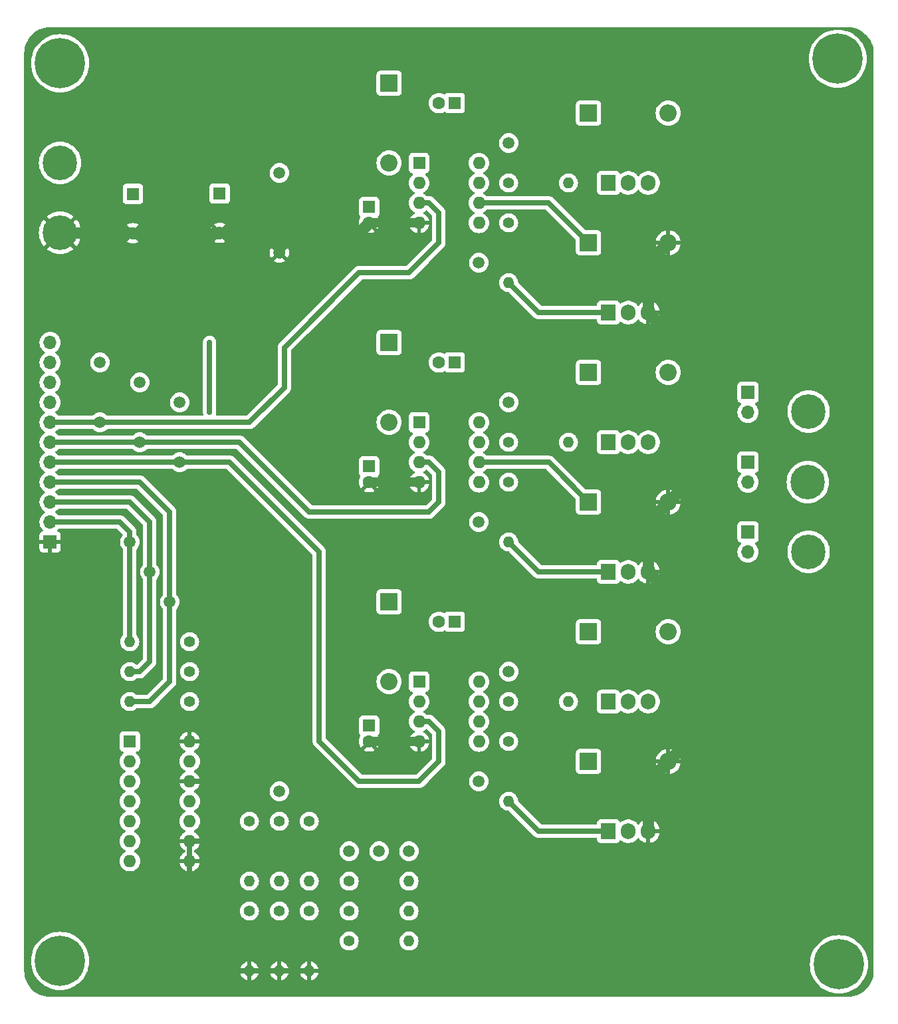
<source format=gbr>
%TF.GenerationSoftware,KiCad,Pcbnew,8.0.5*%
%TF.CreationDate,2024-10-06T18:47:07+02:00*%
%TF.ProjectId,ESC_MOTEUR_BRUSHLESS,4553435f-4d4f-4544-9555-525f42525553,rev?*%
%TF.SameCoordinates,Original*%
%TF.FileFunction,Copper,L2,Bot*%
%TF.FilePolarity,Positive*%
%FSLAX46Y46*%
G04 Gerber Fmt 4.6, Leading zero omitted, Abs format (unit mm)*
G04 Created by KiCad (PCBNEW 8.0.5) date 2024-10-06 18:47:07*
%MOMM*%
%LPD*%
G01*
G04 APERTURE LIST*
%TA.AperFunction,ComponentPad*%
%ADD10C,1.500000*%
%TD*%
%TA.AperFunction,ComponentPad*%
%ADD11C,1.400000*%
%TD*%
%TA.AperFunction,ComponentPad*%
%ADD12O,1.400000X1.400000*%
%TD*%
%TA.AperFunction,ComponentPad*%
%ADD13R,1.905000X2.000000*%
%TD*%
%TA.AperFunction,ComponentPad*%
%ADD14O,1.905000X2.000000*%
%TD*%
%TA.AperFunction,ComponentPad*%
%ADD15C,0.800000*%
%TD*%
%TA.AperFunction,ComponentPad*%
%ADD16C,6.400000*%
%TD*%
%TA.AperFunction,ComponentPad*%
%ADD17R,1.600000X1.600000*%
%TD*%
%TA.AperFunction,ComponentPad*%
%ADD18C,1.600000*%
%TD*%
%TA.AperFunction,ComponentPad*%
%ADD19O,1.600000X1.600000*%
%TD*%
%TA.AperFunction,ComponentPad*%
%ADD20R,1.700000X1.700000*%
%TD*%
%TA.AperFunction,ComponentPad*%
%ADD21O,1.700000X1.700000*%
%TD*%
%TA.AperFunction,ComponentPad*%
%ADD22R,2.200000X2.200000*%
%TD*%
%TA.AperFunction,ComponentPad*%
%ADD23O,2.200000X2.200000*%
%TD*%
%TA.AperFunction,ComponentPad*%
%ADD24C,0.700000*%
%TD*%
%TA.AperFunction,ComponentPad*%
%ADD25C,4.400000*%
%TD*%
%TA.AperFunction,ViaPad*%
%ADD26C,0.600000*%
%TD*%
%TA.AperFunction,Conductor*%
%ADD27C,0.700000*%
%TD*%
%TA.AperFunction,Conductor*%
%ADD28C,1.400000*%
%TD*%
%TA.AperFunction,Conductor*%
%ADD29C,1.200000*%
%TD*%
G04 APERTURE END LIST*
D10*
%TO.P,P_BLO1,1,1*%
%TO.N,Net-(U3-LO)*%
X101600000Y-88900000D03*
%TD*%
D11*
%TO.P,R17,1*%
%TO.N,Net-(U4-HO)*%
X105410000Y-111760000D03*
D12*
%TO.P,R17,2*%
%TO.N,Net-(Q5-G)*%
X113030000Y-111760000D03*
%TD*%
D11*
%TO.P,R11,1*%
%TO.N,/FCEM_B*%
X85095000Y-138440000D03*
D12*
%TO.P,R11,2*%
%TO.N,Net-(JP2-B)*%
X92715000Y-138440000D03*
%TD*%
D13*
%TO.P,Q3,1,G*%
%TO.N,Net-(Q3-G)*%
X118110000Y-78740000D03*
D14*
%TO.P,Q3,2,D*%
%TO.N,VCC*%
X120650000Y-78740000D03*
%TO.P,Q3,3,S*%
%TO.N,Net-(D7-A)*%
X123190000Y-78740000D03*
%TD*%
D10*
%TO.P,P_BL1,1,1*%
%TO.N,/D6_BL*%
X58420000Y-78740000D03*
%TD*%
%TO.P,GND1,1,1*%
%TO.N,GND*%
X76200000Y-54610000D03*
%TD*%
D15*
%TO.P,H1,1*%
%TO.N,N/C*%
X45860000Y-30480000D03*
X46562944Y-28782944D03*
X46562944Y-32177056D03*
X48260000Y-28080000D03*
D16*
X48260000Y-30480000D03*
D15*
X48260000Y-32880000D03*
X49957056Y-28782944D03*
X49957056Y-32177056D03*
X50660000Y-30480000D03*
%TD*%
D11*
%TO.P,R18,1*%
%TO.N,Net-(U4-LO)*%
X105410000Y-116840000D03*
D12*
%TO.P,R18,2*%
%TO.N,Net-(Q6-G)*%
X105410000Y-124460000D03*
%TD*%
D10*
%TO.P,PTB2,1,1*%
%TO.N,/FCEM_B*%
X88900000Y-130810000D03*
%TD*%
D11*
%TO.P,R3,1*%
%TO.N,VDD*%
X64770000Y-111760000D03*
D12*
%TO.P,R3,2*%
%TO.N,/D4_LOGIC_FCEMC*%
X57150000Y-111760000D03*
%TD*%
D17*
%TO.P,C3,1*%
%TO.N,VCC*%
X87630000Y-48800000D03*
D18*
%TO.P,C3,2*%
%TO.N,GND*%
X87630000Y-50800000D03*
%TD*%
D13*
%TO.P,Q1,1,G*%
%TO.N,Net-(Q1-G)*%
X118110000Y-45720000D03*
D14*
%TO.P,Q1,2,D*%
%TO.N,VCC*%
X120650000Y-45720000D03*
%TO.P,Q1,3,S*%
%TO.N,Net-(D5-A)*%
X123190000Y-45720000D03*
%TD*%
D11*
%TO.P,R5,1*%
%TO.N,Net-(U1A--)*%
X76195000Y-127000000D03*
D12*
%TO.P,R5,2*%
%TO.N,/FCEM_B*%
X76195000Y-134620000D03*
%TD*%
D11*
%TO.P,R15,1*%
%TO.N,Net-(U3-HO)*%
X105410000Y-78740000D03*
D12*
%TO.P,R15,2*%
%TO.N,Net-(Q3-G)*%
X113030000Y-78740000D03*
%TD*%
D10*
%TO.P,P_CHO1,1,1*%
%TO.N,Net-(U4-HO)*%
X105410000Y-107950000D03*
%TD*%
D17*
%TO.P,U2,1,VCC*%
%TO.N,VCC*%
X93990000Y-43190000D03*
D19*
%TO.P,U2,2,HIN*%
%TO.N,/D11_AH*%
X93990000Y-45730000D03*
%TO.P,U2,3,LIN*%
%TO.N,/D7_AL*%
X93990000Y-48270000D03*
%TO.P,U2,4,COM*%
%TO.N,GND*%
X93990000Y-50810000D03*
%TO.P,U2,5,LO*%
%TO.N,Net-(U2-LO)*%
X101610000Y-50810000D03*
%TO.P,U2,6,VS*%
%TO.N,Net-(D5-A)*%
X101610000Y-48270000D03*
%TO.P,U2,7,HO*%
%TO.N,Net-(U2-HO)*%
X101610000Y-45730000D03*
%TO.P,U2,8,VB*%
%TO.N,Net-(D2-K)*%
X101610000Y-43190000D03*
%TD*%
D20*
%TO.P,J1,1,Pin_1*%
%TO.N,GND*%
X46990000Y-91440000D03*
D21*
%TO.P,J1,2,Pin_2*%
%TO.N,/D2_LOGIC_FCEMA*%
X46990000Y-88900000D03*
%TO.P,J1,3,Pin_3*%
%TO.N,/D3_LOGIC_FCEMB*%
X46990000Y-86360000D03*
%TO.P,J1,4,Pin_4*%
%TO.N,/D4_LOGIC_FCEMC*%
X46990000Y-83820000D03*
%TO.P,J1,5,Pin_5*%
%TO.N,/D5_CL*%
X46990000Y-81280000D03*
%TO.P,J1,6,Pin_6*%
%TO.N,/D6_BL*%
X46990000Y-78740000D03*
%TO.P,J1,7,Pin_7*%
%TO.N,/D7_AL*%
X46990000Y-76200000D03*
%TO.P,J1,8,Pin_8*%
%TO.N,/D9_CH*%
X46990000Y-73660000D03*
%TO.P,J1,9,Pin_9*%
%TO.N,/D10_BH*%
X46990000Y-71120000D03*
%TO.P,J1,10,Pin_10*%
%TO.N,/D11_AH*%
X46990000Y-68580000D03*
%TO.P,J1,11,Pin_11*%
%TO.N,VDD*%
X46990000Y-66040000D03*
%TD*%
D22*
%TO.P,D8,1,K*%
%TO.N,Net-(D7-A)*%
X115570000Y-86360000D03*
D23*
%TO.P,D8,2,A*%
%TO.N,GND*%
X125730000Y-86360000D03*
%TD*%
D13*
%TO.P,Q2,1,G*%
%TO.N,Net-(Q2-G)*%
X118110000Y-62230000D03*
D14*
%TO.P,Q2,2,D*%
%TO.N,Net-(D5-A)*%
X120650000Y-62230000D03*
%TO.P,Q2,3,S*%
%TO.N,GND*%
X123190000Y-62230000D03*
%TD*%
D22*
%TO.P,D2,1,K*%
%TO.N,Net-(D2-K)*%
X90170000Y-33020000D03*
D23*
%TO.P,D2,2,A*%
%TO.N,VCC*%
X90170000Y-43180000D03*
%TD*%
D11*
%TO.P,R2,1*%
%TO.N,VDD*%
X64770000Y-107950000D03*
D12*
%TO.P,R2,2*%
%TO.N,/D3_LOGIC_FCEMB*%
X57150000Y-107950000D03*
%TD*%
D22*
%TO.P,D9,1,K*%
%TO.N,VCC*%
X115570000Y-102870000D03*
D23*
%TO.P,D9,2,A*%
%TO.N,Net-(D10-K)*%
X125730000Y-102870000D03*
%TD*%
D11*
%TO.P,R10,1*%
%TO.N,/FCEM_A*%
X85095000Y-142250000D03*
D12*
%TO.P,R10,2*%
%TO.N,Net-(JP1-B)*%
X92715000Y-142250000D03*
%TD*%
D10*
%TO.P,P_ALO1,1,1*%
%TO.N,Net-(U2-LO)*%
X101600000Y-55880000D03*
%TD*%
%TO.P,P_CLO1,1,1*%
%TO.N,Net-(U4-LO)*%
X101600000Y-121920000D03*
%TD*%
D17*
%TO.P,C8,1*%
%TO.N,Net-(D4-K)*%
X98520000Y-101600000D03*
D18*
%TO.P,C8,2*%
%TO.N,Net-(D10-K)*%
X96520000Y-101600000D03*
%TD*%
D17*
%TO.P,C1,1*%
%TO.N,VCC*%
X68580000Y-47070000D03*
D18*
%TO.P,C1,2*%
%TO.N,GND*%
X68580000Y-52070000D03*
%TD*%
D24*
%TO.P,Alim+1,1,1*%
%TO.N,VCC*%
X46610000Y-43180000D03*
X47093274Y-42013274D03*
X47093274Y-44346726D03*
X48260000Y-41530000D03*
D25*
X48260000Y-43180000D03*
D24*
X48260000Y-44830000D03*
X49426726Y-42013274D03*
X49426726Y-44346726D03*
X49910000Y-43180000D03*
%TD*%
D10*
%TO.P,PTC1,1,1*%
%TO.N,/D4_LOGIC_FCEMC*%
X62230000Y-99060000D03*
%TD*%
%TO.P,P_CL1,1,1*%
%TO.N,/D5_CL*%
X63500000Y-81280000D03*
%TD*%
D11*
%TO.P,R9,1*%
%TO.N,/FCEM_A*%
X72385000Y-138430000D03*
D12*
%TO.P,R9,2*%
%TO.N,GND*%
X72385000Y-146050000D03*
%TD*%
D11*
%TO.P,R12,1*%
%TO.N,/FCEM_C*%
X85095000Y-134630000D03*
D12*
%TO.P,R12,2*%
%TO.N,Net-(JP3-B)*%
X92715000Y-134630000D03*
%TD*%
D10*
%TO.P,PTB1,1,1*%
%TO.N,/D3_LOGIC_FCEMB*%
X59690000Y-95250000D03*
%TD*%
%TO.P,P_BH1,1,1*%
%TO.N,/D10_BH*%
X58420000Y-71120000D03*
%TD*%
D13*
%TO.P,Q6,1,G*%
%TO.N,Net-(Q6-G)*%
X118110000Y-128270000D03*
D14*
%TO.P,Q6,2,D*%
%TO.N,Net-(D10-K)*%
X120650000Y-128270000D03*
%TO.P,Q6,3,S*%
%TO.N,GND*%
X123190000Y-128270000D03*
%TD*%
D24*
%TO.P,Alim-1,1,1*%
%TO.N,GND*%
X46610000Y-52070000D03*
X47093274Y-50903274D03*
X47093274Y-53236726D03*
X48260000Y-50420000D03*
D25*
X48260000Y-52070000D03*
D24*
X48260000Y-53720000D03*
X49426726Y-50903274D03*
X49426726Y-53236726D03*
X49910000Y-52070000D03*
%TD*%
D22*
%TO.P,D6,1,K*%
%TO.N,Net-(D5-A)*%
X115570000Y-53340000D03*
D23*
%TO.P,D6,2,A*%
%TO.N,GND*%
X125730000Y-53340000D03*
%TD*%
D15*
%TO.P,H2,1*%
%TO.N,N/C*%
X144920000Y-29912944D03*
X145622944Y-28215888D03*
X145622944Y-31610000D03*
X147320000Y-27512944D03*
D16*
X147320000Y-29912944D03*
D15*
X147320000Y-32312944D03*
X149017056Y-28215888D03*
X149017056Y-31610000D03*
X149720000Y-29912944D03*
%TD*%
D17*
%TO.P,C4,1*%
%TO.N,VCC*%
X87630000Y-81820000D03*
D18*
%TO.P,C4,2*%
%TO.N,GND*%
X87630000Y-83820000D03*
%TD*%
D10*
%TO.P,P_BHO1,1,1*%
%TO.N,Net-(U3-HO)*%
X105410000Y-73660000D03*
%TD*%
D22*
%TO.P,D7,1,K*%
%TO.N,VCC*%
X115570000Y-69850000D03*
D23*
%TO.P,D7,2,A*%
%TO.N,Net-(D7-A)*%
X125730000Y-69850000D03*
%TD*%
D10*
%TO.P,P_AH1,1,1*%
%TO.N,/D11_AH*%
X53340000Y-68580000D03*
%TD*%
%TO.P,P_CH1,1,1*%
%TO.N,/D9_CH*%
X63500000Y-73660000D03*
%TD*%
D11*
%TO.P,R6,1*%
%TO.N,Net-(U1A--)*%
X80005000Y-127000000D03*
D12*
%TO.P,R6,2*%
%TO.N,/FCEM_C*%
X80005000Y-134620000D03*
%TD*%
D10*
%TO.P,PTA1,1,1*%
%TO.N,/D2_LOGIC_FCEMA*%
X57150000Y-91440000D03*
%TD*%
D11*
%TO.P,R1,1*%
%TO.N,VDD*%
X64770000Y-104140000D03*
D12*
%TO.P,R1,2*%
%TO.N,/D2_LOGIC_FCEMA*%
X57150000Y-104140000D03*
%TD*%
D24*
%TO.P,P_C1,1,1*%
%TO.N,Net-(JP3-B)*%
X141953274Y-92710000D03*
X142436548Y-91543274D03*
X142436548Y-93876726D03*
X143603274Y-91060000D03*
D25*
X143603274Y-92710000D03*
D24*
X143603274Y-94360000D03*
X144770000Y-91543274D03*
X144770000Y-93876726D03*
X145253274Y-92710000D03*
%TD*%
D17*
%TO.P,U3,1,VCC*%
%TO.N,VCC*%
X93990000Y-76210000D03*
D19*
%TO.P,U3,2,HIN*%
%TO.N,/D10_BH*%
X93990000Y-78750000D03*
%TO.P,U3,3,LIN*%
%TO.N,/D6_BL*%
X93990000Y-81290000D03*
%TO.P,U3,4,COM*%
%TO.N,GND*%
X93990000Y-83830000D03*
%TO.P,U3,5,LO*%
%TO.N,Net-(U3-LO)*%
X101610000Y-83830000D03*
%TO.P,U3,6,VS*%
%TO.N,Net-(D7-A)*%
X101610000Y-81290000D03*
%TO.P,U3,7,HO*%
%TO.N,Net-(U3-HO)*%
X101610000Y-78750000D03*
%TO.P,U3,8,VB*%
%TO.N,Net-(D3-K)*%
X101610000Y-76210000D03*
%TD*%
D10*
%TO.P,P_AL1,1,1*%
%TO.N,/D7_AL*%
X53340000Y-76200000D03*
%TD*%
D13*
%TO.P,Q4,1,G*%
%TO.N,Net-(Q4-G)*%
X118110000Y-95250000D03*
D14*
%TO.P,Q4,2,D*%
%TO.N,Net-(D7-A)*%
X120650000Y-95250000D03*
%TO.P,Q4,3,S*%
%TO.N,GND*%
X123190000Y-95250000D03*
%TD*%
D10*
%TO.P,PTA2,1,1*%
%TO.N,/FCEM_C*%
X85090000Y-130810000D03*
%TD*%
D20*
%TO.P,JP3,1,A*%
%TO.N,Net-(D10-K)*%
X135890000Y-90170000D03*
D21*
%TO.P,JP3,2,B*%
%TO.N,Net-(JP3-B)*%
X135890000Y-92710000D03*
%TD*%
D11*
%TO.P,R13,1*%
%TO.N,Net-(U2-HO)*%
X105410000Y-45720000D03*
D12*
%TO.P,R13,2*%
%TO.N,Net-(Q1-G)*%
X113030000Y-45720000D03*
%TD*%
D11*
%TO.P,R4,1*%
%TO.N,Net-(U1A--)*%
X72385000Y-127000000D03*
D12*
%TO.P,R4,2*%
%TO.N,/FCEM_A*%
X72385000Y-134620000D03*
%TD*%
D17*
%TO.P,U1,1*%
%TO.N,/D3_LOGIC_FCEMB*%
X57150000Y-116840000D03*
D19*
%TO.P,U1,2*%
%TO.N,/D2_LOGIC_FCEMA*%
X57150000Y-119380000D03*
%TO.P,U1,3,V+*%
%TO.N,VDD*%
X57150000Y-121920000D03*
%TO.P,U1,4,-*%
%TO.N,Net-(U1A--)*%
X57150000Y-124460000D03*
%TO.P,U1,5,+*%
%TO.N,/FCEM_A*%
X57150000Y-127000000D03*
%TO.P,U1,6,-*%
%TO.N,Net-(U1A--)*%
X57150000Y-129540000D03*
%TO.P,U1,7,+*%
%TO.N,/FCEM_B*%
X57150000Y-132080000D03*
%TO.P,U1,8,-*%
%TO.N,GND*%
X64770000Y-132080000D03*
%TO.P,U1,9,+*%
X64770000Y-129540000D03*
%TO.P,U1,10,-*%
%TO.N,Net-(U1A--)*%
X64770000Y-127000000D03*
%TO.P,U1,11,+*%
%TO.N,/FCEM_C*%
X64770000Y-124460000D03*
%TO.P,U1,12,V-*%
%TO.N,GND*%
X64770000Y-121920000D03*
%TO.P,U1,13*%
%TO.N,/D4_LOGIC_FCEMC*%
X64770000Y-119380000D03*
%TO.P,U1,14*%
%TO.N,GND*%
X64770000Y-116840000D03*
%TD*%
D17*
%TO.P,C7,1*%
%TO.N,Net-(D3-K)*%
X98520000Y-68580000D03*
D18*
%TO.P,C7,2*%
%TO.N,Net-(D7-A)*%
X96520000Y-68580000D03*
%TD*%
D24*
%TO.P,P_B1,1,1*%
%TO.N,Net-(JP2-B)*%
X141850000Y-83820000D03*
X142333274Y-82653274D03*
X142333274Y-84986726D03*
X143500000Y-82170000D03*
D25*
X143500000Y-83820000D03*
D24*
X143500000Y-85470000D03*
X144666726Y-82653274D03*
X144666726Y-84986726D03*
X145150000Y-83820000D03*
%TD*%
D22*
%TO.P,D10,1,K*%
%TO.N,Net-(D10-K)*%
X115570000Y-119380000D03*
D23*
%TO.P,D10,2,A*%
%TO.N,GND*%
X125730000Y-119380000D03*
%TD*%
D13*
%TO.P,Q5,1,G*%
%TO.N,Net-(Q5-G)*%
X118110000Y-111770000D03*
D14*
%TO.P,Q5,2,D*%
%TO.N,VCC*%
X120650000Y-111770000D03*
%TO.P,Q5,3,S*%
%TO.N,Net-(D10-K)*%
X123190000Y-111770000D03*
%TD*%
D11*
%TO.P,R14,1*%
%TO.N,Net-(U2-LO)*%
X105410000Y-50800000D03*
D12*
%TO.P,R14,2*%
%TO.N,Net-(Q2-G)*%
X105410000Y-58420000D03*
%TD*%
D17*
%TO.P,U4,1,VCC*%
%TO.N,VCC*%
X93990000Y-109230000D03*
D19*
%TO.P,U4,2,HIN*%
%TO.N,/D9_CH*%
X93990000Y-111770000D03*
%TO.P,U4,3,LIN*%
%TO.N,/D5_CL*%
X93990000Y-114310000D03*
%TO.P,U4,4,COM*%
%TO.N,GND*%
X93990000Y-116850000D03*
%TO.P,U4,5,LO*%
%TO.N,Net-(U4-LO)*%
X101610000Y-116850000D03*
%TO.P,U4,6,VS*%
%TO.N,Net-(D10-K)*%
X101610000Y-114310000D03*
%TO.P,U4,7,HO*%
%TO.N,Net-(U4-HO)*%
X101610000Y-111770000D03*
%TO.P,U4,8,VB*%
%TO.N,Net-(D4-K)*%
X101610000Y-109230000D03*
%TD*%
D11*
%TO.P,R16,1*%
%TO.N,Net-(U3-LO)*%
X105410000Y-83820000D03*
D12*
%TO.P,R16,2*%
%TO.N,Net-(Q4-G)*%
X105410000Y-91440000D03*
%TD*%
D11*
%TO.P,R8,1*%
%TO.N,/FCEM_B*%
X76195000Y-138430000D03*
D12*
%TO.P,R8,2*%
%TO.N,GND*%
X76195000Y-146050000D03*
%TD*%
D17*
%TO.P,C6,1*%
%TO.N,Net-(D2-K)*%
X98520000Y-35560000D03*
D18*
%TO.P,C6,2*%
%TO.N,Net-(D5-A)*%
X96520000Y-35560000D03*
%TD*%
D20*
%TO.P,JP1,1,A*%
%TO.N,Net-(D5-A)*%
X135890000Y-72390000D03*
D21*
%TO.P,JP1,2,B*%
%TO.N,Net-(JP1-B)*%
X135890000Y-74930000D03*
%TD*%
D22*
%TO.P,D3,1,K*%
%TO.N,Net-(D3-K)*%
X90170000Y-66040000D03*
D23*
%TO.P,D3,2,A*%
%TO.N,VCC*%
X90170000Y-76200000D03*
%TD*%
D11*
%TO.P,R7,1*%
%TO.N,/FCEM_C*%
X80005000Y-138430000D03*
D12*
%TO.P,R7,2*%
%TO.N,GND*%
X80005000Y-146050000D03*
%TD*%
D10*
%TO.P,PTC2,1,1*%
%TO.N,/FCEM_A*%
X92710000Y-130810000D03*
%TD*%
%TO.P,P_AHO1,1,1*%
%TO.N,Net-(U2-HO)*%
X105410000Y-40640000D03*
%TD*%
D20*
%TO.P,JP2,1,A*%
%TO.N,Net-(D7-A)*%
X135890000Y-81280000D03*
D21*
%TO.P,JP2,2,B*%
%TO.N,Net-(JP2-B)*%
X135890000Y-83820000D03*
%TD*%
D10*
%TO.P,REF1,1,1*%
%TO.N,Net-(U1A--)*%
X76200000Y-123190000D03*
%TD*%
D15*
%TO.P,H3,1*%
%TO.N,N/C*%
X145060000Y-145207056D03*
X145762944Y-143510000D03*
X145762944Y-146904112D03*
X147460000Y-142807056D03*
D16*
X147460000Y-145207056D03*
D15*
X147460000Y-147607056D03*
X149157056Y-143510000D03*
X149157056Y-146904112D03*
X149860000Y-145207056D03*
%TD*%
D24*
%TO.P,P_A1,1,1*%
%TO.N,Net-(JP1-B)*%
X141953274Y-74826726D03*
X142436548Y-73660000D03*
X142436548Y-75993452D03*
X143603274Y-73176726D03*
D25*
X143603274Y-74826726D03*
D24*
X143603274Y-76476726D03*
X144770000Y-73660000D03*
X144770000Y-75993452D03*
X145253274Y-74826726D03*
%TD*%
D22*
%TO.P,D5,1,K*%
%TO.N,VCC*%
X115570000Y-36830000D03*
D23*
%TO.P,D5,2,A*%
%TO.N,Net-(D5-A)*%
X125730000Y-36830000D03*
%TD*%
D17*
%TO.P,C5,1*%
%TO.N,VCC*%
X87630000Y-114840000D03*
D18*
%TO.P,C5,2*%
%TO.N,GND*%
X87630000Y-116840000D03*
%TD*%
D10*
%TO.P,VCC1,1,1*%
%TO.N,VCC*%
X76200000Y-44450000D03*
%TD*%
D17*
%TO.P,C2,1*%
%TO.N,VCC*%
X57530000Y-47127349D03*
D18*
%TO.P,C2,2*%
%TO.N,GND*%
X57530000Y-52127349D03*
%TD*%
D22*
%TO.P,D4,1,K*%
%TO.N,Net-(D4-K)*%
X90170000Y-99060000D03*
D23*
%TO.P,D4,2,A*%
%TO.N,VCC*%
X90170000Y-109220000D03*
%TD*%
D15*
%TO.P,H4,1*%
%TO.N,N/C*%
X45860000Y-144780000D03*
X46562944Y-143082944D03*
X46562944Y-146477056D03*
X48260000Y-142380000D03*
D16*
X48260000Y-144780000D03*
D15*
X48260000Y-147180000D03*
X49957056Y-143082944D03*
X49957056Y-146477056D03*
X50660000Y-144780000D03*
%TD*%
D26*
%TO.N,VDD*%
X67310000Y-74930000D03*
X67310000Y-66040000D03*
%TD*%
D27*
%TO.N,Net-(Q2-G)*%
X105410000Y-58420000D02*
X109220000Y-62230000D01*
X109220000Y-62230000D02*
X118110000Y-62230000D01*
D28*
%TO.N,GND*%
X57530000Y-52127349D02*
X68522651Y-52127349D01*
X125730000Y-86360000D02*
X129540000Y-82550000D01*
D27*
X68580000Y-128270000D02*
X67310000Y-129540000D01*
D28*
X68522651Y-52127349D02*
X68580000Y-52070000D01*
D27*
X68580000Y-123190000D02*
X68580000Y-128270000D01*
X67310000Y-129540000D02*
X64770000Y-129540000D01*
X64770000Y-132080000D02*
X64770000Y-129540000D01*
D28*
X57472651Y-52070000D02*
X57530000Y-52127349D01*
X123190000Y-88900000D02*
X125730000Y-86360000D01*
D29*
X87630000Y-116840000D02*
X93980000Y-116840000D01*
D28*
X129540000Y-115570000D02*
X129540000Y-101600000D01*
X48260000Y-52070000D02*
X57472651Y-52070000D01*
X129540000Y-82550000D02*
X129540000Y-68580000D01*
D29*
X93980000Y-116840000D02*
X93990000Y-116850000D01*
D27*
X72385000Y-146050000D02*
X68580000Y-146050000D01*
D28*
X123190000Y-95250000D02*
X129540000Y-101600000D01*
D29*
X87630000Y-50800000D02*
X93980000Y-50800000D01*
X93980000Y-83820000D02*
X93990000Y-83830000D01*
D28*
X123190000Y-95250000D02*
X123190000Y-88900000D01*
X86360000Y-52070000D02*
X87630000Y-50800000D01*
X123190000Y-62230000D02*
X123190000Y-55880000D01*
X68580000Y-52070000D02*
X76200000Y-52070000D01*
X123190000Y-55880000D02*
X125730000Y-53340000D01*
D27*
X80005000Y-146050000D02*
X76195000Y-146050000D01*
X76195000Y-146050000D02*
X72385000Y-146050000D01*
D28*
X123190000Y-121920000D02*
X125730000Y-119380000D01*
X76200000Y-52070000D02*
X86360000Y-52070000D01*
D29*
X87630000Y-83820000D02*
X93980000Y-83820000D01*
D28*
X129540000Y-68580000D02*
X123190000Y-62230000D01*
D27*
X64770000Y-142240000D02*
X64770000Y-132080000D01*
D28*
X123190000Y-128270000D02*
X123190000Y-121920000D01*
D27*
X67310000Y-121920000D02*
X68580000Y-123190000D01*
X68580000Y-146050000D02*
X64770000Y-142240000D01*
D29*
X93980000Y-50800000D02*
X93990000Y-50810000D01*
D28*
X125730000Y-119380000D02*
X129540000Y-115570000D01*
X76200000Y-54610000D02*
X76200000Y-52070000D01*
D27*
X64770000Y-121920000D02*
X67310000Y-121920000D01*
%TO.N,Net-(Q4-G)*%
X105410000Y-91440000D02*
X109220000Y-95250000D01*
X109220000Y-95250000D02*
X118110000Y-95250000D01*
%TO.N,Net-(Q6-G)*%
X105410000Y-124460000D02*
X109220000Y-128270000D01*
X109220000Y-128270000D02*
X118110000Y-128270000D01*
%TO.N,/D4_LOGIC_FCEMC*%
X62230000Y-109220000D02*
X59690000Y-111760000D01*
X58420000Y-83820000D02*
X62230000Y-87630000D01*
X62230000Y-87630000D02*
X62230000Y-109220000D01*
X46990000Y-83820000D02*
X58420000Y-83820000D01*
X59690000Y-111760000D02*
X57150000Y-111760000D01*
%TO.N,/D2_LOGIC_FCEMA*%
X57150000Y-90170000D02*
X57150000Y-104140000D01*
X46990000Y-88900000D02*
X55880000Y-88900000D01*
X55880000Y-88900000D02*
X57150000Y-90170000D01*
%TO.N,/D7_AL*%
X46990000Y-76200000D02*
X72390000Y-76200000D01*
X92710000Y-57150000D02*
X96520000Y-53340000D01*
X76835000Y-71755000D02*
X76835000Y-66675000D01*
X72390000Y-76200000D02*
X76835000Y-71755000D01*
X96520000Y-49530000D02*
X95250000Y-48260000D01*
X96520000Y-53340000D02*
X96520000Y-49530000D01*
X95240000Y-48270000D02*
X93990000Y-48270000D01*
X86360000Y-57150000D02*
X92710000Y-57150000D01*
X95250000Y-48260000D02*
X95240000Y-48270000D01*
X76835000Y-66675000D02*
X86360000Y-57150000D01*
%TO.N,/D5_CL*%
X81280000Y-116840000D02*
X86360000Y-121920000D01*
X81280000Y-92710000D02*
X81280000Y-116840000D01*
X95240000Y-114310000D02*
X93990000Y-114310000D01*
X96520000Y-119380000D02*
X96520000Y-115570000D01*
X86360000Y-121920000D02*
X93980000Y-121920000D01*
X96520000Y-115570000D02*
X95250000Y-114300000D01*
X95250000Y-114300000D02*
X95240000Y-114310000D01*
X93980000Y-121920000D02*
X96520000Y-119380000D01*
X46990000Y-81280000D02*
X69850000Y-81280000D01*
X69850000Y-81280000D02*
X81280000Y-92710000D01*
%TO.N,VDD*%
X67310000Y-66040000D02*
X67310000Y-74930000D01*
%TO.N,/D3_LOGIC_FCEMB*%
X58420000Y-107950000D02*
X57150000Y-107950000D01*
X59690000Y-88900000D02*
X59690000Y-106680000D01*
X59690000Y-106680000D02*
X58420000Y-107950000D01*
X46990000Y-86360000D02*
X57150000Y-86360000D01*
X57150000Y-86360000D02*
X59690000Y-88900000D01*
%TO.N,/D6_BL*%
X95250000Y-87630000D02*
X96520000Y-86360000D01*
X46990000Y-78740000D02*
X71120000Y-78740000D01*
X94000000Y-81280000D02*
X93990000Y-81290000D01*
X71120000Y-78740000D02*
X80010000Y-87630000D01*
X95250000Y-81280000D02*
X94000000Y-81280000D01*
X80010000Y-87630000D02*
X95250000Y-87630000D01*
X96520000Y-86360000D02*
X96520000Y-82550000D01*
X96520000Y-82550000D02*
X95250000Y-81280000D01*
%TO.N,Net-(D5-A)*%
X109210000Y-48270000D02*
X109220000Y-48260000D01*
X110490000Y-48260000D02*
X115570000Y-53340000D01*
X109220000Y-48260000D02*
X110490000Y-48260000D01*
X101610000Y-48270000D02*
X109210000Y-48270000D01*
%TO.N,Net-(D7-A)*%
X101610000Y-81290000D02*
X110500000Y-81290000D01*
X110500000Y-81290000D02*
X115570000Y-86360000D01*
%TD*%
%TA.AperFunction,Conductor*%
%TO.N,GND*%
G36*
X65020000Y-131764314D02*
G01*
X65015606Y-131759920D01*
X64924394Y-131707259D01*
X64822661Y-131680000D01*
X64717339Y-131680000D01*
X64615606Y-131707259D01*
X64524394Y-131759920D01*
X64520000Y-131764314D01*
X64520000Y-129855686D01*
X64524394Y-129860080D01*
X64615606Y-129912741D01*
X64717339Y-129940000D01*
X64822661Y-129940000D01*
X64924394Y-129912741D01*
X65015606Y-129860080D01*
X65020000Y-129855686D01*
X65020000Y-131764314D01*
G37*
%TD.AperFunction*%
%TA.AperFunction,Conductor*%
G36*
X148771706Y-25902457D02*
G01*
X148784156Y-25903179D01*
X149103787Y-25937916D01*
X149116130Y-25939891D01*
X149430652Y-26006638D01*
X149442708Y-26009840D01*
X149734494Y-26103303D01*
X149748900Y-26107918D01*
X149760598Y-26112327D01*
X150055354Y-26240736D01*
X150066549Y-26246300D01*
X150346875Y-26403737D01*
X150357443Y-26410395D01*
X150537088Y-26536645D01*
X150620486Y-26595255D01*
X150630337Y-26602948D01*
X150796159Y-26746475D01*
X150873437Y-26813363D01*
X150882464Y-26822010D01*
X150913973Y-26855397D01*
X151103130Y-27055825D01*
X151111242Y-27065338D01*
X151307246Y-27320189D01*
X151314358Y-27330471D01*
X151483705Y-27603766D01*
X151489747Y-27614712D01*
X151630712Y-27903667D01*
X151635620Y-27915166D01*
X151746771Y-28216846D01*
X151750496Y-28228780D01*
X151830702Y-28540114D01*
X151833207Y-28552362D01*
X151881659Y-28870206D01*
X151882917Y-28882638D01*
X151889379Y-29010714D01*
X151899342Y-29208203D01*
X151899499Y-29214453D01*
X151899498Y-29284502D01*
X151899500Y-29284531D01*
X151899500Y-146046753D01*
X151899330Y-146053243D01*
X151881690Y-146389822D01*
X151880333Y-146402730D01*
X151828119Y-146732402D01*
X151825421Y-146745097D01*
X151739030Y-147067518D01*
X151735019Y-147079862D01*
X151615402Y-147391478D01*
X151610123Y-147403335D01*
X151458589Y-147700743D01*
X151452099Y-147711984D01*
X151270309Y-147991918D01*
X151262681Y-148002418D01*
X151052622Y-148261824D01*
X151043937Y-148271469D01*
X150807912Y-148507498D01*
X150798267Y-148516183D01*
X150538870Y-148726242D01*
X150528370Y-148733871D01*
X150248434Y-148915670D01*
X150237193Y-148922160D01*
X149939787Y-149073700D01*
X149927930Y-149078979D01*
X149616316Y-149198602D01*
X149603972Y-149202613D01*
X149281563Y-149289007D01*
X149268868Y-149291706D01*
X148939187Y-149343928D01*
X148926278Y-149345285D01*
X148591025Y-149362859D01*
X148584530Y-149363029D01*
X47062693Y-149359502D01*
X47062653Y-149359500D01*
X47055892Y-149359500D01*
X46993246Y-149359500D01*
X46986756Y-149359330D01*
X46650549Y-149341709D01*
X46637641Y-149340352D01*
X46308337Y-149288196D01*
X46295642Y-149285498D01*
X45973586Y-149199204D01*
X45961241Y-149195193D01*
X45649972Y-149075708D01*
X45638115Y-149070429D01*
X45341029Y-148919055D01*
X45329802Y-148912573D01*
X45050171Y-148730978D01*
X45039683Y-148723359D01*
X44836462Y-148558794D01*
X44780558Y-148513524D01*
X44770913Y-148504839D01*
X44535160Y-148269086D01*
X44526475Y-148259441D01*
X44482335Y-148204933D01*
X44316638Y-148000313D01*
X44309023Y-147989832D01*
X44127423Y-147710191D01*
X44120947Y-147698976D01*
X43969565Y-147401873D01*
X43964296Y-147390038D01*
X43844803Y-147078749D01*
X43840798Y-147066422D01*
X43754497Y-146744342D01*
X43751806Y-146731677D01*
X43699647Y-146402358D01*
X43698290Y-146389450D01*
X43680670Y-146053243D01*
X43680500Y-146046753D01*
X43680500Y-144779999D01*
X44554422Y-144779999D01*
X44554422Y-144780000D01*
X44574722Y-145167339D01*
X44635397Y-145550427D01*
X44635397Y-145550429D01*
X44735788Y-145925094D01*
X44874787Y-146287197D01*
X45050877Y-146632793D01*
X45262122Y-146958082D01*
X45465421Y-147209135D01*
X45506219Y-147259516D01*
X45780484Y-147533781D01*
X45780488Y-147533784D01*
X46081917Y-147777877D01*
X46363645Y-147960833D01*
X46407211Y-147989125D01*
X46752806Y-148165214D01*
X47114913Y-148304214D01*
X47489567Y-148404602D01*
X47872662Y-148465278D01*
X48238576Y-148484455D01*
X48259999Y-148485578D01*
X48260000Y-148485578D01*
X48260001Y-148485578D01*
X48280301Y-148484514D01*
X48647338Y-148465278D01*
X49030433Y-148404602D01*
X49405087Y-148304214D01*
X49767194Y-148165214D01*
X50112789Y-147989125D01*
X50438084Y-147777876D01*
X50739516Y-147533781D01*
X51013781Y-147259516D01*
X51257876Y-146958084D01*
X51469125Y-146632789D01*
X51638689Y-146300000D01*
X71208505Y-146300000D01*
X71261239Y-146485349D01*
X71360368Y-146684425D01*
X71494391Y-146861900D01*
X71658738Y-147011721D01*
X71847820Y-147128797D01*
X71847822Y-147128798D01*
X72055195Y-147209135D01*
X72135000Y-147224052D01*
X72635000Y-147224052D01*
X72714804Y-147209135D01*
X72922177Y-147128798D01*
X72922179Y-147128797D01*
X73111261Y-147011721D01*
X73275608Y-146861900D01*
X73409631Y-146684425D01*
X73508760Y-146485349D01*
X73561495Y-146300000D01*
X75018505Y-146300000D01*
X75071239Y-146485349D01*
X75170368Y-146684425D01*
X75304391Y-146861900D01*
X75468738Y-147011721D01*
X75657820Y-147128797D01*
X75657822Y-147128798D01*
X75865195Y-147209135D01*
X75945000Y-147224052D01*
X76445000Y-147224052D01*
X76524804Y-147209135D01*
X76732177Y-147128798D01*
X76732179Y-147128797D01*
X76921261Y-147011721D01*
X77085608Y-146861900D01*
X77219631Y-146684425D01*
X77318760Y-146485349D01*
X77371495Y-146300000D01*
X78828505Y-146300000D01*
X78881239Y-146485349D01*
X78980368Y-146684425D01*
X79114391Y-146861900D01*
X79278738Y-147011721D01*
X79467820Y-147128797D01*
X79467822Y-147128798D01*
X79675195Y-147209135D01*
X79755000Y-147224052D01*
X80255000Y-147224052D01*
X80334804Y-147209135D01*
X80542177Y-147128798D01*
X80542179Y-147128797D01*
X80731261Y-147011721D01*
X80895608Y-146861900D01*
X81029631Y-146684425D01*
X81128760Y-146485349D01*
X81181495Y-146300000D01*
X80255000Y-146300000D01*
X80255000Y-147224052D01*
X79755000Y-147224052D01*
X79755000Y-146300000D01*
X78828505Y-146300000D01*
X77371495Y-146300000D01*
X76445000Y-146300000D01*
X76445000Y-147224052D01*
X75945000Y-147224052D01*
X75945000Y-146300000D01*
X75018505Y-146300000D01*
X73561495Y-146300000D01*
X72635000Y-146300000D01*
X72635000Y-147224052D01*
X72135000Y-147224052D01*
X72135000Y-146300000D01*
X71208505Y-146300000D01*
X51638689Y-146300000D01*
X51645214Y-146287194D01*
X51753952Y-146003922D01*
X72035000Y-146003922D01*
X72035000Y-146096078D01*
X72058852Y-146185095D01*
X72104930Y-146264905D01*
X72170095Y-146330070D01*
X72249905Y-146376148D01*
X72338922Y-146400000D01*
X72431078Y-146400000D01*
X72520095Y-146376148D01*
X72599905Y-146330070D01*
X72665070Y-146264905D01*
X72711148Y-146185095D01*
X72735000Y-146096078D01*
X72735000Y-146003922D01*
X75845000Y-146003922D01*
X75845000Y-146096078D01*
X75868852Y-146185095D01*
X75914930Y-146264905D01*
X75980095Y-146330070D01*
X76059905Y-146376148D01*
X76148922Y-146400000D01*
X76241078Y-146400000D01*
X76330095Y-146376148D01*
X76409905Y-146330070D01*
X76475070Y-146264905D01*
X76521148Y-146185095D01*
X76545000Y-146096078D01*
X76545000Y-146003922D01*
X79655000Y-146003922D01*
X79655000Y-146096078D01*
X79678852Y-146185095D01*
X79724930Y-146264905D01*
X79790095Y-146330070D01*
X79869905Y-146376148D01*
X79958922Y-146400000D01*
X80051078Y-146400000D01*
X80140095Y-146376148D01*
X80219905Y-146330070D01*
X80285070Y-146264905D01*
X80331148Y-146185095D01*
X80355000Y-146096078D01*
X80355000Y-146003922D01*
X80331148Y-145914905D01*
X80285070Y-145835095D01*
X80249975Y-145800000D01*
X80255000Y-145800000D01*
X81181495Y-145800000D01*
X81128760Y-145614650D01*
X81029631Y-145415574D01*
X80895608Y-145238099D01*
X80861554Y-145207055D01*
X143754422Y-145207055D01*
X143754422Y-145207056D01*
X143774722Y-145594395D01*
X143835397Y-145977483D01*
X143835397Y-145977485D01*
X143935788Y-146352150D01*
X144074787Y-146714253D01*
X144250877Y-147059849D01*
X144462122Y-147385138D01*
X144678401Y-147652220D01*
X144706219Y-147686572D01*
X144980484Y-147960837D01*
X145025601Y-147997372D01*
X145281917Y-148204933D01*
X145589381Y-148404602D01*
X145607211Y-148416181D01*
X145952806Y-148592270D01*
X146266948Y-148712858D01*
X146301814Y-148726242D01*
X146314913Y-148731270D01*
X146689567Y-148831658D01*
X147072662Y-148892334D01*
X147438576Y-148911511D01*
X147459999Y-148912634D01*
X147460000Y-148912634D01*
X147460001Y-148912634D01*
X147480301Y-148911570D01*
X147847338Y-148892334D01*
X148230433Y-148831658D01*
X148605087Y-148731270D01*
X148967194Y-148592270D01*
X149312789Y-148416181D01*
X149638084Y-148204932D01*
X149939516Y-147960837D01*
X150213781Y-147686572D01*
X150457876Y-147385140D01*
X150669125Y-147059845D01*
X150845214Y-146714250D01*
X150984214Y-146352143D01*
X151084602Y-145977489D01*
X151145278Y-145594394D01*
X151165578Y-145207056D01*
X151145278Y-144819718D01*
X151084602Y-144436623D01*
X150984214Y-144061969D01*
X150845214Y-143699862D01*
X150669125Y-143354267D01*
X150576817Y-143212125D01*
X150457877Y-143028973D01*
X150213784Y-142727544D01*
X150213781Y-142727540D01*
X149939516Y-142453275D01*
X149750830Y-142300480D01*
X149638082Y-142209178D01*
X149312793Y-141997933D01*
X148967197Y-141821843D01*
X148605094Y-141682844D01*
X148605087Y-141682842D01*
X148230433Y-141582454D01*
X148230429Y-141582453D01*
X148230428Y-141582453D01*
X147847339Y-141521778D01*
X147460001Y-141501478D01*
X147459999Y-141501478D01*
X147072660Y-141521778D01*
X146689572Y-141582453D01*
X146689570Y-141582453D01*
X146314905Y-141682844D01*
X145952802Y-141821843D01*
X145607206Y-141997933D01*
X145281917Y-142209178D01*
X144980488Y-142453271D01*
X144980480Y-142453278D01*
X144706222Y-142727536D01*
X144706215Y-142727544D01*
X144462122Y-143028973D01*
X144250877Y-143354262D01*
X144074787Y-143699858D01*
X143935788Y-144061961D01*
X143835397Y-144436626D01*
X143835397Y-144436628D01*
X143774722Y-144819716D01*
X143754422Y-145207055D01*
X80861554Y-145207055D01*
X80731261Y-145088278D01*
X80542179Y-144971202D01*
X80542177Y-144971201D01*
X80334799Y-144890864D01*
X80255000Y-144875946D01*
X80255000Y-145800000D01*
X80249975Y-145800000D01*
X80219905Y-145769930D01*
X80140095Y-145723852D01*
X80051078Y-145700000D01*
X79958922Y-145700000D01*
X79869905Y-145723852D01*
X79790095Y-145769930D01*
X79724930Y-145835095D01*
X79678852Y-145914905D01*
X79655000Y-146003922D01*
X76545000Y-146003922D01*
X76521148Y-145914905D01*
X76475070Y-145835095D01*
X76439975Y-145800000D01*
X76445000Y-145800000D01*
X77371495Y-145800000D01*
X78828505Y-145800000D01*
X79755000Y-145800000D01*
X79755000Y-144875946D01*
X79675200Y-144890864D01*
X79467822Y-144971201D01*
X79467820Y-144971202D01*
X79278738Y-145088278D01*
X79114391Y-145238099D01*
X78980368Y-145415574D01*
X78881239Y-145614650D01*
X78828505Y-145800000D01*
X77371495Y-145800000D01*
X77318760Y-145614650D01*
X77219631Y-145415574D01*
X77085608Y-145238099D01*
X76921261Y-145088278D01*
X76732179Y-144971202D01*
X76732177Y-144971201D01*
X76524799Y-144890864D01*
X76445000Y-144875946D01*
X76445000Y-145800000D01*
X76439975Y-145800000D01*
X76409905Y-145769930D01*
X76330095Y-145723852D01*
X76241078Y-145700000D01*
X76148922Y-145700000D01*
X76059905Y-145723852D01*
X75980095Y-145769930D01*
X75914930Y-145835095D01*
X75868852Y-145914905D01*
X75845000Y-146003922D01*
X72735000Y-146003922D01*
X72711148Y-145914905D01*
X72665070Y-145835095D01*
X72629975Y-145800000D01*
X72635000Y-145800000D01*
X73561495Y-145800000D01*
X75018505Y-145800000D01*
X75945000Y-145800000D01*
X75945000Y-144875946D01*
X75865200Y-144890864D01*
X75657822Y-144971201D01*
X75657820Y-144971202D01*
X75468738Y-145088278D01*
X75304391Y-145238099D01*
X75170368Y-145415574D01*
X75071239Y-145614650D01*
X75018505Y-145800000D01*
X73561495Y-145800000D01*
X73508760Y-145614650D01*
X73409631Y-145415574D01*
X73275608Y-145238099D01*
X73111261Y-145088278D01*
X72922179Y-144971202D01*
X72922177Y-144971201D01*
X72714799Y-144890864D01*
X72635000Y-144875946D01*
X72635000Y-145800000D01*
X72629975Y-145800000D01*
X72599905Y-145769930D01*
X72520095Y-145723852D01*
X72431078Y-145700000D01*
X72338922Y-145700000D01*
X72249905Y-145723852D01*
X72170095Y-145769930D01*
X72104930Y-145835095D01*
X72058852Y-145914905D01*
X72035000Y-146003922D01*
X51753952Y-146003922D01*
X51784214Y-145925087D01*
X51817731Y-145800000D01*
X71208505Y-145800000D01*
X72135000Y-145800000D01*
X72135000Y-144875946D01*
X72055200Y-144890864D01*
X71847822Y-144971201D01*
X71847820Y-144971202D01*
X71658738Y-145088278D01*
X71494391Y-145238099D01*
X71360368Y-145415574D01*
X71261239Y-145614650D01*
X71208505Y-145800000D01*
X51817731Y-145800000D01*
X51884602Y-145550433D01*
X51945278Y-145167338D01*
X51965578Y-144780000D01*
X51945278Y-144392662D01*
X51884602Y-144009567D01*
X51784214Y-143634913D01*
X51645214Y-143272806D01*
X51469125Y-142927211D01*
X51312181Y-142685538D01*
X51257877Y-142601917D01*
X51013784Y-142300488D01*
X51013781Y-142300484D01*
X50963296Y-142249999D01*
X83889357Y-142249999D01*
X83889357Y-142250000D01*
X83909884Y-142471535D01*
X83909885Y-142471537D01*
X83970769Y-142685523D01*
X83970775Y-142685538D01*
X84069938Y-142884683D01*
X84069943Y-142884691D01*
X84204020Y-143062238D01*
X84368437Y-143212123D01*
X84368439Y-143212125D01*
X84557595Y-143329245D01*
X84557596Y-143329245D01*
X84557599Y-143329247D01*
X84765060Y-143409618D01*
X84983757Y-143450500D01*
X84983759Y-143450500D01*
X85206241Y-143450500D01*
X85206243Y-143450500D01*
X85424940Y-143409618D01*
X85632401Y-143329247D01*
X85821562Y-143212124D01*
X85985981Y-143062236D01*
X86120058Y-142884689D01*
X86219229Y-142685528D01*
X86280115Y-142471536D01*
X86300643Y-142250000D01*
X86300643Y-142249999D01*
X91509357Y-142249999D01*
X91509357Y-142250000D01*
X91529884Y-142471535D01*
X91529885Y-142471537D01*
X91590769Y-142685523D01*
X91590775Y-142685538D01*
X91689938Y-142884683D01*
X91689943Y-142884691D01*
X91824020Y-143062238D01*
X91988437Y-143212123D01*
X91988439Y-143212125D01*
X92177595Y-143329245D01*
X92177596Y-143329245D01*
X92177599Y-143329247D01*
X92385060Y-143409618D01*
X92603757Y-143450500D01*
X92603759Y-143450500D01*
X92826241Y-143450500D01*
X92826243Y-143450500D01*
X93044940Y-143409618D01*
X93252401Y-143329247D01*
X93441562Y-143212124D01*
X93605981Y-143062236D01*
X93740058Y-142884689D01*
X93839229Y-142685528D01*
X93900115Y-142471536D01*
X93920643Y-142250000D01*
X93900115Y-142028464D01*
X93839229Y-141814472D01*
X93773685Y-141682842D01*
X93740061Y-141615316D01*
X93740056Y-141615308D01*
X93605979Y-141437761D01*
X93441562Y-141287876D01*
X93441560Y-141287874D01*
X93252404Y-141170754D01*
X93252398Y-141170752D01*
X93044940Y-141090382D01*
X92826243Y-141049500D01*
X92603757Y-141049500D01*
X92385060Y-141090382D01*
X92253864Y-141141207D01*
X92177601Y-141170752D01*
X92177595Y-141170754D01*
X91988439Y-141287874D01*
X91988437Y-141287876D01*
X91824020Y-141437761D01*
X91689943Y-141615308D01*
X91689938Y-141615316D01*
X91590775Y-141814461D01*
X91590769Y-141814476D01*
X91529885Y-142028462D01*
X91529884Y-142028464D01*
X91509357Y-142249999D01*
X86300643Y-142249999D01*
X86280115Y-142028464D01*
X86219229Y-141814472D01*
X86153685Y-141682842D01*
X86120061Y-141615316D01*
X86120056Y-141615308D01*
X85985979Y-141437761D01*
X85821562Y-141287876D01*
X85821560Y-141287874D01*
X85632404Y-141170754D01*
X85632398Y-141170752D01*
X85424940Y-141090382D01*
X85206243Y-141049500D01*
X84983757Y-141049500D01*
X84765060Y-141090382D01*
X84633864Y-141141207D01*
X84557601Y-141170752D01*
X84557595Y-141170754D01*
X84368439Y-141287874D01*
X84368437Y-141287876D01*
X84204020Y-141437761D01*
X84069943Y-141615308D01*
X84069938Y-141615316D01*
X83970775Y-141814461D01*
X83970769Y-141814476D01*
X83909885Y-142028462D01*
X83909884Y-142028464D01*
X83889357Y-142249999D01*
X50963296Y-142249999D01*
X50739516Y-142026219D01*
X50487132Y-141821842D01*
X50438082Y-141782122D01*
X50112793Y-141570877D01*
X49767197Y-141394787D01*
X49405094Y-141255788D01*
X49405087Y-141255786D01*
X49030433Y-141155398D01*
X49030429Y-141155397D01*
X49030428Y-141155397D01*
X48647339Y-141094722D01*
X48260001Y-141074422D01*
X48259999Y-141074422D01*
X47872660Y-141094722D01*
X47489572Y-141155397D01*
X47489570Y-141155397D01*
X47114905Y-141255788D01*
X46752802Y-141394787D01*
X46407206Y-141570877D01*
X46081917Y-141782122D01*
X45780488Y-142026215D01*
X45780480Y-142026222D01*
X45506222Y-142300480D01*
X45506215Y-142300488D01*
X45262122Y-142601917D01*
X45050877Y-142927206D01*
X44874787Y-143272802D01*
X44735788Y-143634905D01*
X44635397Y-144009570D01*
X44635397Y-144009572D01*
X44574722Y-144392660D01*
X44554422Y-144779999D01*
X43680500Y-144779999D01*
X43680500Y-138429999D01*
X71179357Y-138429999D01*
X71179357Y-138430000D01*
X71199884Y-138651535D01*
X71199885Y-138651537D01*
X71260769Y-138865523D01*
X71260775Y-138865538D01*
X71359938Y-139064683D01*
X71359943Y-139064691D01*
X71494020Y-139242238D01*
X71658437Y-139392123D01*
X71658439Y-139392125D01*
X71847595Y-139509245D01*
X71847596Y-139509245D01*
X71847599Y-139509247D01*
X72055060Y-139589618D01*
X72273757Y-139630500D01*
X72273759Y-139630500D01*
X72496241Y-139630500D01*
X72496243Y-139630500D01*
X72714940Y-139589618D01*
X72922401Y-139509247D01*
X73111562Y-139392124D01*
X73275981Y-139242236D01*
X73410058Y-139064689D01*
X73509229Y-138865528D01*
X73570115Y-138651536D01*
X73590643Y-138430000D01*
X73590643Y-138429999D01*
X74989357Y-138429999D01*
X74989357Y-138430000D01*
X75009884Y-138651535D01*
X75009885Y-138651537D01*
X75070769Y-138865523D01*
X75070775Y-138865538D01*
X75169938Y-139064683D01*
X75169943Y-139064691D01*
X75304020Y-139242238D01*
X75468437Y-139392123D01*
X75468439Y-139392125D01*
X75657595Y-139509245D01*
X75657596Y-139509245D01*
X75657599Y-139509247D01*
X75865060Y-139589618D01*
X76083757Y-139630500D01*
X76083759Y-139630500D01*
X76306241Y-139630500D01*
X76306243Y-139630500D01*
X76524940Y-139589618D01*
X76732401Y-139509247D01*
X76921562Y-139392124D01*
X77085981Y-139242236D01*
X77220058Y-139064689D01*
X77319229Y-138865528D01*
X77380115Y-138651536D01*
X77400643Y-138430000D01*
X77400643Y-138429999D01*
X78799357Y-138429999D01*
X78799357Y-138430000D01*
X78819884Y-138651535D01*
X78819885Y-138651537D01*
X78880769Y-138865523D01*
X78880775Y-138865538D01*
X78979938Y-139064683D01*
X78979943Y-139064691D01*
X79114020Y-139242238D01*
X79278437Y-139392123D01*
X79278439Y-139392125D01*
X79467595Y-139509245D01*
X79467596Y-139509245D01*
X79467599Y-139509247D01*
X79675060Y-139589618D01*
X79893757Y-139630500D01*
X79893759Y-139630500D01*
X80116241Y-139630500D01*
X80116243Y-139630500D01*
X80334940Y-139589618D01*
X80542401Y-139509247D01*
X80731562Y-139392124D01*
X80895981Y-139242236D01*
X81030058Y-139064689D01*
X81129229Y-138865528D01*
X81190115Y-138651536D01*
X81209716Y-138439999D01*
X83889357Y-138439999D01*
X83889357Y-138440000D01*
X83909884Y-138661535D01*
X83909885Y-138661537D01*
X83970769Y-138875523D01*
X83970775Y-138875538D01*
X84069938Y-139074683D01*
X84069943Y-139074691D01*
X84204020Y-139252238D01*
X84368437Y-139402123D01*
X84368439Y-139402125D01*
X84557595Y-139519245D01*
X84557596Y-139519245D01*
X84557599Y-139519247D01*
X84765060Y-139599618D01*
X84983757Y-139640500D01*
X84983759Y-139640500D01*
X85206241Y-139640500D01*
X85206243Y-139640500D01*
X85424940Y-139599618D01*
X85632401Y-139519247D01*
X85821562Y-139402124D01*
X85985981Y-139252236D01*
X86120058Y-139074689D01*
X86219229Y-138875528D01*
X86280115Y-138661536D01*
X86300643Y-138440000D01*
X86300643Y-138439999D01*
X91509357Y-138439999D01*
X91509357Y-138440000D01*
X91529884Y-138661535D01*
X91529885Y-138661537D01*
X91590769Y-138875523D01*
X91590775Y-138875538D01*
X91689938Y-139074683D01*
X91689943Y-139074691D01*
X91824020Y-139252238D01*
X91988437Y-139402123D01*
X91988439Y-139402125D01*
X92177595Y-139519245D01*
X92177596Y-139519245D01*
X92177599Y-139519247D01*
X92385060Y-139599618D01*
X92603757Y-139640500D01*
X92603759Y-139640500D01*
X92826241Y-139640500D01*
X92826243Y-139640500D01*
X93044940Y-139599618D01*
X93252401Y-139519247D01*
X93441562Y-139402124D01*
X93605981Y-139252236D01*
X93740058Y-139074689D01*
X93839229Y-138875528D01*
X93900115Y-138661536D01*
X93920643Y-138440000D01*
X93900115Y-138218464D01*
X93839229Y-138004472D01*
X93834250Y-137994472D01*
X93740061Y-137805316D01*
X93740056Y-137805308D01*
X93605979Y-137627761D01*
X93441562Y-137477876D01*
X93441560Y-137477874D01*
X93252404Y-137360754D01*
X93252398Y-137360752D01*
X93044940Y-137280382D01*
X92826243Y-137239500D01*
X92603757Y-137239500D01*
X92385060Y-137280382D01*
X92253864Y-137331207D01*
X92177601Y-137360752D01*
X92177595Y-137360754D01*
X91988439Y-137477874D01*
X91988437Y-137477876D01*
X91824020Y-137627761D01*
X91689943Y-137805308D01*
X91689938Y-137805316D01*
X91590775Y-138004461D01*
X91590769Y-138004476D01*
X91529885Y-138218462D01*
X91529884Y-138218464D01*
X91509357Y-138439999D01*
X86300643Y-138439999D01*
X86280115Y-138218464D01*
X86219229Y-138004472D01*
X86214250Y-137994472D01*
X86120061Y-137805316D01*
X86120056Y-137805308D01*
X85985979Y-137627761D01*
X85821562Y-137477876D01*
X85821560Y-137477874D01*
X85632404Y-137360754D01*
X85632398Y-137360752D01*
X85424940Y-137280382D01*
X85206243Y-137239500D01*
X84983757Y-137239500D01*
X84765060Y-137280382D01*
X84633864Y-137331207D01*
X84557601Y-137360752D01*
X84557595Y-137360754D01*
X84368439Y-137477874D01*
X84368437Y-137477876D01*
X84204020Y-137627761D01*
X84069943Y-137805308D01*
X84069938Y-137805316D01*
X83970775Y-138004461D01*
X83970769Y-138004476D01*
X83909885Y-138218462D01*
X83909884Y-138218464D01*
X83889357Y-138439999D01*
X81209716Y-138439999D01*
X81210643Y-138430000D01*
X81190115Y-138208464D01*
X81129229Y-137994472D01*
X81035040Y-137805316D01*
X81030061Y-137795316D01*
X81030056Y-137795308D01*
X80895979Y-137617761D01*
X80731562Y-137467876D01*
X80731560Y-137467874D01*
X80542404Y-137350754D01*
X80542398Y-137350752D01*
X80334940Y-137270382D01*
X80116243Y-137229500D01*
X79893757Y-137229500D01*
X79675060Y-137270382D01*
X79543864Y-137321207D01*
X79467601Y-137350752D01*
X79467595Y-137350754D01*
X79278439Y-137467874D01*
X79278437Y-137467876D01*
X79114020Y-137617761D01*
X78979943Y-137795308D01*
X78979938Y-137795316D01*
X78880775Y-137994461D01*
X78880769Y-137994476D01*
X78819885Y-138208462D01*
X78819884Y-138208464D01*
X78799357Y-138429999D01*
X77400643Y-138429999D01*
X77380115Y-138208464D01*
X77319229Y-137994472D01*
X77225040Y-137805316D01*
X77220061Y-137795316D01*
X77220056Y-137795308D01*
X77085979Y-137617761D01*
X76921562Y-137467876D01*
X76921560Y-137467874D01*
X76732404Y-137350754D01*
X76732398Y-137350752D01*
X76524940Y-137270382D01*
X76306243Y-137229500D01*
X76083757Y-137229500D01*
X75865060Y-137270382D01*
X75733864Y-137321207D01*
X75657601Y-137350752D01*
X75657595Y-137350754D01*
X75468439Y-137467874D01*
X75468437Y-137467876D01*
X75304020Y-137617761D01*
X75169943Y-137795308D01*
X75169938Y-137795316D01*
X75070775Y-137994461D01*
X75070769Y-137994476D01*
X75009885Y-138208462D01*
X75009884Y-138208464D01*
X74989357Y-138429999D01*
X73590643Y-138429999D01*
X73570115Y-138208464D01*
X73509229Y-137994472D01*
X73415040Y-137805316D01*
X73410061Y-137795316D01*
X73410056Y-137795308D01*
X73275979Y-137617761D01*
X73111562Y-137467876D01*
X73111560Y-137467874D01*
X72922404Y-137350754D01*
X72922398Y-137350752D01*
X72714940Y-137270382D01*
X72496243Y-137229500D01*
X72273757Y-137229500D01*
X72055060Y-137270382D01*
X71923864Y-137321207D01*
X71847601Y-137350752D01*
X71847595Y-137350754D01*
X71658439Y-137467874D01*
X71658437Y-137467876D01*
X71494020Y-137617761D01*
X71359943Y-137795308D01*
X71359938Y-137795316D01*
X71260775Y-137994461D01*
X71260769Y-137994476D01*
X71199885Y-138208462D01*
X71199884Y-138208464D01*
X71179357Y-138429999D01*
X43680500Y-138429999D01*
X43680500Y-134619999D01*
X71179357Y-134619999D01*
X71179357Y-134620000D01*
X71199884Y-134841535D01*
X71199885Y-134841537D01*
X71260769Y-135055523D01*
X71260775Y-135055538D01*
X71359938Y-135254683D01*
X71359943Y-135254691D01*
X71494020Y-135432238D01*
X71658437Y-135582123D01*
X71658439Y-135582125D01*
X71847595Y-135699245D01*
X71847596Y-135699245D01*
X71847599Y-135699247D01*
X72055060Y-135779618D01*
X72273757Y-135820500D01*
X72273759Y-135820500D01*
X72496241Y-135820500D01*
X72496243Y-135820500D01*
X72714940Y-135779618D01*
X72922401Y-135699247D01*
X73111562Y-135582124D01*
X73275981Y-135432236D01*
X73410058Y-135254689D01*
X73509229Y-135055528D01*
X73570115Y-134841536D01*
X73590643Y-134620000D01*
X73590643Y-134619999D01*
X74989357Y-134619999D01*
X74989357Y-134620000D01*
X75009884Y-134841535D01*
X75009885Y-134841537D01*
X75070769Y-135055523D01*
X75070775Y-135055538D01*
X75169938Y-135254683D01*
X75169943Y-135254691D01*
X75304020Y-135432238D01*
X75468437Y-135582123D01*
X75468439Y-135582125D01*
X75657595Y-135699245D01*
X75657596Y-135699245D01*
X75657599Y-135699247D01*
X75865060Y-135779618D01*
X76083757Y-135820500D01*
X76083759Y-135820500D01*
X76306241Y-135820500D01*
X76306243Y-135820500D01*
X76524940Y-135779618D01*
X76732401Y-135699247D01*
X76921562Y-135582124D01*
X77085981Y-135432236D01*
X77220058Y-135254689D01*
X77319229Y-135055528D01*
X77380115Y-134841536D01*
X77400643Y-134620000D01*
X77400643Y-134619999D01*
X78799357Y-134619999D01*
X78799357Y-134620000D01*
X78819884Y-134841535D01*
X78819885Y-134841537D01*
X78880769Y-135055523D01*
X78880775Y-135055538D01*
X78979938Y-135254683D01*
X78979943Y-135254691D01*
X79114020Y-135432238D01*
X79278437Y-135582123D01*
X79278439Y-135582125D01*
X79467595Y-135699245D01*
X79467596Y-135699245D01*
X79467599Y-135699247D01*
X79675060Y-135779618D01*
X79893757Y-135820500D01*
X79893759Y-135820500D01*
X80116241Y-135820500D01*
X80116243Y-135820500D01*
X80334940Y-135779618D01*
X80542401Y-135699247D01*
X80731562Y-135582124D01*
X80895981Y-135432236D01*
X81030058Y-135254689D01*
X81129229Y-135055528D01*
X81190115Y-134841536D01*
X81209716Y-134629999D01*
X83889357Y-134629999D01*
X83889357Y-134630000D01*
X83909884Y-134851535D01*
X83909885Y-134851537D01*
X83970769Y-135065523D01*
X83970775Y-135065538D01*
X84069938Y-135264683D01*
X84069943Y-135264691D01*
X84204020Y-135442238D01*
X84368437Y-135592123D01*
X84368439Y-135592125D01*
X84557595Y-135709245D01*
X84557596Y-135709245D01*
X84557599Y-135709247D01*
X84765060Y-135789618D01*
X84983757Y-135830500D01*
X84983759Y-135830500D01*
X85206241Y-135830500D01*
X85206243Y-135830500D01*
X85424940Y-135789618D01*
X85632401Y-135709247D01*
X85821562Y-135592124D01*
X85985981Y-135442236D01*
X86120058Y-135264689D01*
X86219229Y-135065528D01*
X86280115Y-134851536D01*
X86300643Y-134630000D01*
X86300643Y-134629999D01*
X91509357Y-134629999D01*
X91509357Y-134630000D01*
X91529884Y-134851535D01*
X91529885Y-134851537D01*
X91590769Y-135065523D01*
X91590775Y-135065538D01*
X91689938Y-135264683D01*
X91689943Y-135264691D01*
X91824020Y-135442238D01*
X91988437Y-135592123D01*
X91988439Y-135592125D01*
X92177595Y-135709245D01*
X92177596Y-135709245D01*
X92177599Y-135709247D01*
X92385060Y-135789618D01*
X92603757Y-135830500D01*
X92603759Y-135830500D01*
X92826241Y-135830500D01*
X92826243Y-135830500D01*
X93044940Y-135789618D01*
X93252401Y-135709247D01*
X93441562Y-135592124D01*
X93605981Y-135442236D01*
X93740058Y-135264689D01*
X93839229Y-135065528D01*
X93900115Y-134851536D01*
X93920643Y-134630000D01*
X93900115Y-134408464D01*
X93839229Y-134194472D01*
X93834250Y-134184472D01*
X93740061Y-133995316D01*
X93740056Y-133995308D01*
X93605979Y-133817761D01*
X93441562Y-133667876D01*
X93441560Y-133667874D01*
X93252404Y-133550754D01*
X93252398Y-133550752D01*
X93044940Y-133470382D01*
X92826243Y-133429500D01*
X92603757Y-133429500D01*
X92385060Y-133470382D01*
X92253864Y-133521207D01*
X92177601Y-133550752D01*
X92177595Y-133550754D01*
X91988439Y-133667874D01*
X91988437Y-133667876D01*
X91824020Y-133817761D01*
X91689943Y-133995308D01*
X91689938Y-133995316D01*
X91590775Y-134194461D01*
X91590769Y-134194476D01*
X91529885Y-134408462D01*
X91529884Y-134408464D01*
X91509357Y-134629999D01*
X86300643Y-134629999D01*
X86280115Y-134408464D01*
X86219229Y-134194472D01*
X86214250Y-134184472D01*
X86120061Y-133995316D01*
X86120056Y-133995308D01*
X85985979Y-133817761D01*
X85821562Y-133667876D01*
X85821560Y-133667874D01*
X85632404Y-133550754D01*
X85632398Y-133550752D01*
X85424940Y-133470382D01*
X85206243Y-133429500D01*
X84983757Y-133429500D01*
X84765060Y-133470382D01*
X84633864Y-133521207D01*
X84557601Y-133550752D01*
X84557595Y-133550754D01*
X84368439Y-133667874D01*
X84368437Y-133667876D01*
X84204020Y-133817761D01*
X84069943Y-133995308D01*
X84069938Y-133995316D01*
X83970775Y-134194461D01*
X83970769Y-134194476D01*
X83909885Y-134408462D01*
X83909884Y-134408464D01*
X83889357Y-134629999D01*
X81209716Y-134629999D01*
X81210643Y-134620000D01*
X81190115Y-134398464D01*
X81129229Y-134184472D01*
X81035040Y-133995316D01*
X81030061Y-133985316D01*
X81030056Y-133985308D01*
X80895979Y-133807761D01*
X80731562Y-133657876D01*
X80731560Y-133657874D01*
X80542404Y-133540754D01*
X80542398Y-133540752D01*
X80334940Y-133460382D01*
X80116243Y-133419500D01*
X79893757Y-133419500D01*
X79675060Y-133460382D01*
X79543864Y-133511207D01*
X79467601Y-133540752D01*
X79467595Y-133540754D01*
X79278439Y-133657874D01*
X79278437Y-133657876D01*
X79114020Y-133807761D01*
X78979943Y-133985308D01*
X78979938Y-133985316D01*
X78880775Y-134184461D01*
X78880769Y-134184476D01*
X78819885Y-134398462D01*
X78819884Y-134398464D01*
X78799357Y-134619999D01*
X77400643Y-134619999D01*
X77380115Y-134398464D01*
X77319229Y-134184472D01*
X77225040Y-133995316D01*
X77220061Y-133985316D01*
X77220056Y-133985308D01*
X77085979Y-133807761D01*
X76921562Y-133657876D01*
X76921560Y-133657874D01*
X76732404Y-133540754D01*
X76732398Y-133540752D01*
X76524940Y-133460382D01*
X76306243Y-133419500D01*
X76083757Y-133419500D01*
X75865060Y-133460382D01*
X75733864Y-133511207D01*
X75657601Y-133540752D01*
X75657595Y-133540754D01*
X75468439Y-133657874D01*
X75468437Y-133657876D01*
X75304020Y-133807761D01*
X75169943Y-133985308D01*
X75169938Y-133985316D01*
X75070775Y-134184461D01*
X75070769Y-134184476D01*
X75009885Y-134398462D01*
X75009884Y-134398464D01*
X74989357Y-134619999D01*
X73590643Y-134619999D01*
X73570115Y-134398464D01*
X73509229Y-134184472D01*
X73415040Y-133995316D01*
X73410061Y-133985316D01*
X73410056Y-133985308D01*
X73275979Y-133807761D01*
X73111562Y-133657876D01*
X73111560Y-133657874D01*
X72922404Y-133540754D01*
X72922398Y-133540752D01*
X72714940Y-133460382D01*
X72496243Y-133419500D01*
X72273757Y-133419500D01*
X72055060Y-133460382D01*
X71923864Y-133511207D01*
X71847601Y-133540752D01*
X71847595Y-133540754D01*
X71658439Y-133657874D01*
X71658437Y-133657876D01*
X71494020Y-133807761D01*
X71359943Y-133985308D01*
X71359938Y-133985316D01*
X71260775Y-134184461D01*
X71260769Y-134184476D01*
X71199885Y-134398462D01*
X71199884Y-134398464D01*
X71179357Y-134619999D01*
X43680500Y-134619999D01*
X43680500Y-119379998D01*
X55844532Y-119379998D01*
X55844532Y-119380001D01*
X55864364Y-119606686D01*
X55864366Y-119606697D01*
X55923258Y-119826488D01*
X55923261Y-119826497D01*
X56019431Y-120032732D01*
X56019432Y-120032734D01*
X56149954Y-120219141D01*
X56310858Y-120380045D01*
X56310861Y-120380047D01*
X56497266Y-120510568D01*
X56555275Y-120537618D01*
X56607714Y-120583791D01*
X56626866Y-120650984D01*
X56606650Y-120717865D01*
X56555275Y-120762382D01*
X56497267Y-120789431D01*
X56497265Y-120789432D01*
X56310858Y-120919954D01*
X56149954Y-121080858D01*
X56019432Y-121267265D01*
X56019431Y-121267267D01*
X55923261Y-121473502D01*
X55923258Y-121473511D01*
X55864366Y-121693302D01*
X55864364Y-121693313D01*
X55844532Y-121919998D01*
X55844532Y-121920001D01*
X55864364Y-122146686D01*
X55864366Y-122146697D01*
X55923258Y-122366488D01*
X55923261Y-122366497D01*
X56019431Y-122572732D01*
X56019432Y-122572734D01*
X56149954Y-122759141D01*
X56310858Y-122920045D01*
X56310861Y-122920047D01*
X56497266Y-123050568D01*
X56554681Y-123077341D01*
X56555275Y-123077618D01*
X56607714Y-123123791D01*
X56626866Y-123190984D01*
X56606650Y-123257865D01*
X56555275Y-123302382D01*
X56497267Y-123329431D01*
X56497265Y-123329432D01*
X56310858Y-123459954D01*
X56149954Y-123620858D01*
X56019432Y-123807265D01*
X56019431Y-123807267D01*
X55923261Y-124013502D01*
X55923258Y-124013511D01*
X55864366Y-124233302D01*
X55864364Y-124233313D01*
X55844532Y-124459998D01*
X55844532Y-124460001D01*
X55864364Y-124686686D01*
X55864366Y-124686697D01*
X55923258Y-124906488D01*
X55923261Y-124906497D01*
X56019431Y-125112732D01*
X56019432Y-125112734D01*
X56149954Y-125299141D01*
X56310858Y-125460045D01*
X56310861Y-125460047D01*
X56497266Y-125590568D01*
X56555275Y-125617618D01*
X56607714Y-125663791D01*
X56626866Y-125730984D01*
X56606650Y-125797865D01*
X56555275Y-125842382D01*
X56497267Y-125869431D01*
X56497265Y-125869432D01*
X56310858Y-125999954D01*
X56149954Y-126160858D01*
X56019432Y-126347265D01*
X56019431Y-126347267D01*
X55923261Y-126553502D01*
X55923258Y-126553511D01*
X55864366Y-126773302D01*
X55864364Y-126773313D01*
X55844532Y-126999998D01*
X55844532Y-127000001D01*
X55864364Y-127226686D01*
X55864366Y-127226697D01*
X55923258Y-127446488D01*
X55923261Y-127446497D01*
X56019431Y-127652732D01*
X56019432Y-127652734D01*
X56149954Y-127839141D01*
X56310858Y-128000045D01*
X56310861Y-128000047D01*
X56497266Y-128130568D01*
X56555275Y-128157618D01*
X56607714Y-128203791D01*
X56626866Y-128270984D01*
X56606650Y-128337865D01*
X56555275Y-128382382D01*
X56497267Y-128409431D01*
X56497265Y-128409432D01*
X56310858Y-128539954D01*
X56149954Y-128700858D01*
X56019432Y-128887265D01*
X56019431Y-128887267D01*
X55923261Y-129093502D01*
X55923258Y-129093511D01*
X55864366Y-129313302D01*
X55864364Y-129313313D01*
X55844532Y-129539998D01*
X55844532Y-129540001D01*
X55864364Y-129766686D01*
X55864366Y-129766697D01*
X55923258Y-129986488D01*
X55923261Y-129986497D01*
X56019431Y-130192732D01*
X56019432Y-130192734D01*
X56149954Y-130379141D01*
X56310858Y-130540045D01*
X56310861Y-130540047D01*
X56497266Y-130670568D01*
X56555275Y-130697618D01*
X56607714Y-130743791D01*
X56626866Y-130810984D01*
X56606650Y-130877865D01*
X56555275Y-130922382D01*
X56497267Y-130949431D01*
X56497265Y-130949432D01*
X56310858Y-131079954D01*
X56149954Y-131240858D01*
X56019432Y-131427265D01*
X56019431Y-131427267D01*
X55923261Y-131633502D01*
X55923258Y-131633511D01*
X55864366Y-131853302D01*
X55864364Y-131853313D01*
X55844532Y-132079998D01*
X55844532Y-132080001D01*
X55864364Y-132306686D01*
X55864366Y-132306697D01*
X55923258Y-132526488D01*
X55923261Y-132526497D01*
X56019431Y-132732732D01*
X56019432Y-132732734D01*
X56149954Y-132919141D01*
X56310858Y-133080045D01*
X56310861Y-133080047D01*
X56497266Y-133210568D01*
X56703504Y-133306739D01*
X56923308Y-133365635D01*
X57085230Y-133379801D01*
X57149998Y-133385468D01*
X57150000Y-133385468D01*
X57150002Y-133385468D01*
X57206673Y-133380509D01*
X57376692Y-133365635D01*
X57596496Y-133306739D01*
X57802734Y-133210568D01*
X57989139Y-133080047D01*
X58150047Y-132919139D01*
X58280568Y-132732734D01*
X58376739Y-132526496D01*
X58435635Y-132306692D01*
X58455468Y-132080000D01*
X58452511Y-132046207D01*
X58435635Y-131853313D01*
X58435635Y-131853308D01*
X58376739Y-131633504D01*
X58280568Y-131427266D01*
X58150047Y-131240861D01*
X58150045Y-131240858D01*
X57989141Y-131079954D01*
X57802734Y-130949432D01*
X57802728Y-130949429D01*
X57744725Y-130922382D01*
X57692285Y-130876210D01*
X57673133Y-130809017D01*
X57693348Y-130742135D01*
X57744725Y-130697618D01*
X57802734Y-130670568D01*
X57989139Y-130540047D01*
X58150047Y-130379139D01*
X58280568Y-130192734D01*
X58376739Y-129986496D01*
X58435635Y-129766692D01*
X58455468Y-129540000D01*
X58435635Y-129313308D01*
X58376739Y-129093504D01*
X58280568Y-128887266D01*
X58150047Y-128700861D01*
X58150045Y-128700858D01*
X57989141Y-128539954D01*
X57802734Y-128409432D01*
X57802728Y-128409429D01*
X57744725Y-128382382D01*
X57692285Y-128336210D01*
X57673133Y-128269017D01*
X57693348Y-128202135D01*
X57744725Y-128157618D01*
X57802734Y-128130568D01*
X57989139Y-128000047D01*
X58150047Y-127839139D01*
X58280568Y-127652734D01*
X58376739Y-127446496D01*
X58435635Y-127226692D01*
X58455468Y-127000000D01*
X58435635Y-126773308D01*
X58376739Y-126553504D01*
X58280568Y-126347266D01*
X58150047Y-126160861D01*
X58150045Y-126160858D01*
X57989141Y-125999954D01*
X57802734Y-125869432D01*
X57802728Y-125869429D01*
X57744725Y-125842382D01*
X57692285Y-125796210D01*
X57673133Y-125729017D01*
X57693348Y-125662135D01*
X57744725Y-125617618D01*
X57802734Y-125590568D01*
X57989139Y-125460047D01*
X58150047Y-125299139D01*
X58280568Y-125112734D01*
X58376739Y-124906496D01*
X58435635Y-124686692D01*
X58455468Y-124460000D01*
X58452511Y-124426207D01*
X58436086Y-124238464D01*
X58435635Y-124233308D01*
X58376739Y-124013504D01*
X58280568Y-123807266D01*
X58150047Y-123620861D01*
X58150045Y-123620858D01*
X57989141Y-123459954D01*
X57802734Y-123329432D01*
X57802728Y-123329429D01*
X57744725Y-123302382D01*
X57692285Y-123256210D01*
X57673133Y-123189017D01*
X57693348Y-123122135D01*
X57744725Y-123077618D01*
X57745319Y-123077341D01*
X57802734Y-123050568D01*
X57989139Y-122920047D01*
X58150047Y-122759139D01*
X58280568Y-122572734D01*
X58376739Y-122366496D01*
X58435635Y-122146692D01*
X58455468Y-121920000D01*
X58435635Y-121693308D01*
X58389198Y-121520000D01*
X58376741Y-121473511D01*
X58376738Y-121473502D01*
X58280568Y-121267266D01*
X58172637Y-121113123D01*
X58150045Y-121080858D01*
X57989141Y-120919954D01*
X57802734Y-120789432D01*
X57802728Y-120789429D01*
X57744725Y-120762382D01*
X57692285Y-120716210D01*
X57673133Y-120649017D01*
X57693348Y-120582135D01*
X57744725Y-120537618D01*
X57802734Y-120510568D01*
X57989139Y-120380047D01*
X58150047Y-120219139D01*
X58280568Y-120032734D01*
X58376739Y-119826496D01*
X58435635Y-119606692D01*
X58455468Y-119380000D01*
X58455468Y-119379998D01*
X63464532Y-119379998D01*
X63464532Y-119380001D01*
X63484364Y-119606686D01*
X63484366Y-119606697D01*
X63543258Y-119826488D01*
X63543261Y-119826497D01*
X63639431Y-120032732D01*
X63639432Y-120032734D01*
X63769954Y-120219141D01*
X63930858Y-120380045D01*
X63930861Y-120380047D01*
X64117266Y-120510568D01*
X64175865Y-120537893D01*
X64228305Y-120584065D01*
X64247457Y-120651258D01*
X64227242Y-120718139D01*
X64175867Y-120762657D01*
X64117515Y-120789867D01*
X63931179Y-120920342D01*
X63770342Y-121081179D01*
X63639865Y-121267517D01*
X63543734Y-121473673D01*
X63543730Y-121473682D01*
X63491127Y-121669999D01*
X63491128Y-121670000D01*
X64454314Y-121670000D01*
X64449920Y-121674394D01*
X64397259Y-121765606D01*
X64370000Y-121867339D01*
X64370000Y-121972661D01*
X64397259Y-122074394D01*
X64449920Y-122165606D01*
X64454314Y-122170000D01*
X63491128Y-122170000D01*
X63543730Y-122366317D01*
X63543734Y-122366326D01*
X63639865Y-122572482D01*
X63770342Y-122758820D01*
X63931179Y-122919657D01*
X64117518Y-123050134D01*
X64117520Y-123050135D01*
X64175865Y-123077342D01*
X64228305Y-123123514D01*
X64247457Y-123190707D01*
X64227242Y-123257589D01*
X64175867Y-123302105D01*
X64117268Y-123329431D01*
X64117264Y-123329433D01*
X63930858Y-123459954D01*
X63769954Y-123620858D01*
X63639432Y-123807265D01*
X63639431Y-123807267D01*
X63543261Y-124013502D01*
X63543258Y-124013511D01*
X63484366Y-124233302D01*
X63484364Y-124233313D01*
X63464532Y-124459998D01*
X63464532Y-124460001D01*
X63484364Y-124686686D01*
X63484366Y-124686697D01*
X63543258Y-124906488D01*
X63543261Y-124906497D01*
X63639431Y-125112732D01*
X63639432Y-125112734D01*
X63769954Y-125299141D01*
X63930858Y-125460045D01*
X63930861Y-125460047D01*
X64117266Y-125590568D01*
X64175275Y-125617618D01*
X64227714Y-125663791D01*
X64246866Y-125730984D01*
X64226650Y-125797865D01*
X64175275Y-125842382D01*
X64117267Y-125869431D01*
X64117265Y-125869432D01*
X63930858Y-125999954D01*
X63769954Y-126160858D01*
X63639432Y-126347265D01*
X63639431Y-126347267D01*
X63543261Y-126553502D01*
X63543258Y-126553511D01*
X63484366Y-126773302D01*
X63484364Y-126773313D01*
X63464532Y-126999998D01*
X63464532Y-127000001D01*
X63484364Y-127226686D01*
X63484366Y-127226697D01*
X63543258Y-127446488D01*
X63543261Y-127446497D01*
X63639431Y-127652732D01*
X63639432Y-127652734D01*
X63769954Y-127839141D01*
X63930858Y-128000045D01*
X63930861Y-128000047D01*
X64117266Y-128130568D01*
X64175865Y-128157893D01*
X64228305Y-128204065D01*
X64247457Y-128271258D01*
X64227242Y-128338139D01*
X64175867Y-128382657D01*
X64117515Y-128409867D01*
X63931179Y-128540342D01*
X63770342Y-128701179D01*
X63639865Y-128887517D01*
X63543734Y-129093673D01*
X63543730Y-129093682D01*
X63491127Y-129289999D01*
X63491128Y-129290000D01*
X64454314Y-129290000D01*
X64449920Y-129294394D01*
X64397259Y-129385606D01*
X64370000Y-129487339D01*
X64370000Y-129592661D01*
X64397259Y-129694394D01*
X64449920Y-129785606D01*
X64454314Y-129790000D01*
X63491128Y-129790000D01*
X63543730Y-129986317D01*
X63543734Y-129986326D01*
X63639865Y-130192482D01*
X63770342Y-130378820D01*
X63931179Y-130539657D01*
X64117517Y-130670134D01*
X64176457Y-130697618D01*
X64228896Y-130743790D01*
X64248048Y-130810984D01*
X64227832Y-130877865D01*
X64176457Y-130922382D01*
X64117517Y-130949865D01*
X63931179Y-131080342D01*
X63770342Y-131241179D01*
X63639865Y-131427517D01*
X63543734Y-131633673D01*
X63543730Y-131633682D01*
X63491127Y-131829999D01*
X63491128Y-131830000D01*
X64454314Y-131830000D01*
X64449920Y-131834394D01*
X64397259Y-131925606D01*
X64370000Y-132027339D01*
X64370000Y-132132661D01*
X64397259Y-132234394D01*
X64449920Y-132325606D01*
X64454314Y-132330000D01*
X63491128Y-132330000D01*
X63543730Y-132526317D01*
X63543734Y-132526326D01*
X63639865Y-132732482D01*
X63770342Y-132918820D01*
X63931179Y-133079657D01*
X64117517Y-133210134D01*
X64323673Y-133306265D01*
X64323682Y-133306269D01*
X64519999Y-133358872D01*
X64520000Y-133358871D01*
X64520000Y-132395686D01*
X64524394Y-132400080D01*
X64615606Y-132452741D01*
X64717339Y-132480000D01*
X64822661Y-132480000D01*
X64924394Y-132452741D01*
X65015606Y-132400080D01*
X65020000Y-132395686D01*
X65020000Y-133358872D01*
X65216317Y-133306269D01*
X65216326Y-133306265D01*
X65422482Y-133210134D01*
X65608820Y-133079657D01*
X65769657Y-132918820D01*
X65900134Y-132732482D01*
X65996265Y-132526326D01*
X65996269Y-132526317D01*
X66048872Y-132330000D01*
X65085686Y-132330000D01*
X65090080Y-132325606D01*
X65142741Y-132234394D01*
X65170000Y-132132661D01*
X65170000Y-132027339D01*
X65142741Y-131925606D01*
X65090080Y-131834394D01*
X65085686Y-131830000D01*
X66048872Y-131830000D01*
X66048872Y-131829999D01*
X65996269Y-131633682D01*
X65996265Y-131633673D01*
X65900134Y-131427517D01*
X65769657Y-131241179D01*
X65608820Y-131080342D01*
X65422481Y-130949865D01*
X65422479Y-130949864D01*
X65363543Y-130922382D01*
X65311103Y-130876210D01*
X65292230Y-130809997D01*
X83834723Y-130809997D01*
X83834723Y-130810002D01*
X83853793Y-131027975D01*
X83853793Y-131027979D01*
X83910422Y-131239322D01*
X83910424Y-131239326D01*
X83910425Y-131239330D01*
X83956661Y-131338484D01*
X84002897Y-131437638D01*
X84002898Y-131437639D01*
X84128402Y-131616877D01*
X84283123Y-131771598D01*
X84462361Y-131897102D01*
X84660670Y-131989575D01*
X84872023Y-132046207D01*
X85054926Y-132062208D01*
X85089998Y-132065277D01*
X85090000Y-132065277D01*
X85090002Y-132065277D01*
X85118254Y-132062805D01*
X85307977Y-132046207D01*
X85519330Y-131989575D01*
X85717639Y-131897102D01*
X85896877Y-131771598D01*
X86051598Y-131616877D01*
X86177102Y-131437639D01*
X86269575Y-131239330D01*
X86326207Y-131027977D01*
X86345277Y-130810000D01*
X86345277Y-130809997D01*
X87644723Y-130809997D01*
X87644723Y-130810002D01*
X87663793Y-131027975D01*
X87663793Y-131027979D01*
X87720422Y-131239322D01*
X87720424Y-131239326D01*
X87720425Y-131239330D01*
X87766661Y-131338484D01*
X87812897Y-131437638D01*
X87812898Y-131437639D01*
X87938402Y-131616877D01*
X88093123Y-131771598D01*
X88272361Y-131897102D01*
X88470670Y-131989575D01*
X88682023Y-132046207D01*
X88864926Y-132062208D01*
X88899998Y-132065277D01*
X88900000Y-132065277D01*
X88900002Y-132065277D01*
X88928254Y-132062805D01*
X89117977Y-132046207D01*
X89329330Y-131989575D01*
X89527639Y-131897102D01*
X89706877Y-131771598D01*
X89861598Y-131616877D01*
X89987102Y-131437639D01*
X90079575Y-131239330D01*
X90136207Y-131027977D01*
X90155277Y-130810000D01*
X90155277Y-130809997D01*
X91454723Y-130809997D01*
X91454723Y-130810002D01*
X91473793Y-131027975D01*
X91473793Y-131027979D01*
X91530422Y-131239322D01*
X91530424Y-131239326D01*
X91530425Y-131239330D01*
X91576661Y-131338484D01*
X91622897Y-131437638D01*
X91622898Y-131437639D01*
X91748402Y-131616877D01*
X91903123Y-131771598D01*
X92082361Y-131897102D01*
X92280670Y-131989575D01*
X92492023Y-132046207D01*
X92674926Y-132062208D01*
X92709998Y-132065277D01*
X92710000Y-132065277D01*
X92710002Y-132065277D01*
X92738254Y-132062805D01*
X92927977Y-132046207D01*
X93139330Y-131989575D01*
X93337639Y-131897102D01*
X93516877Y-131771598D01*
X93671598Y-131616877D01*
X93797102Y-131437639D01*
X93889575Y-131239330D01*
X93946207Y-131027977D01*
X93965277Y-130810000D01*
X93946207Y-130592023D01*
X93889575Y-130380670D01*
X93797102Y-130182362D01*
X93797100Y-130182359D01*
X93797099Y-130182357D01*
X93671599Y-130003124D01*
X93608475Y-129940000D01*
X93516877Y-129848402D01*
X93374214Y-129748508D01*
X93337638Y-129722897D01*
X93211437Y-129664049D01*
X93139330Y-129630425D01*
X93139326Y-129630424D01*
X93139322Y-129630422D01*
X92927977Y-129573793D01*
X92710002Y-129554723D01*
X92709998Y-129554723D01*
X92564682Y-129567436D01*
X92492023Y-129573793D01*
X92492020Y-129573793D01*
X92280677Y-129630422D01*
X92280668Y-129630426D01*
X92082361Y-129722898D01*
X92082357Y-129722900D01*
X91903121Y-129848402D01*
X91748402Y-130003121D01*
X91622900Y-130182357D01*
X91622898Y-130182361D01*
X91530426Y-130380668D01*
X91530422Y-130380677D01*
X91473793Y-130592020D01*
X91473793Y-130592024D01*
X91454723Y-130809997D01*
X90155277Y-130809997D01*
X90136207Y-130592023D01*
X90079575Y-130380670D01*
X89987102Y-130182362D01*
X89987100Y-130182359D01*
X89987099Y-130182357D01*
X89861599Y-130003124D01*
X89798475Y-129940000D01*
X89706877Y-129848402D01*
X89564214Y-129748508D01*
X89527638Y-129722897D01*
X89401437Y-129664049D01*
X89329330Y-129630425D01*
X89329326Y-129630424D01*
X89329322Y-129630422D01*
X89117977Y-129573793D01*
X88900002Y-129554723D01*
X88899998Y-129554723D01*
X88754682Y-129567436D01*
X88682023Y-129573793D01*
X88682020Y-129573793D01*
X88470677Y-129630422D01*
X88470668Y-129630426D01*
X88272361Y-129722898D01*
X88272357Y-129722900D01*
X88093121Y-129848402D01*
X87938402Y-130003121D01*
X87812900Y-130182357D01*
X87812898Y-130182361D01*
X87720426Y-130380668D01*
X87720422Y-130380677D01*
X87663793Y-130592020D01*
X87663793Y-130592024D01*
X87644723Y-130809997D01*
X86345277Y-130809997D01*
X86326207Y-130592023D01*
X86269575Y-130380670D01*
X86177102Y-130182362D01*
X86177100Y-130182359D01*
X86177099Y-130182357D01*
X86051599Y-130003124D01*
X85988475Y-129940000D01*
X85896877Y-129848402D01*
X85754214Y-129748508D01*
X85717638Y-129722897D01*
X85591437Y-129664049D01*
X85519330Y-129630425D01*
X85519326Y-129630424D01*
X85519322Y-129630422D01*
X85307977Y-129573793D01*
X85090002Y-129554723D01*
X85089998Y-129554723D01*
X84944682Y-129567436D01*
X84872023Y-129573793D01*
X84872020Y-129573793D01*
X84660677Y-129630422D01*
X84660668Y-129630426D01*
X84462361Y-129722898D01*
X84462357Y-129722900D01*
X84283121Y-129848402D01*
X84128402Y-130003121D01*
X84002900Y-130182357D01*
X84002898Y-130182361D01*
X83910426Y-130380668D01*
X83910422Y-130380677D01*
X83853793Y-130592020D01*
X83853793Y-130592024D01*
X83834723Y-130809997D01*
X65292230Y-130809997D01*
X65291951Y-130809017D01*
X65312166Y-130742136D01*
X65363543Y-130697618D01*
X65422479Y-130670135D01*
X65422481Y-130670134D01*
X65608820Y-130539657D01*
X65769657Y-130378820D01*
X65900134Y-130192482D01*
X65996265Y-129986326D01*
X65996269Y-129986317D01*
X66048872Y-129790000D01*
X65085686Y-129790000D01*
X65090080Y-129785606D01*
X65142741Y-129694394D01*
X65170000Y-129592661D01*
X65170000Y-129487339D01*
X65142741Y-129385606D01*
X65090080Y-129294394D01*
X65085686Y-129290000D01*
X66048872Y-129290000D01*
X66048872Y-129289999D01*
X65996269Y-129093682D01*
X65996265Y-129093673D01*
X65900134Y-128887517D01*
X65769657Y-128701179D01*
X65608820Y-128540342D01*
X65422482Y-128409865D01*
X65364133Y-128382657D01*
X65311694Y-128336484D01*
X65292542Y-128269291D01*
X65312758Y-128202410D01*
X65364129Y-128157895D01*
X65422734Y-128130568D01*
X65609139Y-128000047D01*
X65770047Y-127839139D01*
X65900568Y-127652734D01*
X65996739Y-127446496D01*
X66055635Y-127226692D01*
X66075468Y-127000000D01*
X66075468Y-126999999D01*
X71179357Y-126999999D01*
X71179357Y-127000000D01*
X71199884Y-127221535D01*
X71199885Y-127221537D01*
X71260769Y-127435523D01*
X71260775Y-127435538D01*
X71359938Y-127634683D01*
X71359943Y-127634691D01*
X71494020Y-127812238D01*
X71658437Y-127962123D01*
X71658439Y-127962125D01*
X71847595Y-128079245D01*
X71847596Y-128079245D01*
X71847599Y-128079247D01*
X72055060Y-128159618D01*
X72273757Y-128200500D01*
X72273759Y-128200500D01*
X72496241Y-128200500D01*
X72496243Y-128200500D01*
X72714940Y-128159618D01*
X72922401Y-128079247D01*
X73111562Y-127962124D01*
X73275981Y-127812236D01*
X73410058Y-127634689D01*
X73509229Y-127435528D01*
X73570115Y-127221536D01*
X73590643Y-127000000D01*
X73590643Y-126999999D01*
X74989357Y-126999999D01*
X74989357Y-127000000D01*
X75009884Y-127221535D01*
X75009885Y-127221537D01*
X75070769Y-127435523D01*
X75070775Y-127435538D01*
X75169938Y-127634683D01*
X75169943Y-127634691D01*
X75304020Y-127812238D01*
X75468437Y-127962123D01*
X75468439Y-127962125D01*
X75657595Y-128079245D01*
X75657596Y-128079245D01*
X75657599Y-128079247D01*
X75865060Y-128159618D01*
X76083757Y-128200500D01*
X76083759Y-128200500D01*
X76306241Y-128200500D01*
X76306243Y-128200500D01*
X76524940Y-128159618D01*
X76732401Y-128079247D01*
X76921562Y-127962124D01*
X77085981Y-127812236D01*
X77220058Y-127634689D01*
X77319229Y-127435528D01*
X77380115Y-127221536D01*
X77400643Y-127000000D01*
X77400643Y-126999999D01*
X78799357Y-126999999D01*
X78799357Y-127000000D01*
X78819884Y-127221535D01*
X78819885Y-127221537D01*
X78880769Y-127435523D01*
X78880775Y-127435538D01*
X78979938Y-127634683D01*
X78979943Y-127634691D01*
X79114020Y-127812238D01*
X79278437Y-127962123D01*
X79278439Y-127962125D01*
X79467595Y-128079245D01*
X79467596Y-128079245D01*
X79467599Y-128079247D01*
X79675060Y-128159618D01*
X79893757Y-128200500D01*
X79893759Y-128200500D01*
X80116241Y-128200500D01*
X80116243Y-128200500D01*
X80334940Y-128159618D01*
X80542401Y-128079247D01*
X80731562Y-127962124D01*
X80895981Y-127812236D01*
X81030058Y-127634689D01*
X81129229Y-127435528D01*
X81190115Y-127221536D01*
X81210643Y-127000000D01*
X81190115Y-126778464D01*
X81129229Y-126564472D01*
X81129224Y-126564461D01*
X81030061Y-126365316D01*
X81030056Y-126365308D01*
X80895979Y-126187761D01*
X80731562Y-126037876D01*
X80731560Y-126037874D01*
X80542404Y-125920754D01*
X80542398Y-125920752D01*
X80334940Y-125840382D01*
X80116243Y-125799500D01*
X79893757Y-125799500D01*
X79675060Y-125840382D01*
X79543864Y-125891207D01*
X79467601Y-125920752D01*
X79467595Y-125920754D01*
X79278439Y-126037874D01*
X79278437Y-126037876D01*
X79114020Y-126187761D01*
X78979943Y-126365308D01*
X78979938Y-126365316D01*
X78880775Y-126564461D01*
X78880769Y-126564476D01*
X78819885Y-126778462D01*
X78819884Y-126778464D01*
X78799357Y-126999999D01*
X77400643Y-126999999D01*
X77380115Y-126778464D01*
X77319229Y-126564472D01*
X77319224Y-126564461D01*
X77220061Y-126365316D01*
X77220056Y-126365308D01*
X77085979Y-126187761D01*
X76921562Y-126037876D01*
X76921560Y-126037874D01*
X76732404Y-125920754D01*
X76732398Y-125920752D01*
X76524940Y-125840382D01*
X76306243Y-125799500D01*
X76083757Y-125799500D01*
X75865060Y-125840382D01*
X75733864Y-125891207D01*
X75657601Y-125920752D01*
X75657595Y-125920754D01*
X75468439Y-126037874D01*
X75468437Y-126037876D01*
X75304020Y-126187761D01*
X75169943Y-126365308D01*
X75169938Y-126365316D01*
X75070775Y-126564461D01*
X75070769Y-126564476D01*
X75009885Y-126778462D01*
X75009884Y-126778464D01*
X74989357Y-126999999D01*
X73590643Y-126999999D01*
X73570115Y-126778464D01*
X73509229Y-126564472D01*
X73509224Y-126564461D01*
X73410061Y-126365316D01*
X73410056Y-126365308D01*
X73275979Y-126187761D01*
X73111562Y-126037876D01*
X73111560Y-126037874D01*
X72922404Y-125920754D01*
X72922398Y-125920752D01*
X72714940Y-125840382D01*
X72496243Y-125799500D01*
X72273757Y-125799500D01*
X72055060Y-125840382D01*
X71923864Y-125891207D01*
X71847601Y-125920752D01*
X71847595Y-125920754D01*
X71658439Y-126037874D01*
X71658437Y-126037876D01*
X71494020Y-126187761D01*
X71359943Y-126365308D01*
X71359938Y-126365316D01*
X71260775Y-126564461D01*
X71260769Y-126564476D01*
X71199885Y-126778462D01*
X71199884Y-126778464D01*
X71179357Y-126999999D01*
X66075468Y-126999999D01*
X66055635Y-126773308D01*
X65996739Y-126553504D01*
X65900568Y-126347266D01*
X65770047Y-126160861D01*
X65770045Y-126160858D01*
X65609141Y-125999954D01*
X65422734Y-125869432D01*
X65422728Y-125869429D01*
X65364725Y-125842382D01*
X65312285Y-125796210D01*
X65293133Y-125729017D01*
X65313348Y-125662135D01*
X65364725Y-125617618D01*
X65422734Y-125590568D01*
X65609139Y-125460047D01*
X65770047Y-125299139D01*
X65900568Y-125112734D01*
X65996739Y-124906496D01*
X66055635Y-124686692D01*
X66075468Y-124460000D01*
X66075468Y-124459999D01*
X104204357Y-124459999D01*
X104204357Y-124460000D01*
X104224884Y-124681535D01*
X104224885Y-124681537D01*
X104285769Y-124895523D01*
X104285775Y-124895538D01*
X104384938Y-125094683D01*
X104384943Y-125094691D01*
X104519020Y-125272238D01*
X104683437Y-125422123D01*
X104683439Y-125422125D01*
X104872595Y-125539245D01*
X104872596Y-125539245D01*
X104872599Y-125539247D01*
X105080060Y-125619618D01*
X105298757Y-125660500D01*
X105356349Y-125660500D01*
X105423388Y-125680185D01*
X105444030Y-125696819D01*
X108677834Y-128930624D01*
X108677838Y-128930627D01*
X108817137Y-129023704D01*
X108817139Y-129023705D01*
X108817143Y-129023707D01*
X108899222Y-129057703D01*
X108926584Y-129069037D01*
X108971918Y-129087816D01*
X109001409Y-129093682D01*
X109136228Y-129120499D01*
X109136232Y-129120500D01*
X109136233Y-129120500D01*
X109136234Y-129120500D01*
X109303767Y-129120500D01*
X116533001Y-129120500D01*
X116600040Y-129140185D01*
X116645795Y-129192989D01*
X116657001Y-129244500D01*
X116657001Y-129317876D01*
X116663408Y-129377483D01*
X116713702Y-129512328D01*
X116713706Y-129512335D01*
X116799952Y-129627544D01*
X116799955Y-129627547D01*
X116915164Y-129713793D01*
X116915171Y-129713797D01*
X117050017Y-129764091D01*
X117050016Y-129764091D01*
X117056944Y-129764835D01*
X117109627Y-129770500D01*
X119110372Y-129770499D01*
X119169983Y-129764091D01*
X119304831Y-129713796D01*
X119420046Y-129627546D01*
X119506296Y-129512331D01*
X119516690Y-129484460D01*
X119558560Y-129428527D01*
X119624023Y-129404108D01*
X119692297Y-129418958D01*
X119705746Y-129427465D01*
X119888462Y-129560217D01*
X120026253Y-129630425D01*
X120092244Y-129664049D01*
X120309751Y-129734721D01*
X120309752Y-129734721D01*
X120309755Y-129734722D01*
X120535646Y-129770500D01*
X120535647Y-129770500D01*
X120764353Y-129770500D01*
X120764354Y-129770500D01*
X120990245Y-129734722D01*
X120990248Y-129734721D01*
X120990249Y-129734721D01*
X121207755Y-129664049D01*
X121207755Y-129664048D01*
X121207758Y-129664048D01*
X121411538Y-129560217D01*
X121596566Y-129425786D01*
X121758286Y-129264066D01*
X121819992Y-129179134D01*
X121875319Y-129136470D01*
X121944932Y-129130491D01*
X122006727Y-129163096D01*
X122020626Y-129179135D01*
X122082097Y-129263741D01*
X122082097Y-129263742D01*
X122243757Y-129425402D01*
X122428723Y-129559788D01*
X122632429Y-129663582D01*
X122849871Y-129734234D01*
X122940000Y-129748509D01*
X122940000Y-128760747D01*
X122977708Y-128782518D01*
X123117591Y-128820000D01*
X123262409Y-128820000D01*
X123402292Y-128782518D01*
X123440000Y-128760747D01*
X123440000Y-129748508D01*
X123530128Y-129734234D01*
X123747570Y-129663582D01*
X123951276Y-129559788D01*
X124136242Y-129425402D01*
X124297902Y-129263742D01*
X124432288Y-129078776D01*
X124536082Y-128875070D01*
X124606734Y-128657628D01*
X124628532Y-128520000D01*
X123680748Y-128520000D01*
X123702518Y-128482292D01*
X123740000Y-128342409D01*
X123740000Y-128197591D01*
X123702518Y-128057708D01*
X123680748Y-128020000D01*
X124628532Y-128020000D01*
X124606734Y-127882371D01*
X124536082Y-127664929D01*
X124432288Y-127461223D01*
X124297902Y-127276257D01*
X124136242Y-127114597D01*
X123951276Y-126980211D01*
X123747568Y-126876417D01*
X123530124Y-126805765D01*
X123440000Y-126791490D01*
X123440000Y-127779252D01*
X123402292Y-127757482D01*
X123262409Y-127720000D01*
X123117591Y-127720000D01*
X122977708Y-127757482D01*
X122940000Y-127779252D01*
X122940000Y-126791490D01*
X122939999Y-126791490D01*
X122849875Y-126805765D01*
X122632431Y-126876417D01*
X122428723Y-126980211D01*
X122243757Y-127114597D01*
X122082097Y-127276257D01*
X122020627Y-127360864D01*
X121965297Y-127403529D01*
X121895684Y-127409508D01*
X121833889Y-127376902D01*
X121819991Y-127360864D01*
X121758286Y-127275934D01*
X121596566Y-127114214D01*
X121411538Y-126979783D01*
X121207755Y-126875950D01*
X120990248Y-126805278D01*
X120788428Y-126773313D01*
X120764354Y-126769500D01*
X120535646Y-126769500D01*
X120495188Y-126775908D01*
X120309753Y-126805278D01*
X120309750Y-126805278D01*
X120092244Y-126875950D01*
X119888461Y-126979783D01*
X119705759Y-127112525D01*
X119639952Y-127136005D01*
X119571898Y-127120180D01*
X119523203Y-127070074D01*
X119516690Y-127055538D01*
X119506296Y-127027669D01*
X119506293Y-127027664D01*
X119420047Y-126912455D01*
X119420044Y-126912452D01*
X119304835Y-126826206D01*
X119304828Y-126826202D01*
X119169982Y-126775908D01*
X119169983Y-126775908D01*
X119110383Y-126769501D01*
X119110381Y-126769500D01*
X119110373Y-126769500D01*
X119110364Y-126769500D01*
X117109629Y-126769500D01*
X117109623Y-126769501D01*
X117050016Y-126775908D01*
X116915171Y-126826202D01*
X116915164Y-126826206D01*
X116799955Y-126912452D01*
X116799952Y-126912455D01*
X116713706Y-127027664D01*
X116713702Y-127027671D01*
X116663408Y-127162517D01*
X116657001Y-127222116D01*
X116657000Y-127222135D01*
X116657000Y-127295500D01*
X116637315Y-127362539D01*
X116584511Y-127408294D01*
X116533000Y-127419500D01*
X109623651Y-127419500D01*
X109556612Y-127399815D01*
X109535970Y-127383181D01*
X106647593Y-124494804D01*
X106614108Y-124433481D01*
X106611803Y-124418564D01*
X106595115Y-124238464D01*
X106595114Y-124238462D01*
X106534230Y-124024476D01*
X106534229Y-124024472D01*
X106534224Y-124024461D01*
X106435061Y-123825316D01*
X106435056Y-123825308D01*
X106300979Y-123647761D01*
X106136562Y-123497876D01*
X106136560Y-123497874D01*
X105947404Y-123380754D01*
X105947398Y-123380752D01*
X105739940Y-123300382D01*
X105521243Y-123259500D01*
X105298757Y-123259500D01*
X105080060Y-123300382D01*
X105005071Y-123329433D01*
X104872601Y-123380752D01*
X104872595Y-123380754D01*
X104683439Y-123497874D01*
X104683437Y-123497876D01*
X104519020Y-123647761D01*
X104384943Y-123825308D01*
X104384938Y-123825316D01*
X104285775Y-124024461D01*
X104285769Y-124024476D01*
X104224885Y-124238462D01*
X104224884Y-124238464D01*
X104204357Y-124459999D01*
X66075468Y-124459999D01*
X66072511Y-124426207D01*
X66056086Y-124238464D01*
X66055635Y-124233308D01*
X65996739Y-124013504D01*
X65900568Y-123807266D01*
X65770047Y-123620861D01*
X65770045Y-123620858D01*
X65609141Y-123459954D01*
X65422734Y-123329432D01*
X65422732Y-123329431D01*
X65364725Y-123302382D01*
X65364132Y-123302105D01*
X65311694Y-123255934D01*
X65292901Y-123190000D01*
X74944723Y-123190000D01*
X74956921Y-123329433D01*
X74963793Y-123407975D01*
X74963793Y-123407979D01*
X75020422Y-123619322D01*
X75020424Y-123619326D01*
X75020425Y-123619330D01*
X75021138Y-123620858D01*
X75112897Y-123817638D01*
X75137998Y-123853486D01*
X75238402Y-123996877D01*
X75393123Y-124151598D01*
X75572361Y-124277102D01*
X75770670Y-124369575D01*
X75982023Y-124426207D01*
X76164926Y-124442208D01*
X76199998Y-124445277D01*
X76200000Y-124445277D01*
X76200002Y-124445277D01*
X76228254Y-124442805D01*
X76417977Y-124426207D01*
X76629330Y-124369575D01*
X76827639Y-124277102D01*
X77006877Y-124151598D01*
X77161598Y-123996877D01*
X77287102Y-123817639D01*
X77379575Y-123619330D01*
X77436207Y-123407977D01*
X77455277Y-123190000D01*
X77452320Y-123156206D01*
X77451492Y-123146739D01*
X77436207Y-122972023D01*
X77379575Y-122760670D01*
X77287102Y-122562362D01*
X77287100Y-122562359D01*
X77287099Y-122562357D01*
X77161599Y-122383124D01*
X77098475Y-122320000D01*
X77006877Y-122228402D01*
X76827639Y-122102898D01*
X76827640Y-122102898D01*
X76827638Y-122102897D01*
X76728484Y-122056661D01*
X76629330Y-122010425D01*
X76629326Y-122010424D01*
X76629322Y-122010422D01*
X76417977Y-121953793D01*
X76200002Y-121934723D01*
X76199998Y-121934723D01*
X76054682Y-121947436D01*
X75982023Y-121953793D01*
X75982020Y-121953793D01*
X75770677Y-122010422D01*
X75770668Y-122010426D01*
X75572361Y-122102898D01*
X75572357Y-122102900D01*
X75393121Y-122228402D01*
X75238402Y-122383121D01*
X75112900Y-122562357D01*
X75112898Y-122562361D01*
X75020426Y-122760668D01*
X75020422Y-122760677D01*
X74963793Y-122972020D01*
X74963793Y-122972024D01*
X74947680Y-123156206D01*
X74944723Y-123190000D01*
X65292901Y-123190000D01*
X65292542Y-123188740D01*
X65312758Y-123121859D01*
X65364134Y-123077341D01*
X65422484Y-123050132D01*
X65608820Y-122919657D01*
X65769657Y-122758820D01*
X65900134Y-122572482D01*
X65996265Y-122366326D01*
X65996269Y-122366317D01*
X66048872Y-122170000D01*
X65085686Y-122170000D01*
X65090080Y-122165606D01*
X65142741Y-122074394D01*
X65170000Y-121972661D01*
X65170000Y-121867339D01*
X65142741Y-121765606D01*
X65090080Y-121674394D01*
X65085686Y-121670000D01*
X66048872Y-121670000D01*
X66048872Y-121669999D01*
X65996269Y-121473682D01*
X65996265Y-121473673D01*
X65900134Y-121267517D01*
X65769657Y-121081179D01*
X65608820Y-120920342D01*
X65422482Y-120789865D01*
X65364133Y-120762657D01*
X65311694Y-120716484D01*
X65292542Y-120649291D01*
X65312758Y-120582410D01*
X65364129Y-120537895D01*
X65422734Y-120510568D01*
X65609139Y-120380047D01*
X65770047Y-120219139D01*
X65900568Y-120032734D01*
X65996739Y-119826496D01*
X66055635Y-119606692D01*
X66075468Y-119380000D01*
X66055635Y-119153308D01*
X65996739Y-118933504D01*
X65900568Y-118727266D01*
X65770047Y-118540861D01*
X65770045Y-118540858D01*
X65609141Y-118379954D01*
X65422734Y-118249432D01*
X65422732Y-118249431D01*
X65399612Y-118238650D01*
X65364132Y-118222105D01*
X65311694Y-118175934D01*
X65292542Y-118108740D01*
X65312758Y-118041859D01*
X65364134Y-117997341D01*
X65422484Y-117970132D01*
X65608820Y-117839657D01*
X65769657Y-117678820D01*
X65900134Y-117492482D01*
X65996265Y-117286326D01*
X65996269Y-117286317D01*
X66048872Y-117090000D01*
X65085686Y-117090000D01*
X65090080Y-117085606D01*
X65142741Y-116994394D01*
X65170000Y-116892661D01*
X65170000Y-116787339D01*
X65142741Y-116685606D01*
X65090080Y-116594394D01*
X65085686Y-116590000D01*
X66048872Y-116590000D01*
X66048872Y-116589999D01*
X65996269Y-116393682D01*
X65996265Y-116393673D01*
X65900134Y-116187517D01*
X65769657Y-116001179D01*
X65608820Y-115840342D01*
X65422482Y-115709865D01*
X65216328Y-115613734D01*
X65020000Y-115561127D01*
X65020000Y-116524314D01*
X65015606Y-116519920D01*
X64924394Y-116467259D01*
X64822661Y-116440000D01*
X64717339Y-116440000D01*
X64615606Y-116467259D01*
X64524394Y-116519920D01*
X64520000Y-116524314D01*
X64520000Y-115561127D01*
X64323671Y-115613734D01*
X64117517Y-115709865D01*
X63931179Y-115840342D01*
X63770342Y-116001179D01*
X63639865Y-116187517D01*
X63543734Y-116393673D01*
X63543730Y-116393682D01*
X63491127Y-116589999D01*
X63491128Y-116590000D01*
X64454314Y-116590000D01*
X64449920Y-116594394D01*
X64397259Y-116685606D01*
X64370000Y-116787339D01*
X64370000Y-116892661D01*
X64397259Y-116994394D01*
X64449920Y-117085606D01*
X64454314Y-117090000D01*
X63491128Y-117090000D01*
X63543730Y-117286317D01*
X63543734Y-117286326D01*
X63639865Y-117492482D01*
X63770342Y-117678820D01*
X63931179Y-117839657D01*
X64117518Y-117970134D01*
X64117520Y-117970135D01*
X64175865Y-117997342D01*
X64228305Y-118043514D01*
X64247457Y-118110707D01*
X64227242Y-118177589D01*
X64175867Y-118222105D01*
X64140388Y-118238650D01*
X64117264Y-118249433D01*
X63930858Y-118379954D01*
X63769954Y-118540858D01*
X63639432Y-118727265D01*
X63639431Y-118727267D01*
X63543261Y-118933502D01*
X63543258Y-118933511D01*
X63484366Y-119153302D01*
X63484364Y-119153313D01*
X63464532Y-119379998D01*
X58455468Y-119379998D01*
X58435635Y-119153308D01*
X58376739Y-118933504D01*
X58280568Y-118727266D01*
X58150047Y-118540861D01*
X58150045Y-118540858D01*
X57989143Y-118379956D01*
X57964536Y-118362726D01*
X57920912Y-118308149D01*
X57913719Y-118238650D01*
X57945241Y-118176296D01*
X58005471Y-118140882D01*
X58022404Y-118137861D01*
X58057483Y-118134091D01*
X58192331Y-118083796D01*
X58307546Y-117997546D01*
X58393796Y-117882331D01*
X58444091Y-117747483D01*
X58450500Y-117687873D01*
X58450499Y-115992128D01*
X58444091Y-115932517D01*
X58425374Y-115882335D01*
X58393797Y-115797671D01*
X58393793Y-115797664D01*
X58307547Y-115682455D01*
X58307544Y-115682452D01*
X58192335Y-115596206D01*
X58192328Y-115596202D01*
X58057482Y-115545908D01*
X58057483Y-115545908D01*
X57997883Y-115539501D01*
X57997881Y-115539500D01*
X57997873Y-115539500D01*
X57997864Y-115539500D01*
X56302129Y-115539500D01*
X56302123Y-115539501D01*
X56242516Y-115545908D01*
X56107671Y-115596202D01*
X56107664Y-115596206D01*
X55992455Y-115682452D01*
X55992452Y-115682455D01*
X55906206Y-115797664D01*
X55906202Y-115797671D01*
X55855908Y-115932517D01*
X55849501Y-115992116D01*
X55849501Y-115992123D01*
X55849500Y-115992135D01*
X55849500Y-117687870D01*
X55849501Y-117687876D01*
X55855908Y-117747483D01*
X55906202Y-117882328D01*
X55906206Y-117882335D01*
X55992452Y-117997544D01*
X55992455Y-117997547D01*
X56107664Y-118083793D01*
X56107671Y-118083797D01*
X56136006Y-118094365D01*
X56242517Y-118134091D01*
X56277596Y-118137862D01*
X56342144Y-118164599D01*
X56381993Y-118221991D01*
X56384488Y-118291816D01*
X56348836Y-118351905D01*
X56335464Y-118362725D01*
X56310858Y-118379954D01*
X56149954Y-118540858D01*
X56019432Y-118727265D01*
X56019431Y-118727267D01*
X55923261Y-118933502D01*
X55923258Y-118933511D01*
X55864366Y-119153302D01*
X55864364Y-119153313D01*
X55844532Y-119379998D01*
X43680500Y-119379998D01*
X43680500Y-66039999D01*
X45634341Y-66039999D01*
X45634341Y-66040000D01*
X45654936Y-66275403D01*
X45654938Y-66275413D01*
X45716094Y-66503655D01*
X45716096Y-66503659D01*
X45716097Y-66503663D01*
X45756932Y-66591233D01*
X45815965Y-66717830D01*
X45815967Y-66717834D01*
X45951501Y-66911395D01*
X45951506Y-66911402D01*
X46118597Y-67078493D01*
X46118603Y-67078498D01*
X46304158Y-67208425D01*
X46347783Y-67263002D01*
X46354977Y-67332500D01*
X46323454Y-67394855D01*
X46304158Y-67411575D01*
X46118597Y-67541505D01*
X45951505Y-67708597D01*
X45815965Y-67902169D01*
X45815964Y-67902171D01*
X45716098Y-68116335D01*
X45716094Y-68116344D01*
X45654938Y-68344586D01*
X45654936Y-68344596D01*
X45634341Y-68579999D01*
X45634341Y-68580000D01*
X45654936Y-68815403D01*
X45654938Y-68815413D01*
X45716094Y-69043655D01*
X45716096Y-69043659D01*
X45716097Y-69043663D01*
X45804262Y-69232732D01*
X45815965Y-69257830D01*
X45815967Y-69257834D01*
X45951501Y-69451395D01*
X45951506Y-69451402D01*
X46118597Y-69618493D01*
X46118603Y-69618498D01*
X46304158Y-69748425D01*
X46347783Y-69803002D01*
X46354977Y-69872500D01*
X46323454Y-69934855D01*
X46304158Y-69951575D01*
X46118597Y-70081505D01*
X45951505Y-70248597D01*
X45815965Y-70442169D01*
X45815964Y-70442171D01*
X45716098Y-70656335D01*
X45716094Y-70656344D01*
X45654938Y-70884586D01*
X45654936Y-70884596D01*
X45634341Y-71119999D01*
X45634341Y-71120000D01*
X45654936Y-71355403D01*
X45654938Y-71355413D01*
X45716094Y-71583655D01*
X45716096Y-71583659D01*
X45716097Y-71583663D01*
X45815965Y-71797830D01*
X45815967Y-71797834D01*
X45951501Y-71991395D01*
X45951506Y-71991402D01*
X46118597Y-72158493D01*
X46118603Y-72158498D01*
X46304158Y-72288425D01*
X46347783Y-72343002D01*
X46354977Y-72412500D01*
X46323454Y-72474855D01*
X46304158Y-72491575D01*
X46118597Y-72621505D01*
X45951505Y-72788597D01*
X45815965Y-72982169D01*
X45815964Y-72982171D01*
X45716098Y-73196335D01*
X45716094Y-73196344D01*
X45654938Y-73424586D01*
X45654936Y-73424596D01*
X45634341Y-73659999D01*
X45634341Y-73660000D01*
X45654936Y-73895403D01*
X45654938Y-73895413D01*
X45716094Y-74123655D01*
X45716096Y-74123659D01*
X45716097Y-74123663D01*
X45815965Y-74337830D01*
X45815967Y-74337834D01*
X45951501Y-74531395D01*
X45951506Y-74531402D01*
X46118597Y-74698493D01*
X46118603Y-74698498D01*
X46304158Y-74828425D01*
X46347783Y-74883002D01*
X46354977Y-74952500D01*
X46323454Y-75014855D01*
X46304158Y-75031575D01*
X46118597Y-75161505D01*
X45951505Y-75328597D01*
X45815965Y-75522169D01*
X45815964Y-75522171D01*
X45716098Y-75736335D01*
X45716094Y-75736344D01*
X45654938Y-75964586D01*
X45654936Y-75964596D01*
X45634341Y-76199999D01*
X45634341Y-76200000D01*
X45654936Y-76435403D01*
X45654938Y-76435413D01*
X45716094Y-76663655D01*
X45716096Y-76663659D01*
X45716097Y-76663663D01*
X45803815Y-76851774D01*
X45815965Y-76877830D01*
X45815967Y-76877834D01*
X45869093Y-76953705D01*
X45942030Y-77057870D01*
X45951501Y-77071395D01*
X45951506Y-77071402D01*
X46118597Y-77238493D01*
X46118603Y-77238498D01*
X46304158Y-77368425D01*
X46347783Y-77423002D01*
X46354977Y-77492500D01*
X46323454Y-77554855D01*
X46304158Y-77571575D01*
X46118597Y-77701505D01*
X45951505Y-77868597D01*
X45815965Y-78062169D01*
X45815964Y-78062171D01*
X45716098Y-78276335D01*
X45716094Y-78276344D01*
X45654938Y-78504586D01*
X45654936Y-78504596D01*
X45634341Y-78739999D01*
X45634341Y-78740000D01*
X45654936Y-78975403D01*
X45654938Y-78975413D01*
X45716094Y-79203655D01*
X45716096Y-79203659D01*
X45716097Y-79203663D01*
X45782123Y-79345255D01*
X45815965Y-79417830D01*
X45815967Y-79417834D01*
X45951501Y-79611395D01*
X45951506Y-79611402D01*
X46118597Y-79778493D01*
X46118603Y-79778498D01*
X46304158Y-79908425D01*
X46347783Y-79963002D01*
X46354977Y-80032500D01*
X46323454Y-80094855D01*
X46304158Y-80111575D01*
X46118597Y-80241505D01*
X45951505Y-80408597D01*
X45815965Y-80602169D01*
X45815964Y-80602171D01*
X45716098Y-80816335D01*
X45716094Y-80816344D01*
X45654938Y-81044586D01*
X45654936Y-81044596D01*
X45634341Y-81279999D01*
X45634341Y-81280000D01*
X45654936Y-81515403D01*
X45654938Y-81515413D01*
X45716094Y-81743655D01*
X45716096Y-81743659D01*
X45716097Y-81743663D01*
X45808925Y-81942732D01*
X45815965Y-81957830D01*
X45815967Y-81957834D01*
X45863670Y-82025960D01*
X45945856Y-82143334D01*
X45951501Y-82151395D01*
X45951506Y-82151402D01*
X46118597Y-82318493D01*
X46118603Y-82318498D01*
X46304158Y-82448425D01*
X46347783Y-82503002D01*
X46354977Y-82572500D01*
X46323454Y-82634855D01*
X46304158Y-82651575D01*
X46118597Y-82781505D01*
X45951505Y-82948597D01*
X45815965Y-83142169D01*
X45815964Y-83142171D01*
X45716098Y-83356335D01*
X45716094Y-83356344D01*
X45654938Y-83584586D01*
X45654936Y-83584596D01*
X45634341Y-83819999D01*
X45634341Y-83820000D01*
X45654936Y-84055403D01*
X45654938Y-84055413D01*
X45716094Y-84283655D01*
X45716096Y-84283659D01*
X45716097Y-84283663D01*
X45801800Y-84467453D01*
X45815965Y-84497830D01*
X45815967Y-84497834D01*
X45951501Y-84691395D01*
X45951506Y-84691402D01*
X46118597Y-84858493D01*
X46118603Y-84858498D01*
X46304158Y-84988425D01*
X46347783Y-85043002D01*
X46354977Y-85112500D01*
X46323454Y-85174855D01*
X46304158Y-85191575D01*
X46118597Y-85321505D01*
X45951505Y-85488597D01*
X45815965Y-85682169D01*
X45815964Y-85682171D01*
X45716098Y-85896335D01*
X45716094Y-85896344D01*
X45654938Y-86124586D01*
X45654936Y-86124596D01*
X45634341Y-86359999D01*
X45634341Y-86360000D01*
X45654936Y-86595403D01*
X45654938Y-86595413D01*
X45716094Y-86823655D01*
X45716096Y-86823659D01*
X45716097Y-86823663D01*
X45731156Y-86855956D01*
X45815965Y-87037830D01*
X45815967Y-87037834D01*
X45951501Y-87231395D01*
X45951506Y-87231402D01*
X46118597Y-87398493D01*
X46118603Y-87398498D01*
X46304158Y-87528425D01*
X46347783Y-87583002D01*
X46354977Y-87652500D01*
X46323454Y-87714855D01*
X46304158Y-87731575D01*
X46118597Y-87861505D01*
X45951505Y-88028597D01*
X45815965Y-88222169D01*
X45815964Y-88222171D01*
X45723128Y-88421259D01*
X45719503Y-88429034D01*
X45716098Y-88436335D01*
X45716094Y-88436344D01*
X45654938Y-88664586D01*
X45654936Y-88664596D01*
X45634341Y-88899999D01*
X45634341Y-88900000D01*
X45654936Y-89135403D01*
X45654938Y-89135413D01*
X45716094Y-89363655D01*
X45716096Y-89363659D01*
X45716097Y-89363663D01*
X45815965Y-89577830D01*
X45815967Y-89577834D01*
X45924281Y-89732521D01*
X45948521Y-89767140D01*
X45951501Y-89771395D01*
X45951506Y-89771402D01*
X46073818Y-89893714D01*
X46107303Y-89955037D01*
X46102319Y-90024729D01*
X46060447Y-90080662D01*
X46029471Y-90097577D01*
X45897912Y-90146646D01*
X45897906Y-90146649D01*
X45782812Y-90232809D01*
X45782809Y-90232812D01*
X45696649Y-90347906D01*
X45696645Y-90347913D01*
X45646403Y-90482620D01*
X45646401Y-90482627D01*
X45640000Y-90542155D01*
X45640000Y-91190000D01*
X46556988Y-91190000D01*
X46524075Y-91247007D01*
X46490000Y-91374174D01*
X46490000Y-91505826D01*
X46524075Y-91632993D01*
X46556988Y-91690000D01*
X45640000Y-91690000D01*
X45640000Y-92337844D01*
X45646401Y-92397372D01*
X45646403Y-92397379D01*
X45696645Y-92532086D01*
X45696649Y-92532093D01*
X45782809Y-92647187D01*
X45782812Y-92647190D01*
X45897906Y-92733350D01*
X45897913Y-92733354D01*
X46032620Y-92783596D01*
X46032627Y-92783598D01*
X46092155Y-92789999D01*
X46092172Y-92790000D01*
X46740000Y-92790000D01*
X46740000Y-91873012D01*
X46797007Y-91905925D01*
X46924174Y-91940000D01*
X47055826Y-91940000D01*
X47182993Y-91905925D01*
X47240000Y-91873012D01*
X47240000Y-92790000D01*
X47887828Y-92790000D01*
X47887844Y-92789999D01*
X47947372Y-92783598D01*
X47947379Y-92783596D01*
X48082086Y-92733354D01*
X48082093Y-92733350D01*
X48197187Y-92647190D01*
X48197190Y-92647187D01*
X48283350Y-92532093D01*
X48283354Y-92532086D01*
X48333596Y-92397379D01*
X48333598Y-92397372D01*
X48339999Y-92337844D01*
X48340000Y-92337827D01*
X48340000Y-91690000D01*
X47423012Y-91690000D01*
X47455925Y-91632993D01*
X47490000Y-91505826D01*
X47490000Y-91374174D01*
X47455925Y-91247007D01*
X47423012Y-91190000D01*
X48340000Y-91190000D01*
X48340000Y-90542172D01*
X48339999Y-90542155D01*
X48333598Y-90482627D01*
X48333596Y-90482620D01*
X48283354Y-90347913D01*
X48283350Y-90347906D01*
X48197190Y-90232812D01*
X48197187Y-90232809D01*
X48082093Y-90146649D01*
X48082088Y-90146646D01*
X47950528Y-90097577D01*
X47894595Y-90055705D01*
X47870178Y-89990241D01*
X47885030Y-89921968D01*
X47906179Y-89893716D01*
X47959630Y-89840265D01*
X48013079Y-89786818D01*
X48074402Y-89753334D01*
X48100759Y-89750500D01*
X55476349Y-89750500D01*
X55543388Y-89770185D01*
X55564029Y-89786818D01*
X55913418Y-90136207D01*
X56211686Y-90434474D01*
X56245171Y-90495797D01*
X56240187Y-90565488D01*
X56211689Y-90609833D01*
X56188403Y-90633120D01*
X56062900Y-90812357D01*
X56062898Y-90812361D01*
X55970426Y-91010668D01*
X55970422Y-91010677D01*
X55913793Y-91222020D01*
X55913793Y-91222024D01*
X55894723Y-91439997D01*
X55894723Y-91440002D01*
X55913793Y-91657975D01*
X55913793Y-91657979D01*
X55970422Y-91869322D01*
X55970424Y-91869326D01*
X55970425Y-91869330D01*
X55973320Y-91875538D01*
X56062897Y-92067638D01*
X56062898Y-92067639D01*
X56188402Y-92246877D01*
X56188406Y-92246881D01*
X56263181Y-92321656D01*
X56296666Y-92382979D01*
X56299500Y-92409337D01*
X56299500Y-103236109D01*
X56279815Y-103303148D01*
X56262723Y-103323383D01*
X56262881Y-103323527D01*
X56259094Y-103327680D01*
X56259041Y-103327744D01*
X56259018Y-103327764D01*
X56124943Y-103505308D01*
X56124938Y-103505316D01*
X56025775Y-103704461D01*
X56025769Y-103704476D01*
X55964885Y-103918462D01*
X55964884Y-103918464D01*
X55944357Y-104139999D01*
X55944357Y-104140000D01*
X55964884Y-104361535D01*
X55964885Y-104361537D01*
X56025769Y-104575523D01*
X56025775Y-104575538D01*
X56124938Y-104774683D01*
X56124943Y-104774691D01*
X56259020Y-104952238D01*
X56423437Y-105102123D01*
X56423439Y-105102125D01*
X56612595Y-105219245D01*
X56612596Y-105219245D01*
X56612599Y-105219247D01*
X56820060Y-105299618D01*
X57038757Y-105340500D01*
X57038759Y-105340500D01*
X57261241Y-105340500D01*
X57261243Y-105340500D01*
X57479940Y-105299618D01*
X57687401Y-105219247D01*
X57876562Y-105102124D01*
X58040981Y-104952236D01*
X58175058Y-104774689D01*
X58274229Y-104575528D01*
X58335115Y-104361536D01*
X58355643Y-104140000D01*
X58335115Y-103918464D01*
X58274229Y-103704472D01*
X58221640Y-103598859D01*
X58175061Y-103505316D01*
X58175056Y-103505308D01*
X58040981Y-103327764D01*
X58040959Y-103327744D01*
X58040950Y-103327730D01*
X58037119Y-103323527D01*
X58037941Y-103322777D01*
X58004679Y-103268031D01*
X58000500Y-103236109D01*
X58000500Y-92409337D01*
X58020185Y-92342298D01*
X58036819Y-92321656D01*
X58051345Y-92307130D01*
X58111598Y-92246877D01*
X58237102Y-92067639D01*
X58329575Y-91869330D01*
X58386207Y-91657977D01*
X58405277Y-91440000D01*
X58386207Y-91222023D01*
X58344900Y-91067864D01*
X58329577Y-91010677D01*
X58329576Y-91010676D01*
X58329575Y-91010670D01*
X58237102Y-90812362D01*
X58237100Y-90812359D01*
X58237099Y-90812357D01*
X58111597Y-90633121D01*
X58036819Y-90558343D01*
X58003334Y-90497020D01*
X58000500Y-90470662D01*
X58000500Y-90086232D01*
X58000499Y-90086228D01*
X57980782Y-89987102D01*
X57967816Y-89921918D01*
X57943018Y-89862051D01*
X57942830Y-89861598D01*
X57905468Y-89771395D01*
X57903704Y-89767137D01*
X57810626Y-89627838D01*
X57810622Y-89627834D01*
X57810620Y-89627831D01*
X57810619Y-89627830D01*
X56422164Y-88239374D01*
X56422161Y-88239372D01*
X56282866Y-88146297D01*
X56282863Y-88146296D01*
X56173416Y-88100962D01*
X56173414Y-88100961D01*
X56128086Y-88082185D01*
X56128074Y-88082182D01*
X55963771Y-88049500D01*
X55963767Y-88049500D01*
X48100759Y-88049500D01*
X48033720Y-88029815D01*
X48013078Y-88013182D01*
X47938298Y-87938402D01*
X47861401Y-87861505D01*
X47861397Y-87861502D01*
X47861396Y-87861501D01*
X47675842Y-87731575D01*
X47632217Y-87676998D01*
X47625023Y-87607500D01*
X47656546Y-87545145D01*
X47675842Y-87528425D01*
X47723765Y-87494869D01*
X47861401Y-87398495D01*
X48013078Y-87246818D01*
X48074401Y-87213334D01*
X48100759Y-87210500D01*
X56746349Y-87210500D01*
X56813388Y-87230185D01*
X56834030Y-87246819D01*
X58803181Y-89215969D01*
X58836666Y-89277292D01*
X58839500Y-89303650D01*
X58839500Y-94280662D01*
X58819815Y-94347701D01*
X58803181Y-94368343D01*
X58728402Y-94443121D01*
X58602900Y-94622357D01*
X58602898Y-94622361D01*
X58510426Y-94820668D01*
X58510422Y-94820677D01*
X58453793Y-95032020D01*
X58453793Y-95032024D01*
X58434723Y-95249997D01*
X58434723Y-95250002D01*
X58453793Y-95467975D01*
X58453793Y-95467979D01*
X58510422Y-95679322D01*
X58510424Y-95679326D01*
X58510425Y-95679330D01*
X58515452Y-95690110D01*
X58602897Y-95877638D01*
X58602898Y-95877639D01*
X58728402Y-96056877D01*
X58728406Y-96056881D01*
X58803181Y-96131656D01*
X58836666Y-96192979D01*
X58839500Y-96219337D01*
X58839500Y-106276349D01*
X58819815Y-106343388D01*
X58803181Y-106364030D01*
X58118668Y-107048542D01*
X58057345Y-107082027D01*
X57987653Y-107077043D01*
X57947449Y-107052498D01*
X57876562Y-106987876D01*
X57876560Y-106987874D01*
X57687404Y-106870754D01*
X57687398Y-106870752D01*
X57479940Y-106790382D01*
X57261243Y-106749500D01*
X57038757Y-106749500D01*
X56820060Y-106790382D01*
X56688864Y-106841207D01*
X56612601Y-106870752D01*
X56612595Y-106870754D01*
X56423439Y-106987874D01*
X56423437Y-106987876D01*
X56259020Y-107137761D01*
X56124943Y-107315308D01*
X56124938Y-107315316D01*
X56025775Y-107514461D01*
X56025769Y-107514476D01*
X55964885Y-107728462D01*
X55964884Y-107728464D01*
X55944357Y-107949999D01*
X55944357Y-107950000D01*
X55964884Y-108171535D01*
X55964885Y-108171537D01*
X56025769Y-108385523D01*
X56025775Y-108385538D01*
X56124938Y-108584683D01*
X56124943Y-108584691D01*
X56259020Y-108762238D01*
X56423437Y-108912123D01*
X56423439Y-108912125D01*
X56612595Y-109029245D01*
X56612596Y-109029245D01*
X56612599Y-109029247D01*
X56820060Y-109109618D01*
X57038757Y-109150500D01*
X57038759Y-109150500D01*
X57261241Y-109150500D01*
X57261243Y-109150500D01*
X57479940Y-109109618D01*
X57687401Y-109029247D01*
X57876562Y-108912124D01*
X57916049Y-108876125D01*
X57963508Y-108832863D01*
X58026312Y-108802246D01*
X58047046Y-108800500D01*
X58503768Y-108800500D01*
X58503769Y-108800499D01*
X58558538Y-108789605D01*
X58668074Y-108767818D01*
X58668078Y-108767816D01*
X58668082Y-108767816D01*
X58713415Y-108749037D01*
X58822863Y-108703704D01*
X58962162Y-108610627D01*
X60350626Y-107222162D01*
X60443704Y-107082863D01*
X60507816Y-106928082D01*
X60514313Y-106895417D01*
X60519219Y-106870756D01*
X60519219Y-106870752D01*
X60536243Y-106785164D01*
X60540500Y-106763768D01*
X60540500Y-96219337D01*
X60560185Y-96152298D01*
X60576819Y-96131656D01*
X60607976Y-96100499D01*
X60651598Y-96056877D01*
X60777102Y-95877639D01*
X60869575Y-95679330D01*
X60926207Y-95467977D01*
X60945277Y-95250000D01*
X60926207Y-95032023D01*
X60869575Y-94820670D01*
X60777102Y-94622362D01*
X60777100Y-94622359D01*
X60777099Y-94622357D01*
X60651597Y-94443121D01*
X60576819Y-94368343D01*
X60543334Y-94307020D01*
X60540500Y-94280662D01*
X60540500Y-88816232D01*
X60540499Y-88816228D01*
X60513804Y-88682023D01*
X60507816Y-88651918D01*
X60443703Y-88497137D01*
X60350626Y-88357838D01*
X60232162Y-88239374D01*
X60232161Y-88239373D01*
X59600288Y-87607500D01*
X57692165Y-85699375D01*
X57692161Y-85699372D01*
X57552866Y-85606297D01*
X57552863Y-85606296D01*
X57443416Y-85560962D01*
X57443414Y-85560961D01*
X57398086Y-85542185D01*
X57398074Y-85542182D01*
X57233771Y-85509500D01*
X57233767Y-85509500D01*
X48100759Y-85509500D01*
X48033720Y-85489815D01*
X48013078Y-85473182D01*
X47956528Y-85416632D01*
X47861401Y-85321505D01*
X47861397Y-85321502D01*
X47861396Y-85321501D01*
X47675842Y-85191575D01*
X47632217Y-85136998D01*
X47625023Y-85067500D01*
X47656546Y-85005145D01*
X47675842Y-84988425D01*
X47759310Y-84929980D01*
X47861401Y-84858495D01*
X48013078Y-84706818D01*
X48074401Y-84673334D01*
X48100759Y-84670500D01*
X58016349Y-84670500D01*
X58083388Y-84690185D01*
X58104030Y-84706819D01*
X61343181Y-87945970D01*
X61376666Y-88007293D01*
X61379500Y-88033651D01*
X61379500Y-98090662D01*
X61359815Y-98157701D01*
X61343181Y-98178343D01*
X61268402Y-98253121D01*
X61142900Y-98432357D01*
X61142898Y-98432361D01*
X61050426Y-98630668D01*
X61050422Y-98630677D01*
X60993793Y-98842020D01*
X60993793Y-98842024D01*
X60974723Y-99059997D01*
X60974723Y-99060002D01*
X60993793Y-99277975D01*
X60993793Y-99277979D01*
X61050422Y-99489322D01*
X61050424Y-99489326D01*
X61050425Y-99489330D01*
X61096661Y-99588484D01*
X61142897Y-99687638D01*
X61142898Y-99687639D01*
X61268402Y-99866877D01*
X61268406Y-99866881D01*
X61343181Y-99941656D01*
X61376666Y-100002979D01*
X61379500Y-100029337D01*
X61379500Y-108816349D01*
X61359815Y-108883388D01*
X61343181Y-108904030D01*
X59374030Y-110873181D01*
X59312707Y-110906666D01*
X59286349Y-110909500D01*
X58047046Y-110909500D01*
X57980007Y-110889815D01*
X57963508Y-110877137D01*
X57876562Y-110797876D01*
X57876560Y-110797874D01*
X57687404Y-110680754D01*
X57687398Y-110680752D01*
X57479940Y-110600382D01*
X57261243Y-110559500D01*
X57038757Y-110559500D01*
X56820060Y-110600382D01*
X56719263Y-110639431D01*
X56612601Y-110680752D01*
X56612595Y-110680754D01*
X56423439Y-110797874D01*
X56423437Y-110797876D01*
X56259020Y-110947761D01*
X56124943Y-111125308D01*
X56124938Y-111125316D01*
X56025775Y-111324461D01*
X56025769Y-111324476D01*
X55964885Y-111538462D01*
X55964884Y-111538464D01*
X55944357Y-111759999D01*
X55944357Y-111760000D01*
X55964884Y-111981535D01*
X55964885Y-111981537D01*
X56025769Y-112195523D01*
X56025775Y-112195538D01*
X56124938Y-112394683D01*
X56124943Y-112394691D01*
X56259020Y-112572238D01*
X56423437Y-112722123D01*
X56423439Y-112722125D01*
X56612595Y-112839245D01*
X56612596Y-112839245D01*
X56612599Y-112839247D01*
X56820060Y-112919618D01*
X57038757Y-112960500D01*
X57038759Y-112960500D01*
X57261241Y-112960500D01*
X57261243Y-112960500D01*
X57479940Y-112919618D01*
X57687401Y-112839247D01*
X57876562Y-112722124D01*
X57923251Y-112679561D01*
X57963508Y-112642863D01*
X58026312Y-112612246D01*
X58047046Y-112610500D01*
X59773768Y-112610500D01*
X59773769Y-112610499D01*
X59828538Y-112599605D01*
X59938074Y-112577818D01*
X59938078Y-112577816D01*
X59938082Y-112577816D01*
X59983415Y-112559037D01*
X60092863Y-112513704D01*
X60232162Y-112420627D01*
X60892790Y-111759999D01*
X63564357Y-111759999D01*
X63564357Y-111760000D01*
X63584884Y-111981535D01*
X63584885Y-111981537D01*
X63645769Y-112195523D01*
X63645775Y-112195538D01*
X63744938Y-112394683D01*
X63744943Y-112394691D01*
X63879020Y-112572238D01*
X64043437Y-112722123D01*
X64043439Y-112722125D01*
X64232595Y-112839245D01*
X64232596Y-112839245D01*
X64232599Y-112839247D01*
X64440060Y-112919618D01*
X64658757Y-112960500D01*
X64658759Y-112960500D01*
X64881241Y-112960500D01*
X64881243Y-112960500D01*
X65099940Y-112919618D01*
X65307401Y-112839247D01*
X65496562Y-112722124D01*
X65660981Y-112572236D01*
X65795058Y-112394689D01*
X65894229Y-112195528D01*
X65955115Y-111981536D01*
X65975643Y-111760000D01*
X65955115Y-111538464D01*
X65894229Y-111324472D01*
X65894224Y-111324461D01*
X65795061Y-111125316D01*
X65795056Y-111125308D01*
X65660979Y-110947761D01*
X65496562Y-110797876D01*
X65496560Y-110797874D01*
X65307404Y-110680754D01*
X65307398Y-110680752D01*
X65099940Y-110600382D01*
X64881243Y-110559500D01*
X64658757Y-110559500D01*
X64440060Y-110600382D01*
X64339263Y-110639431D01*
X64232601Y-110680752D01*
X64232595Y-110680754D01*
X64043439Y-110797874D01*
X64043437Y-110797876D01*
X63879020Y-110947761D01*
X63744943Y-111125308D01*
X63744938Y-111125316D01*
X63645775Y-111324461D01*
X63645769Y-111324476D01*
X63584885Y-111538462D01*
X63584884Y-111538464D01*
X63564357Y-111759999D01*
X60892790Y-111759999D01*
X62890626Y-109762162D01*
X62983703Y-109622863D01*
X63023651Y-109526420D01*
X63047816Y-109468082D01*
X63080500Y-109303767D01*
X63080500Y-107949999D01*
X63564357Y-107949999D01*
X63564357Y-107950000D01*
X63584884Y-108171535D01*
X63584885Y-108171537D01*
X63645769Y-108385523D01*
X63645775Y-108385538D01*
X63744938Y-108584683D01*
X63744943Y-108584691D01*
X63879020Y-108762238D01*
X64043437Y-108912123D01*
X64043439Y-108912125D01*
X64232595Y-109029245D01*
X64232596Y-109029245D01*
X64232599Y-109029247D01*
X64440060Y-109109618D01*
X64658757Y-109150500D01*
X64658759Y-109150500D01*
X64881241Y-109150500D01*
X64881243Y-109150500D01*
X65099940Y-109109618D01*
X65307401Y-109029247D01*
X65496562Y-108912124D01*
X65660981Y-108762236D01*
X65795058Y-108584689D01*
X65894229Y-108385528D01*
X65955115Y-108171536D01*
X65975643Y-107950000D01*
X65973743Y-107929500D01*
X65955115Y-107728464D01*
X65955114Y-107728462D01*
X65945060Y-107693127D01*
X65894229Y-107514472D01*
X65894224Y-107514461D01*
X65795061Y-107315316D01*
X65795056Y-107315308D01*
X65660979Y-107137761D01*
X65496562Y-106987876D01*
X65496560Y-106987874D01*
X65307404Y-106870754D01*
X65307398Y-106870752D01*
X65099940Y-106790382D01*
X64881243Y-106749500D01*
X64658757Y-106749500D01*
X64440060Y-106790382D01*
X64308864Y-106841207D01*
X64232601Y-106870752D01*
X64232595Y-106870754D01*
X64043439Y-106987874D01*
X64043437Y-106987876D01*
X63879020Y-107137761D01*
X63744943Y-107315308D01*
X63744938Y-107315316D01*
X63645775Y-107514461D01*
X63645769Y-107514476D01*
X63584885Y-107728462D01*
X63584884Y-107728464D01*
X63564357Y-107949999D01*
X63080500Y-107949999D01*
X63080500Y-104139999D01*
X63564357Y-104139999D01*
X63564357Y-104140000D01*
X63584884Y-104361535D01*
X63584885Y-104361537D01*
X63645769Y-104575523D01*
X63645775Y-104575538D01*
X63744938Y-104774683D01*
X63744943Y-104774691D01*
X63879020Y-104952238D01*
X64043437Y-105102123D01*
X64043439Y-105102125D01*
X64232595Y-105219245D01*
X64232596Y-105219245D01*
X64232599Y-105219247D01*
X64440060Y-105299618D01*
X64658757Y-105340500D01*
X64658759Y-105340500D01*
X64881241Y-105340500D01*
X64881243Y-105340500D01*
X65099940Y-105299618D01*
X65307401Y-105219247D01*
X65496562Y-105102124D01*
X65660981Y-104952236D01*
X65795058Y-104774689D01*
X65894229Y-104575528D01*
X65955115Y-104361536D01*
X65975643Y-104140000D01*
X65955115Y-103918464D01*
X65894229Y-103704472D01*
X65841640Y-103598859D01*
X65795061Y-103505316D01*
X65795056Y-103505308D01*
X65660979Y-103327761D01*
X65496562Y-103177876D01*
X65496560Y-103177874D01*
X65307404Y-103060754D01*
X65307398Y-103060752D01*
X65099940Y-102980382D01*
X64881243Y-102939500D01*
X64658757Y-102939500D01*
X64440060Y-102980382D01*
X64308864Y-103031207D01*
X64232601Y-103060752D01*
X64232595Y-103060754D01*
X64043439Y-103177874D01*
X64043437Y-103177876D01*
X63879020Y-103327761D01*
X63744943Y-103505308D01*
X63744938Y-103505316D01*
X63645775Y-103704461D01*
X63645769Y-103704476D01*
X63584885Y-103918462D01*
X63584884Y-103918464D01*
X63564357Y-104139999D01*
X63080500Y-104139999D01*
X63080500Y-100029337D01*
X63100185Y-99962298D01*
X63116819Y-99941656D01*
X63191598Y-99866877D01*
X63317102Y-99687639D01*
X63409575Y-99489330D01*
X63466207Y-99277977D01*
X63485277Y-99060000D01*
X63466207Y-98842023D01*
X63409575Y-98630670D01*
X63317102Y-98432362D01*
X63317100Y-98432359D01*
X63317099Y-98432357D01*
X63191597Y-98253121D01*
X63116819Y-98178343D01*
X63083334Y-98117020D01*
X63080500Y-98090662D01*
X63080500Y-87546232D01*
X63080499Y-87546228D01*
X63072870Y-87507873D01*
X63047816Y-87381918D01*
X63010132Y-87290941D01*
X62983704Y-87227137D01*
X62983702Y-87227135D01*
X62983702Y-87227133D01*
X62890627Y-87087838D01*
X62890624Y-87087834D01*
X58962165Y-83159375D01*
X58962161Y-83159372D01*
X58822866Y-83066297D01*
X58822863Y-83066296D01*
X58712300Y-83020500D01*
X58668082Y-83002184D01*
X58668074Y-83002182D01*
X58503771Y-82969500D01*
X58503767Y-82969500D01*
X48100759Y-82969500D01*
X48033720Y-82949815D01*
X48013078Y-82933182D01*
X47937770Y-82857874D01*
X47861401Y-82781505D01*
X47861397Y-82781502D01*
X47861396Y-82781501D01*
X47675842Y-82651575D01*
X47632217Y-82596998D01*
X47625023Y-82527500D01*
X47656546Y-82465145D01*
X47675842Y-82448425D01*
X47715629Y-82420566D01*
X47861401Y-82318495D01*
X48013078Y-82166818D01*
X48074401Y-82133334D01*
X48100759Y-82130500D01*
X62530663Y-82130500D01*
X62597702Y-82150185D01*
X62618343Y-82166818D01*
X62693123Y-82241598D01*
X62872361Y-82367102D01*
X63070670Y-82459575D01*
X63282023Y-82516207D01*
X63464926Y-82532208D01*
X63499998Y-82535277D01*
X63500000Y-82535277D01*
X63500002Y-82535277D01*
X63528254Y-82532805D01*
X63717977Y-82516207D01*
X63929330Y-82459575D01*
X64127639Y-82367102D01*
X64306877Y-82241598D01*
X64381656Y-82166819D01*
X64442979Y-82133334D01*
X64469337Y-82130500D01*
X69446349Y-82130500D01*
X69513388Y-82150185D01*
X69534030Y-82166819D01*
X80393181Y-93025970D01*
X80426666Y-93087293D01*
X80429500Y-93113651D01*
X80429500Y-116923771D01*
X80459917Y-117076689D01*
X80462183Y-117088079D01*
X80462183Y-117088080D01*
X80526297Y-117242866D01*
X80619372Y-117382161D01*
X80619375Y-117382165D01*
X85817834Y-122580624D01*
X85817838Y-122580627D01*
X85957132Y-122673701D01*
X85957133Y-122673701D01*
X85957137Y-122673704D01*
X86064110Y-122718013D01*
X86111918Y-122737816D01*
X86276228Y-122770499D01*
X86276232Y-122770500D01*
X86276233Y-122770500D01*
X94063768Y-122770500D01*
X94063769Y-122770499D01*
X94228082Y-122737816D01*
X94275890Y-122718013D01*
X94382863Y-122673704D01*
X94522162Y-122580627D01*
X95182792Y-121919997D01*
X100344723Y-121919997D01*
X100344723Y-121920002D01*
X100363793Y-122137975D01*
X100363793Y-122137979D01*
X100420422Y-122349322D01*
X100420424Y-122349326D01*
X100420425Y-122349330D01*
X100466661Y-122448484D01*
X100512897Y-122547638D01*
X100523206Y-122562361D01*
X100638402Y-122726877D01*
X100793123Y-122881598D01*
X100972361Y-123007102D01*
X101170670Y-123099575D01*
X101382023Y-123156207D01*
X101564926Y-123172208D01*
X101599998Y-123175277D01*
X101600000Y-123175277D01*
X101600002Y-123175277D01*
X101628254Y-123172805D01*
X101817977Y-123156207D01*
X102029330Y-123099575D01*
X102227639Y-123007102D01*
X102406877Y-122881598D01*
X102561598Y-122726877D01*
X102687102Y-122547639D01*
X102779575Y-122349330D01*
X102836207Y-122137977D01*
X102855277Y-121920000D01*
X102836207Y-121702023D01*
X102779575Y-121490670D01*
X102687102Y-121292362D01*
X102687100Y-121292359D01*
X102687099Y-121292357D01*
X102561599Y-121113124D01*
X102498290Y-121049815D01*
X102406877Y-120958402D01*
X102268978Y-120861844D01*
X102227638Y-120832897D01*
X102128484Y-120786661D01*
X102029330Y-120740425D01*
X102029326Y-120740424D01*
X102029322Y-120740422D01*
X101817977Y-120683793D01*
X101600002Y-120664723D01*
X101599998Y-120664723D01*
X101454682Y-120677436D01*
X101382023Y-120683793D01*
X101382020Y-120683793D01*
X101170677Y-120740422D01*
X101170668Y-120740426D01*
X100972361Y-120832898D01*
X100972357Y-120832900D01*
X100793121Y-120958402D01*
X100638402Y-121113121D01*
X100512900Y-121292357D01*
X100512898Y-121292361D01*
X100420426Y-121490668D01*
X100420422Y-121490677D01*
X100363793Y-121702020D01*
X100363793Y-121702024D01*
X100344723Y-121919997D01*
X95182792Y-121919997D01*
X97180626Y-119922162D01*
X97273703Y-119782863D01*
X97313651Y-119686420D01*
X97337816Y-119628082D01*
X97370500Y-119463767D01*
X97370500Y-118232135D01*
X113969500Y-118232135D01*
X113969500Y-120527870D01*
X113969501Y-120527876D01*
X113975908Y-120587483D01*
X114026202Y-120722328D01*
X114026206Y-120722335D01*
X114112452Y-120837544D01*
X114112455Y-120837547D01*
X114227664Y-120923793D01*
X114227671Y-120923797D01*
X114362517Y-120974091D01*
X114362516Y-120974091D01*
X114369444Y-120974835D01*
X114422127Y-120980500D01*
X116717872Y-120980499D01*
X116777483Y-120974091D01*
X116912331Y-120923796D01*
X117027546Y-120837546D01*
X117113796Y-120722331D01*
X117164091Y-120587483D01*
X117170500Y-120527873D01*
X117170499Y-119129999D01*
X124144728Y-119129999D01*
X124144729Y-119130000D01*
X125239252Y-119130000D01*
X125217482Y-119167708D01*
X125180000Y-119307591D01*
X125180000Y-119452409D01*
X125217482Y-119592292D01*
X125239252Y-119630000D01*
X124144728Y-119630000D01*
X124144811Y-119631067D01*
X124203603Y-119875956D01*
X124299980Y-120108631D01*
X124431568Y-120323362D01*
X124431571Y-120323367D01*
X124595130Y-120514869D01*
X124786632Y-120678428D01*
X124786637Y-120678431D01*
X125001368Y-120810019D01*
X125234043Y-120906396D01*
X125478932Y-120965188D01*
X125479999Y-120965271D01*
X125480000Y-120965271D01*
X125480000Y-119870747D01*
X125517708Y-119892518D01*
X125657591Y-119930000D01*
X125802409Y-119930000D01*
X125942292Y-119892518D01*
X125980000Y-119870747D01*
X125980000Y-120965271D01*
X125981067Y-120965188D01*
X126225956Y-120906396D01*
X126458631Y-120810019D01*
X126673362Y-120678431D01*
X126673367Y-120678428D01*
X126864869Y-120514869D01*
X127028428Y-120323367D01*
X127028431Y-120323362D01*
X127160019Y-120108631D01*
X127256396Y-119875956D01*
X127315188Y-119631067D01*
X127315272Y-119630000D01*
X126220748Y-119630000D01*
X126242518Y-119592292D01*
X126280000Y-119452409D01*
X126280000Y-119307591D01*
X126242518Y-119167708D01*
X126220748Y-119130000D01*
X127315271Y-119130000D01*
X127315271Y-119129999D01*
X127315188Y-119128932D01*
X127256396Y-118884043D01*
X127160019Y-118651368D01*
X127028431Y-118436637D01*
X127028428Y-118436632D01*
X126864869Y-118245130D01*
X126673367Y-118081571D01*
X126673362Y-118081568D01*
X126458631Y-117949980D01*
X126225956Y-117853603D01*
X125981064Y-117794811D01*
X125980000Y-117794726D01*
X125980000Y-118889252D01*
X125942292Y-118867482D01*
X125802409Y-118830000D01*
X125657591Y-118830000D01*
X125517708Y-118867482D01*
X125480000Y-118889252D01*
X125480000Y-117794726D01*
X125478935Y-117794811D01*
X125234043Y-117853603D01*
X125001368Y-117949980D01*
X124786637Y-118081568D01*
X124786632Y-118081571D01*
X124595130Y-118245130D01*
X124431571Y-118436632D01*
X124431568Y-118436637D01*
X124299980Y-118651368D01*
X124203603Y-118884043D01*
X124144811Y-119128932D01*
X124144728Y-119129999D01*
X117170499Y-119129999D01*
X117170499Y-118232128D01*
X117164091Y-118172517D01*
X117153815Y-118144966D01*
X117113797Y-118037671D01*
X117113793Y-118037664D01*
X117027547Y-117922455D01*
X117027544Y-117922452D01*
X116912335Y-117836206D01*
X116912328Y-117836202D01*
X116777482Y-117785908D01*
X116777483Y-117785908D01*
X116717883Y-117779501D01*
X116717881Y-117779500D01*
X116717873Y-117779500D01*
X116717864Y-117779500D01*
X114422129Y-117779500D01*
X114422123Y-117779501D01*
X114362516Y-117785908D01*
X114227671Y-117836202D01*
X114227664Y-117836206D01*
X114112455Y-117922452D01*
X114112452Y-117922455D01*
X114026206Y-118037664D01*
X114026202Y-118037671D01*
X113975908Y-118172517D01*
X113970577Y-118222106D01*
X113969501Y-118232123D01*
X113969500Y-118232135D01*
X97370500Y-118232135D01*
X97370500Y-115486233D01*
X97337816Y-115321918D01*
X97332899Y-115310047D01*
X97285654Y-115195987D01*
X97273707Y-115167143D01*
X97273705Y-115167140D01*
X97273704Y-115167137D01*
X97180626Y-115027838D01*
X97180622Y-115027834D01*
X97180620Y-115027831D01*
X97180619Y-115027830D01*
X95792165Y-113639375D01*
X95792161Y-113639372D01*
X95652866Y-113546297D01*
X95652863Y-113546296D01*
X95498082Y-113482184D01*
X95498073Y-113482181D01*
X95333771Y-113449500D01*
X95333767Y-113449500D01*
X95166233Y-113449500D01*
X95166232Y-113449500D01*
X95143783Y-113453965D01*
X95127938Y-113457117D01*
X95103748Y-113459500D01*
X95030048Y-113459500D01*
X94963009Y-113439815D01*
X94942371Y-113423185D01*
X94829139Y-113309953D01*
X94829138Y-113309952D01*
X94829137Y-113309951D01*
X94642734Y-113179432D01*
X94642728Y-113179429D01*
X94584725Y-113152382D01*
X94532285Y-113106210D01*
X94513133Y-113039017D01*
X94533348Y-112972135D01*
X94584725Y-112927618D01*
X94588654Y-112925786D01*
X94642734Y-112900568D01*
X94829139Y-112770047D01*
X94990047Y-112609139D01*
X95120568Y-112422734D01*
X95216739Y-112216496D01*
X95275635Y-111996692D01*
X95295468Y-111770000D01*
X95275635Y-111543308D01*
X95230916Y-111376415D01*
X95216741Y-111323511D01*
X95216738Y-111323502D01*
X95120568Y-111117266D01*
X94990047Y-110930861D01*
X94990045Y-110930858D01*
X94829143Y-110769956D01*
X94804536Y-110752726D01*
X94760912Y-110698149D01*
X94753719Y-110628650D01*
X94785241Y-110566296D01*
X94845471Y-110530882D01*
X94862404Y-110527861D01*
X94897483Y-110524091D01*
X95032331Y-110473796D01*
X95147546Y-110387546D01*
X95233796Y-110272331D01*
X95284091Y-110137483D01*
X95290500Y-110077873D01*
X95290499Y-109229998D01*
X100304532Y-109229998D01*
X100304532Y-109230001D01*
X100324364Y-109456686D01*
X100324366Y-109456697D01*
X100383258Y-109676488D01*
X100383261Y-109676497D01*
X100479431Y-109882732D01*
X100479432Y-109882734D01*
X100609954Y-110069141D01*
X100770858Y-110230045D01*
X100770861Y-110230047D01*
X100957266Y-110360568D01*
X101015275Y-110387618D01*
X101067714Y-110433791D01*
X101086866Y-110500984D01*
X101066650Y-110567865D01*
X101015275Y-110612382D01*
X100957267Y-110639431D01*
X100957265Y-110639432D01*
X100770858Y-110769954D01*
X100609954Y-110930858D01*
X100479432Y-111117265D01*
X100479431Y-111117267D01*
X100383261Y-111323502D01*
X100383258Y-111323511D01*
X100324366Y-111543302D01*
X100324364Y-111543313D01*
X100304532Y-111769998D01*
X100304532Y-111770001D01*
X100324364Y-111996686D01*
X100324366Y-111996697D01*
X100383258Y-112216488D01*
X100383261Y-112216497D01*
X100479431Y-112422732D01*
X100479432Y-112422734D01*
X100609954Y-112609141D01*
X100770858Y-112770045D01*
X100817693Y-112802839D01*
X100957266Y-112900568D01*
X101011346Y-112925786D01*
X101015275Y-112927618D01*
X101067714Y-112973791D01*
X101086866Y-113040984D01*
X101066650Y-113107865D01*
X101015275Y-113152382D01*
X100957267Y-113179431D01*
X100957265Y-113179432D01*
X100770858Y-113309954D01*
X100609954Y-113470858D01*
X100479432Y-113657265D01*
X100479431Y-113657267D01*
X100383261Y-113863502D01*
X100383258Y-113863511D01*
X100324366Y-114083302D01*
X100324364Y-114083313D01*
X100304532Y-114309998D01*
X100304532Y-114310001D01*
X100324364Y-114536686D01*
X100324366Y-114536697D01*
X100383258Y-114756488D01*
X100383261Y-114756497D01*
X100479431Y-114962732D01*
X100479432Y-114962734D01*
X100609954Y-115149141D01*
X100770858Y-115310045D01*
X100770861Y-115310047D01*
X100957266Y-115440568D01*
X101015275Y-115467618D01*
X101067714Y-115513791D01*
X101086866Y-115580984D01*
X101066650Y-115647865D01*
X101015275Y-115692382D01*
X100957267Y-115719431D01*
X100957265Y-115719432D01*
X100770858Y-115849954D01*
X100609954Y-116010858D01*
X100479432Y-116197265D01*
X100479431Y-116197267D01*
X100383261Y-116403502D01*
X100383258Y-116403511D01*
X100324366Y-116623302D01*
X100324364Y-116623313D01*
X100304532Y-116849998D01*
X100304532Y-116850001D01*
X100323482Y-117066610D01*
X100324365Y-117076692D01*
X100327417Y-117088081D01*
X100383258Y-117296488D01*
X100383261Y-117296497D01*
X100479431Y-117502732D01*
X100479432Y-117502734D01*
X100609954Y-117689141D01*
X100770858Y-117850045D01*
X100816963Y-117882328D01*
X100957266Y-117980568D01*
X101163504Y-118076739D01*
X101383308Y-118135635D01*
X101545230Y-118149801D01*
X101609998Y-118155468D01*
X101610000Y-118155468D01*
X101610002Y-118155468D01*
X101666673Y-118150509D01*
X101836692Y-118135635D01*
X102056496Y-118076739D01*
X102262734Y-117980568D01*
X102449139Y-117850047D01*
X102610047Y-117689139D01*
X102740568Y-117502734D01*
X102836739Y-117296496D01*
X102895635Y-117076692D01*
X102915468Y-116850000D01*
X102914593Y-116839999D01*
X104204357Y-116839999D01*
X104204357Y-116840000D01*
X104224884Y-117061535D01*
X104224885Y-117061537D01*
X104285769Y-117275523D01*
X104285775Y-117275538D01*
X104384938Y-117474683D01*
X104384943Y-117474691D01*
X104519020Y-117652238D01*
X104683437Y-117802123D01*
X104683439Y-117802125D01*
X104872595Y-117919245D01*
X104872596Y-117919245D01*
X104872599Y-117919247D01*
X105080060Y-117999618D01*
X105298757Y-118040500D01*
X105298759Y-118040500D01*
X105521241Y-118040500D01*
X105521243Y-118040500D01*
X105739940Y-117999618D01*
X105947401Y-117919247D01*
X106136562Y-117802124D01*
X106300981Y-117652236D01*
X106435058Y-117474689D01*
X106534229Y-117275528D01*
X106595115Y-117061536D01*
X106615643Y-116840000D01*
X106595115Y-116618464D01*
X106534229Y-116404472D01*
X106533836Y-116403682D01*
X106435061Y-116205316D01*
X106435056Y-116205308D01*
X106300979Y-116027761D01*
X106136562Y-115877876D01*
X106136560Y-115877874D01*
X105947404Y-115760754D01*
X105947398Y-115760752D01*
X105739940Y-115680382D01*
X105521243Y-115639500D01*
X105298757Y-115639500D01*
X105080060Y-115680382D01*
X104979263Y-115719431D01*
X104872601Y-115760752D01*
X104872595Y-115760754D01*
X104683439Y-115877874D01*
X104683437Y-115877876D01*
X104519020Y-116027761D01*
X104384943Y-116205308D01*
X104384938Y-116205316D01*
X104285775Y-116404461D01*
X104285769Y-116404476D01*
X104224885Y-116618462D01*
X104224884Y-116618464D01*
X104204357Y-116839999D01*
X102914593Y-116839999D01*
X102895635Y-116623308D01*
X102845540Y-116436349D01*
X102836741Y-116403511D01*
X102836738Y-116403502D01*
X102832155Y-116393673D01*
X102740568Y-116197266D01*
X102610047Y-116010861D01*
X102610045Y-116010858D01*
X102449141Y-115849954D01*
X102262734Y-115719432D01*
X102262728Y-115719429D01*
X102204725Y-115692382D01*
X102152285Y-115646210D01*
X102133133Y-115579017D01*
X102153348Y-115512135D01*
X102204725Y-115467618D01*
X102262734Y-115440568D01*
X102449139Y-115310047D01*
X102610047Y-115149139D01*
X102740568Y-114962734D01*
X102836739Y-114756496D01*
X102895635Y-114536692D01*
X102915468Y-114310000D01*
X102895635Y-114083308D01*
X102836739Y-113863504D01*
X102740568Y-113657266D01*
X102610047Y-113470861D01*
X102610045Y-113470858D01*
X102449141Y-113309954D01*
X102262734Y-113179432D01*
X102262728Y-113179429D01*
X102204725Y-113152382D01*
X102152285Y-113106210D01*
X102133133Y-113039017D01*
X102153348Y-112972135D01*
X102204725Y-112927618D01*
X102208654Y-112925786D01*
X102262734Y-112900568D01*
X102449139Y-112770047D01*
X102610047Y-112609139D01*
X102740568Y-112422734D01*
X102836739Y-112216496D01*
X102895635Y-111996692D01*
X102915468Y-111770000D01*
X102914593Y-111759999D01*
X104204357Y-111759999D01*
X104204357Y-111760000D01*
X104224884Y-111981535D01*
X104224885Y-111981537D01*
X104285769Y-112195523D01*
X104285775Y-112195538D01*
X104384938Y-112394683D01*
X104384943Y-112394691D01*
X104519020Y-112572238D01*
X104683437Y-112722123D01*
X104683439Y-112722125D01*
X104872595Y-112839245D01*
X104872596Y-112839245D01*
X104872599Y-112839247D01*
X105080060Y-112919618D01*
X105298757Y-112960500D01*
X105298759Y-112960500D01*
X105521241Y-112960500D01*
X105521243Y-112960500D01*
X105739940Y-112919618D01*
X105947401Y-112839247D01*
X106136562Y-112722124D01*
X106300981Y-112572236D01*
X106435058Y-112394689D01*
X106534229Y-112195528D01*
X106595115Y-111981536D01*
X106615643Y-111760000D01*
X106615643Y-111759999D01*
X111824357Y-111759999D01*
X111824357Y-111760000D01*
X111844884Y-111981535D01*
X111844885Y-111981537D01*
X111905769Y-112195523D01*
X111905775Y-112195538D01*
X112004938Y-112394683D01*
X112004943Y-112394691D01*
X112139020Y-112572238D01*
X112303437Y-112722123D01*
X112303439Y-112722125D01*
X112492595Y-112839245D01*
X112492596Y-112839245D01*
X112492599Y-112839247D01*
X112700060Y-112919618D01*
X112918757Y-112960500D01*
X112918759Y-112960500D01*
X113141241Y-112960500D01*
X113141243Y-112960500D01*
X113359940Y-112919618D01*
X113567401Y-112839247D01*
X113756562Y-112722124D01*
X113920981Y-112572236D01*
X114055058Y-112394689D01*
X114154229Y-112195528D01*
X114215115Y-111981536D01*
X114235643Y-111760000D01*
X114215115Y-111538464D01*
X114154229Y-111324472D01*
X114154224Y-111324461D01*
X114055061Y-111125316D01*
X114055056Y-111125308D01*
X113920979Y-110947761D01*
X113756562Y-110797876D01*
X113756560Y-110797874D01*
X113634237Y-110722135D01*
X116657000Y-110722135D01*
X116657000Y-112817870D01*
X116657001Y-112817876D01*
X116663408Y-112877483D01*
X116713702Y-113012328D01*
X116713706Y-113012335D01*
X116799952Y-113127544D01*
X116799955Y-113127547D01*
X116915164Y-113213793D01*
X116915171Y-113213797D01*
X117050017Y-113264091D01*
X117050016Y-113264091D01*
X117056944Y-113264835D01*
X117109627Y-113270500D01*
X119110372Y-113270499D01*
X119169983Y-113264091D01*
X119304831Y-113213796D01*
X119420046Y-113127546D01*
X119506296Y-113012331D01*
X119516690Y-112984460D01*
X119558560Y-112928527D01*
X119624023Y-112904108D01*
X119692297Y-112918958D01*
X119705746Y-112927465D01*
X119888462Y-113060217D01*
X119981977Y-113107865D01*
X120092244Y-113164049D01*
X120309751Y-113234721D01*
X120309752Y-113234721D01*
X120309755Y-113234722D01*
X120535646Y-113270500D01*
X120535647Y-113270500D01*
X120764353Y-113270500D01*
X120764354Y-113270500D01*
X120990245Y-113234722D01*
X120990248Y-113234721D01*
X120990249Y-113234721D01*
X121207755Y-113164049D01*
X121207755Y-113164048D01*
X121207758Y-113164048D01*
X121411538Y-113060217D01*
X121596566Y-112925786D01*
X121758286Y-112764066D01*
X121819683Y-112679559D01*
X121875012Y-112636896D01*
X121944625Y-112630917D01*
X122006420Y-112663523D01*
X122020314Y-112679556D01*
X122081714Y-112764066D01*
X122243434Y-112925786D01*
X122428462Y-113060217D01*
X122521977Y-113107865D01*
X122632244Y-113164049D01*
X122849751Y-113234721D01*
X122849752Y-113234721D01*
X122849755Y-113234722D01*
X123075646Y-113270500D01*
X123075647Y-113270500D01*
X123304353Y-113270500D01*
X123304354Y-113270500D01*
X123530245Y-113234722D01*
X123530248Y-113234721D01*
X123530249Y-113234721D01*
X123747755Y-113164049D01*
X123747755Y-113164048D01*
X123747758Y-113164048D01*
X123951538Y-113060217D01*
X124136566Y-112925786D01*
X124298286Y-112764066D01*
X124432717Y-112579038D01*
X124536548Y-112375258D01*
X124536549Y-112375255D01*
X124607221Y-112157749D01*
X124607221Y-112157748D01*
X124607222Y-112157745D01*
X124643000Y-111931854D01*
X124643000Y-111608146D01*
X124607222Y-111382255D01*
X124607221Y-111382251D01*
X124607221Y-111382250D01*
X124536549Y-111164744D01*
X124512357Y-111117265D01*
X124432717Y-110960962D01*
X124298286Y-110775934D01*
X124136566Y-110614214D01*
X123951538Y-110479783D01*
X123861274Y-110433791D01*
X123747755Y-110375950D01*
X123530248Y-110305278D01*
X123322253Y-110272335D01*
X123304354Y-110269500D01*
X123075646Y-110269500D01*
X123057747Y-110272335D01*
X122849753Y-110305278D01*
X122849750Y-110305278D01*
X122632244Y-110375950D01*
X122428461Y-110479783D01*
X122358656Y-110530500D01*
X122243434Y-110614214D01*
X122243432Y-110614216D01*
X122243431Y-110614216D01*
X122081715Y-110775932D01*
X122020318Y-110860438D01*
X121964987Y-110903103D01*
X121895374Y-110909082D01*
X121833579Y-110876476D01*
X121819682Y-110860438D01*
X121779899Y-110805682D01*
X121758286Y-110775934D01*
X121596566Y-110614214D01*
X121411538Y-110479783D01*
X121321274Y-110433791D01*
X121207755Y-110375950D01*
X120990248Y-110305278D01*
X120782253Y-110272335D01*
X120764354Y-110269500D01*
X120535646Y-110269500D01*
X120517747Y-110272335D01*
X120309753Y-110305278D01*
X120309750Y-110305278D01*
X120092244Y-110375950D01*
X119888461Y-110479783D01*
X119705759Y-110612525D01*
X119639952Y-110636005D01*
X119571898Y-110620180D01*
X119523203Y-110570074D01*
X119516690Y-110555538D01*
X119507351Y-110530499D01*
X119506296Y-110527669D01*
X119506293Y-110527664D01*
X119420047Y-110412455D01*
X119420044Y-110412452D01*
X119304835Y-110326206D01*
X119304828Y-110326202D01*
X119169982Y-110275908D01*
X119169983Y-110275908D01*
X119110383Y-110269501D01*
X119110381Y-110269500D01*
X119110373Y-110269500D01*
X119110364Y-110269500D01*
X117109629Y-110269500D01*
X117109623Y-110269501D01*
X117050016Y-110275908D01*
X116915171Y-110326202D01*
X116915164Y-110326206D01*
X116799955Y-110412452D01*
X116799952Y-110412455D01*
X116713706Y-110527664D01*
X116713702Y-110527671D01*
X116663408Y-110662517D01*
X116657001Y-110722116D01*
X116657000Y-110722135D01*
X113634237Y-110722135D01*
X113567404Y-110680754D01*
X113567398Y-110680752D01*
X113359940Y-110600382D01*
X113141243Y-110559500D01*
X112918757Y-110559500D01*
X112700060Y-110600382D01*
X112599263Y-110639431D01*
X112492601Y-110680752D01*
X112492595Y-110680754D01*
X112303439Y-110797874D01*
X112303437Y-110797876D01*
X112139020Y-110947761D01*
X112004943Y-111125308D01*
X112004938Y-111125316D01*
X111905775Y-111324461D01*
X111905769Y-111324476D01*
X111844885Y-111538462D01*
X111844884Y-111538464D01*
X111824357Y-111759999D01*
X106615643Y-111759999D01*
X106595115Y-111538464D01*
X106534229Y-111324472D01*
X106534224Y-111324461D01*
X106435061Y-111125316D01*
X106435056Y-111125308D01*
X106300979Y-110947761D01*
X106136562Y-110797876D01*
X106136560Y-110797874D01*
X105947404Y-110680754D01*
X105947398Y-110680752D01*
X105739940Y-110600382D01*
X105521243Y-110559500D01*
X105298757Y-110559500D01*
X105080060Y-110600382D01*
X104979263Y-110639431D01*
X104872601Y-110680752D01*
X104872595Y-110680754D01*
X104683439Y-110797874D01*
X104683437Y-110797876D01*
X104519020Y-110947761D01*
X104384943Y-111125308D01*
X104384938Y-111125316D01*
X104285775Y-111324461D01*
X104285769Y-111324476D01*
X104224885Y-111538462D01*
X104224884Y-111538464D01*
X104204357Y-111759999D01*
X102914593Y-111759999D01*
X102895635Y-111543308D01*
X102850916Y-111376415D01*
X102836741Y-111323511D01*
X102836738Y-111323502D01*
X102740568Y-111117266D01*
X102610047Y-110930861D01*
X102610045Y-110930858D01*
X102449141Y-110769954D01*
X102262734Y-110639432D01*
X102262728Y-110639429D01*
X102204725Y-110612382D01*
X102152285Y-110566210D01*
X102133133Y-110499017D01*
X102153348Y-110432135D01*
X102204725Y-110387618D01*
X102262734Y-110360568D01*
X102449139Y-110230047D01*
X102610047Y-110069139D01*
X102740568Y-109882734D01*
X102836739Y-109676496D01*
X102895635Y-109456692D01*
X102915468Y-109230000D01*
X102895635Y-109003308D01*
X102836739Y-108783504D01*
X102740568Y-108577266D01*
X102610047Y-108390861D01*
X102610045Y-108390858D01*
X102449141Y-108229954D01*
X102262734Y-108099432D01*
X102262732Y-108099431D01*
X102056497Y-108003261D01*
X102056488Y-108003258D01*
X101857712Y-107949997D01*
X104154723Y-107949997D01*
X104154723Y-107950002D01*
X104173793Y-108167975D01*
X104173793Y-108167979D01*
X104230422Y-108379322D01*
X104230424Y-108379326D01*
X104230425Y-108379330D01*
X104233320Y-108385538D01*
X104322897Y-108577638D01*
X104322898Y-108577639D01*
X104448402Y-108756877D01*
X104603123Y-108911598D01*
X104782361Y-109037102D01*
X104980670Y-109129575D01*
X105192023Y-109186207D01*
X105374926Y-109202208D01*
X105409998Y-109205277D01*
X105410000Y-109205277D01*
X105410002Y-109205277D01*
X105438254Y-109202805D01*
X105627977Y-109186207D01*
X105839330Y-109129575D01*
X106037639Y-109037102D01*
X106216877Y-108911598D01*
X106371598Y-108756877D01*
X106497102Y-108577639D01*
X106589575Y-108379330D01*
X106646207Y-108167977D01*
X106665277Y-107950000D01*
X106646207Y-107732023D01*
X106589575Y-107520670D01*
X106497102Y-107322362D01*
X106497100Y-107322359D01*
X106497099Y-107322357D01*
X106371599Y-107143124D01*
X106305518Y-107077043D01*
X106216877Y-106988402D01*
X106078978Y-106891844D01*
X106037638Y-106862897D01*
X105938484Y-106816661D01*
X105839330Y-106770425D01*
X105839326Y-106770424D01*
X105839322Y-106770422D01*
X105627977Y-106713793D01*
X105410002Y-106694723D01*
X105409998Y-106694723D01*
X105264682Y-106707436D01*
X105192023Y-106713793D01*
X105192020Y-106713793D01*
X104980677Y-106770422D01*
X104980668Y-106770426D01*
X104782361Y-106862898D01*
X104782357Y-106862900D01*
X104603121Y-106988402D01*
X104448402Y-107143121D01*
X104322900Y-107322357D01*
X104322898Y-107322361D01*
X104230426Y-107520668D01*
X104230422Y-107520677D01*
X104173793Y-107732020D01*
X104173793Y-107732024D01*
X104154723Y-107949997D01*
X101857712Y-107949997D01*
X101836697Y-107944366D01*
X101836693Y-107944365D01*
X101836692Y-107944365D01*
X101836691Y-107944364D01*
X101836686Y-107944364D01*
X101610002Y-107924532D01*
X101609998Y-107924532D01*
X101383313Y-107944364D01*
X101383302Y-107944366D01*
X101163511Y-108003258D01*
X101163502Y-108003261D01*
X100957267Y-108099431D01*
X100957265Y-108099432D01*
X100770858Y-108229954D01*
X100609954Y-108390858D01*
X100479432Y-108577265D01*
X100479431Y-108577267D01*
X100383261Y-108783502D01*
X100383258Y-108783511D01*
X100324366Y-109003302D01*
X100324364Y-109003313D01*
X100304532Y-109229998D01*
X95290499Y-109229998D01*
X95290499Y-108382128D01*
X95284091Y-108322517D01*
X95266870Y-108276346D01*
X95233797Y-108187671D01*
X95233793Y-108187664D01*
X95147547Y-108072455D01*
X95147544Y-108072452D01*
X95032335Y-107986206D01*
X95032328Y-107986202D01*
X94897482Y-107935908D01*
X94897483Y-107935908D01*
X94837883Y-107929501D01*
X94837881Y-107929500D01*
X94837873Y-107929500D01*
X94837864Y-107929500D01*
X93142129Y-107929500D01*
X93142123Y-107929501D01*
X93082516Y-107935908D01*
X92947671Y-107986202D01*
X92947664Y-107986206D01*
X92832455Y-108072452D01*
X92832452Y-108072455D01*
X92746206Y-108187664D01*
X92746202Y-108187671D01*
X92695908Y-108322517D01*
X92689501Y-108382116D01*
X92689501Y-108382123D01*
X92689500Y-108382135D01*
X92689500Y-110077870D01*
X92689501Y-110077876D01*
X92695908Y-110137483D01*
X92746202Y-110272328D01*
X92746206Y-110272335D01*
X92832452Y-110387544D01*
X92832455Y-110387547D01*
X92947664Y-110473793D01*
X92947671Y-110473797D01*
X92963721Y-110479783D01*
X93082517Y-110524091D01*
X93117596Y-110527862D01*
X93182144Y-110554599D01*
X93221993Y-110611991D01*
X93224488Y-110681816D01*
X93188836Y-110741905D01*
X93175464Y-110752725D01*
X93150858Y-110769954D01*
X92989954Y-110930858D01*
X92859432Y-111117265D01*
X92859431Y-111117267D01*
X92763261Y-111323502D01*
X92763258Y-111323511D01*
X92704366Y-111543302D01*
X92704364Y-111543313D01*
X92684532Y-111769998D01*
X92684532Y-111770001D01*
X92704364Y-111996686D01*
X92704366Y-111996697D01*
X92763258Y-112216488D01*
X92763261Y-112216497D01*
X92859431Y-112422732D01*
X92859432Y-112422734D01*
X92989954Y-112609141D01*
X93150858Y-112770045D01*
X93197693Y-112802839D01*
X93337266Y-112900568D01*
X93391346Y-112925786D01*
X93395275Y-112927618D01*
X93447714Y-112973791D01*
X93466866Y-113040984D01*
X93446650Y-113107865D01*
X93395275Y-113152382D01*
X93337267Y-113179431D01*
X93337265Y-113179432D01*
X93150858Y-113309954D01*
X92989954Y-113470858D01*
X92859432Y-113657265D01*
X92859431Y-113657267D01*
X92763261Y-113863502D01*
X92763258Y-113863511D01*
X92704366Y-114083302D01*
X92704364Y-114083313D01*
X92684532Y-114309998D01*
X92684532Y-114310001D01*
X92704364Y-114536686D01*
X92704366Y-114536697D01*
X92763258Y-114756488D01*
X92763261Y-114756497D01*
X92859431Y-114962732D01*
X92859432Y-114962734D01*
X92989954Y-115149141D01*
X93150858Y-115310045D01*
X93150861Y-115310047D01*
X93337266Y-115440568D01*
X93395865Y-115467893D01*
X93448305Y-115514065D01*
X93467457Y-115581258D01*
X93447242Y-115648139D01*
X93395867Y-115692657D01*
X93337515Y-115719867D01*
X93151179Y-115850342D01*
X92990342Y-116011179D01*
X92859865Y-116197517D01*
X92763734Y-116403673D01*
X92763730Y-116403682D01*
X92711127Y-116599999D01*
X92711128Y-116600000D01*
X93674314Y-116600000D01*
X93669920Y-116604394D01*
X93617259Y-116695606D01*
X93590000Y-116797339D01*
X93590000Y-116902661D01*
X93617259Y-117004394D01*
X93669920Y-117095606D01*
X93674314Y-117100000D01*
X92711128Y-117100000D01*
X92763730Y-117296317D01*
X92763734Y-117296326D01*
X92859865Y-117502482D01*
X92990342Y-117688820D01*
X93151179Y-117849657D01*
X93337517Y-117980134D01*
X93543673Y-118076265D01*
X93543682Y-118076269D01*
X93739999Y-118128872D01*
X93740000Y-118128871D01*
X93740000Y-117165686D01*
X93744394Y-117170080D01*
X93835606Y-117222741D01*
X93937339Y-117250000D01*
X94042661Y-117250000D01*
X94144394Y-117222741D01*
X94235606Y-117170080D01*
X94240000Y-117165686D01*
X94240000Y-118128872D01*
X94436317Y-118076269D01*
X94436326Y-118076265D01*
X94642482Y-117980134D01*
X94828820Y-117849657D01*
X94989657Y-117688820D01*
X95120134Y-117502482D01*
X95216265Y-117296326D01*
X95216269Y-117296317D01*
X95268872Y-117100000D01*
X94305686Y-117100000D01*
X94310080Y-117095606D01*
X94362741Y-117004394D01*
X94390000Y-116902661D01*
X94390000Y-116797339D01*
X94362741Y-116695606D01*
X94310080Y-116604394D01*
X94305686Y-116600000D01*
X95268872Y-116600000D01*
X95268872Y-116599999D01*
X95216269Y-116403682D01*
X95216265Y-116403673D01*
X95120134Y-116197517D01*
X94989657Y-116011179D01*
X94828820Y-115850342D01*
X94642482Y-115719865D01*
X94584133Y-115692657D01*
X94531694Y-115646484D01*
X94512542Y-115579291D01*
X94532758Y-115512410D01*
X94584129Y-115467895D01*
X94642734Y-115440568D01*
X94829139Y-115310047D01*
X94855518Y-115283666D01*
X94916838Y-115250183D01*
X94986530Y-115255167D01*
X95030879Y-115283668D01*
X95633181Y-115885969D01*
X95666666Y-115947292D01*
X95669500Y-115973650D01*
X95669500Y-118976349D01*
X95649815Y-119043388D01*
X95633181Y-119064030D01*
X93664030Y-121033181D01*
X93602707Y-121066666D01*
X93576349Y-121069500D01*
X86763651Y-121069500D01*
X86696612Y-121049815D01*
X86675970Y-121033181D01*
X82482786Y-116839997D01*
X86325034Y-116839997D01*
X86325034Y-116840002D01*
X86344858Y-117066599D01*
X86344860Y-117066610D01*
X86403730Y-117286317D01*
X86403735Y-117286331D01*
X86499863Y-117492478D01*
X86550974Y-117565472D01*
X87230000Y-116886446D01*
X87230000Y-116892661D01*
X87257259Y-116994394D01*
X87309920Y-117085606D01*
X87384394Y-117160080D01*
X87475606Y-117212741D01*
X87577339Y-117240000D01*
X87583553Y-117240000D01*
X86904526Y-117919025D01*
X86977513Y-117970132D01*
X86977521Y-117970136D01*
X87183668Y-118066264D01*
X87183682Y-118066269D01*
X87403389Y-118125139D01*
X87403400Y-118125141D01*
X87629998Y-118144966D01*
X87630002Y-118144966D01*
X87856599Y-118125141D01*
X87856610Y-118125139D01*
X88076317Y-118066269D01*
X88076331Y-118066264D01*
X88282478Y-117970136D01*
X88355471Y-117919024D01*
X87676447Y-117240000D01*
X87682661Y-117240000D01*
X87784394Y-117212741D01*
X87875606Y-117160080D01*
X87950080Y-117085606D01*
X88002741Y-116994394D01*
X88030000Y-116892661D01*
X88030000Y-116886447D01*
X88709024Y-117565471D01*
X88760136Y-117492478D01*
X88856264Y-117286331D01*
X88856269Y-117286317D01*
X88915139Y-117066610D01*
X88915141Y-117066599D01*
X88934966Y-116840002D01*
X88934966Y-116839997D01*
X88915141Y-116613400D01*
X88915139Y-116613389D01*
X88856269Y-116393682D01*
X88856265Y-116393673D01*
X88760134Y-116187518D01*
X88760130Y-116187512D01*
X88751188Y-116174740D01*
X88728861Y-116108534D01*
X88745873Y-116040767D01*
X88778454Y-116004351D01*
X88787546Y-115997546D01*
X88873796Y-115882331D01*
X88924091Y-115747483D01*
X88930500Y-115687873D01*
X88930499Y-113992128D01*
X88924091Y-113932517D01*
X88898353Y-113863511D01*
X88873797Y-113797671D01*
X88873793Y-113797664D01*
X88787547Y-113682455D01*
X88787544Y-113682452D01*
X88672335Y-113596206D01*
X88672328Y-113596202D01*
X88537482Y-113545908D01*
X88537483Y-113545908D01*
X88477883Y-113539501D01*
X88477881Y-113539500D01*
X88477873Y-113539500D01*
X88477864Y-113539500D01*
X86782129Y-113539500D01*
X86782123Y-113539501D01*
X86722516Y-113545908D01*
X86587671Y-113596202D01*
X86587664Y-113596206D01*
X86472455Y-113682452D01*
X86472452Y-113682455D01*
X86386206Y-113797664D01*
X86386202Y-113797671D01*
X86335908Y-113932517D01*
X86329501Y-113992116D01*
X86329501Y-113992123D01*
X86329500Y-113992135D01*
X86329500Y-115687870D01*
X86329501Y-115687876D01*
X86335908Y-115747483D01*
X86386202Y-115882328D01*
X86386206Y-115882335D01*
X86472452Y-115997544D01*
X86472453Y-115997544D01*
X86472454Y-115997546D01*
X86481545Y-116004351D01*
X86523416Y-116060282D01*
X86528402Y-116129974D01*
X86508813Y-116174736D01*
X86499871Y-116187507D01*
X86499868Y-116187512D01*
X86403734Y-116393673D01*
X86403730Y-116393682D01*
X86344860Y-116613389D01*
X86344858Y-116613400D01*
X86325034Y-116839997D01*
X82482786Y-116839997D01*
X82166819Y-116524030D01*
X82133334Y-116462707D01*
X82130500Y-116436349D01*
X82130500Y-109220000D01*
X88564551Y-109220000D01*
X88584317Y-109471151D01*
X88643126Y-109716110D01*
X88739533Y-109948859D01*
X88871160Y-110163653D01*
X88871161Y-110163656D01*
X88871164Y-110163659D01*
X89034776Y-110355224D01*
X89173606Y-110473796D01*
X89226343Y-110518838D01*
X89226346Y-110518839D01*
X89441140Y-110650466D01*
X89614149Y-110722128D01*
X89673889Y-110746873D01*
X89918852Y-110805683D01*
X90170000Y-110825449D01*
X90421148Y-110805683D01*
X90666111Y-110746873D01*
X90898859Y-110650466D01*
X91113659Y-110518836D01*
X91305224Y-110355224D01*
X91468836Y-110163659D01*
X91600466Y-109948859D01*
X91696873Y-109716111D01*
X91755683Y-109471148D01*
X91775449Y-109220000D01*
X91755683Y-108968852D01*
X91696873Y-108723889D01*
X91688512Y-108703704D01*
X91600466Y-108491140D01*
X91468839Y-108276346D01*
X91468838Y-108276343D01*
X91429217Y-108229953D01*
X91305224Y-108084776D01*
X91147422Y-107950000D01*
X91113656Y-107921161D01*
X91113653Y-107921160D01*
X90898859Y-107789533D01*
X90666110Y-107693126D01*
X90421151Y-107634317D01*
X90170000Y-107614551D01*
X89918848Y-107634317D01*
X89673889Y-107693126D01*
X89441140Y-107789533D01*
X89226346Y-107921160D01*
X89226343Y-107921161D01*
X89034776Y-108084776D01*
X88871161Y-108276343D01*
X88871160Y-108276346D01*
X88739533Y-108491140D01*
X88643126Y-108723889D01*
X88584317Y-108968848D01*
X88564551Y-109220000D01*
X82130500Y-109220000D01*
X82130500Y-101599998D01*
X95214532Y-101599998D01*
X95214532Y-101600001D01*
X95234364Y-101826686D01*
X95234366Y-101826697D01*
X95293258Y-102046488D01*
X95293261Y-102046497D01*
X95389431Y-102252732D01*
X95389432Y-102252734D01*
X95519954Y-102439141D01*
X95680858Y-102600045D01*
X95680861Y-102600047D01*
X95867266Y-102730568D01*
X96073504Y-102826739D01*
X96293308Y-102885635D01*
X96455230Y-102899801D01*
X96519998Y-102905468D01*
X96520000Y-102905468D01*
X96520002Y-102905468D01*
X96576807Y-102900498D01*
X96746692Y-102885635D01*
X96966496Y-102826739D01*
X97172734Y-102730568D01*
X97185551Y-102721592D01*
X97251756Y-102699262D01*
X97319524Y-102716269D01*
X97355945Y-102748852D01*
X97362450Y-102757542D01*
X97362452Y-102757544D01*
X97362454Y-102757546D01*
X97362457Y-102757548D01*
X97477664Y-102843793D01*
X97477671Y-102843797D01*
X97612517Y-102894091D01*
X97612516Y-102894091D01*
X97619444Y-102894835D01*
X97672127Y-102900500D01*
X99367872Y-102900499D01*
X99427483Y-102894091D01*
X99562331Y-102843796D01*
X99677546Y-102757546D01*
X99763796Y-102642331D01*
X99814091Y-102507483D01*
X99820500Y-102447873D01*
X99820500Y-101722135D01*
X113969500Y-101722135D01*
X113969500Y-104017870D01*
X113969501Y-104017876D01*
X113975908Y-104077483D01*
X114026202Y-104212328D01*
X114026206Y-104212335D01*
X114112452Y-104327544D01*
X114112455Y-104327547D01*
X114227664Y-104413793D01*
X114227671Y-104413797D01*
X114362517Y-104464091D01*
X114362516Y-104464091D01*
X114369444Y-104464835D01*
X114422127Y-104470500D01*
X116717872Y-104470499D01*
X116777483Y-104464091D01*
X116912331Y-104413796D01*
X117027546Y-104327546D01*
X117113796Y-104212331D01*
X117164091Y-104077483D01*
X117170500Y-104017873D01*
X117170499Y-102870000D01*
X124124551Y-102870000D01*
X124144317Y-103121151D01*
X124203126Y-103366110D01*
X124299533Y-103598859D01*
X124431160Y-103813653D01*
X124431161Y-103813656D01*
X124431164Y-103813659D01*
X124594776Y-104005224D01*
X124743066Y-104131875D01*
X124786343Y-104168838D01*
X124786346Y-104168839D01*
X125001140Y-104300466D01*
X125148580Y-104361537D01*
X125233889Y-104396873D01*
X125478852Y-104455683D01*
X125730000Y-104475449D01*
X125981148Y-104455683D01*
X126226111Y-104396873D01*
X126458859Y-104300466D01*
X126673659Y-104168836D01*
X126865224Y-104005224D01*
X127028836Y-103813659D01*
X127160466Y-103598859D01*
X127256873Y-103366111D01*
X127315683Y-103121148D01*
X127335449Y-102870000D01*
X127315683Y-102618852D01*
X127256873Y-102373889D01*
X127206689Y-102252734D01*
X127160466Y-102141140D01*
X127028839Y-101926346D01*
X127028838Y-101926343D01*
X126943732Y-101826697D01*
X126865224Y-101734776D01*
X126707422Y-101600000D01*
X126673656Y-101571161D01*
X126673653Y-101571160D01*
X126458859Y-101439533D01*
X126226110Y-101343126D01*
X125981151Y-101284317D01*
X125730000Y-101264551D01*
X125478848Y-101284317D01*
X125233889Y-101343126D01*
X125001140Y-101439533D01*
X124786346Y-101571160D01*
X124786343Y-101571161D01*
X124594776Y-101734776D01*
X124431161Y-101926343D01*
X124431160Y-101926346D01*
X124299533Y-102141140D01*
X124203126Y-102373889D01*
X124144317Y-102618848D01*
X124124551Y-102870000D01*
X117170499Y-102870000D01*
X117170499Y-101722128D01*
X117164091Y-101662517D01*
X117130017Y-101571161D01*
X117113797Y-101527671D01*
X117113793Y-101527664D01*
X117027547Y-101412455D01*
X117027544Y-101412452D01*
X116912335Y-101326206D01*
X116912328Y-101326202D01*
X116777482Y-101275908D01*
X116777483Y-101275908D01*
X116717883Y-101269501D01*
X116717881Y-101269500D01*
X116717873Y-101269500D01*
X116717864Y-101269500D01*
X114422129Y-101269500D01*
X114422123Y-101269501D01*
X114362516Y-101275908D01*
X114227671Y-101326202D01*
X114227664Y-101326206D01*
X114112455Y-101412452D01*
X114112452Y-101412455D01*
X114026206Y-101527664D01*
X114026202Y-101527671D01*
X113975908Y-101662517D01*
X113969501Y-101722116D01*
X113969501Y-101722123D01*
X113969500Y-101722135D01*
X99820500Y-101722135D01*
X99820499Y-100752128D01*
X99814091Y-100692517D01*
X99802149Y-100660500D01*
X99763797Y-100557671D01*
X99763793Y-100557664D01*
X99677547Y-100442455D01*
X99677544Y-100442452D01*
X99562335Y-100356206D01*
X99562328Y-100356202D01*
X99427482Y-100305908D01*
X99427483Y-100305908D01*
X99367883Y-100299501D01*
X99367881Y-100299500D01*
X99367873Y-100299500D01*
X99367864Y-100299500D01*
X97672129Y-100299500D01*
X97672123Y-100299501D01*
X97612516Y-100305908D01*
X97477671Y-100356202D01*
X97477664Y-100356206D01*
X97362457Y-100442451D01*
X97362446Y-100442462D01*
X97355942Y-100451150D01*
X97300007Y-100493019D01*
X97230315Y-100498000D01*
X97185555Y-100478409D01*
X97172737Y-100469433D01*
X97172733Y-100469431D01*
X97028830Y-100402328D01*
X96966496Y-100373261D01*
X96966492Y-100373260D01*
X96966488Y-100373258D01*
X96746697Y-100314366D01*
X96746693Y-100314365D01*
X96746692Y-100314365D01*
X96746691Y-100314364D01*
X96746686Y-100314364D01*
X96520002Y-100294532D01*
X96519998Y-100294532D01*
X96293313Y-100314364D01*
X96293302Y-100314366D01*
X96073511Y-100373258D01*
X96073502Y-100373261D01*
X95867267Y-100469431D01*
X95867265Y-100469432D01*
X95680858Y-100599954D01*
X95519954Y-100760858D01*
X95389432Y-100947265D01*
X95389431Y-100947267D01*
X95293261Y-101153502D01*
X95293258Y-101153511D01*
X95234366Y-101373302D01*
X95234364Y-101373313D01*
X95214532Y-101599998D01*
X82130500Y-101599998D01*
X82130500Y-97912135D01*
X88569500Y-97912135D01*
X88569500Y-100207870D01*
X88569501Y-100207876D01*
X88575908Y-100267483D01*
X88626202Y-100402328D01*
X88626206Y-100402335D01*
X88712452Y-100517544D01*
X88712455Y-100517547D01*
X88827664Y-100603793D01*
X88827671Y-100603797D01*
X88962517Y-100654091D01*
X88962516Y-100654091D01*
X88969444Y-100654835D01*
X89022127Y-100660500D01*
X91317872Y-100660499D01*
X91377483Y-100654091D01*
X91512331Y-100603796D01*
X91627546Y-100517546D01*
X91713796Y-100402331D01*
X91764091Y-100267483D01*
X91770500Y-100207873D01*
X91770499Y-97912128D01*
X91764091Y-97852517D01*
X91713796Y-97717669D01*
X91713795Y-97717668D01*
X91713793Y-97717664D01*
X91627547Y-97602455D01*
X91627544Y-97602452D01*
X91512335Y-97516206D01*
X91512328Y-97516202D01*
X91377482Y-97465908D01*
X91377483Y-97465908D01*
X91317883Y-97459501D01*
X91317881Y-97459500D01*
X91317873Y-97459500D01*
X91317864Y-97459500D01*
X89022129Y-97459500D01*
X89022123Y-97459501D01*
X88962516Y-97465908D01*
X88827671Y-97516202D01*
X88827664Y-97516206D01*
X88712455Y-97602452D01*
X88712452Y-97602455D01*
X88626206Y-97717664D01*
X88626202Y-97717671D01*
X88575908Y-97852517D01*
X88569501Y-97912116D01*
X88569501Y-97912123D01*
X88569500Y-97912135D01*
X82130500Y-97912135D01*
X82130500Y-92626232D01*
X82130499Y-92626228D01*
X82125206Y-92599617D01*
X82097816Y-92461918D01*
X82073048Y-92402124D01*
X82033704Y-92307137D01*
X82033701Y-92307132D01*
X82033700Y-92307130D01*
X81940627Y-92167838D01*
X81940624Y-92167834D01*
X81212789Y-91439999D01*
X104204357Y-91439999D01*
X104204357Y-91440000D01*
X104224884Y-91661535D01*
X104224885Y-91661537D01*
X104285769Y-91875523D01*
X104285775Y-91875538D01*
X104384938Y-92074683D01*
X104384943Y-92074691D01*
X104519020Y-92252238D01*
X104683435Y-92402122D01*
X104683436Y-92402123D01*
X104872595Y-92519245D01*
X104872596Y-92519245D01*
X104872599Y-92519247D01*
X105080060Y-92599618D01*
X105298757Y-92640500D01*
X105356349Y-92640500D01*
X105423388Y-92660185D01*
X105444030Y-92676819D01*
X108677834Y-95910624D01*
X108677838Y-95910627D01*
X108817137Y-96003704D01*
X108817139Y-96003705D01*
X108817143Y-96003707D01*
X108899222Y-96037703D01*
X108926584Y-96049037D01*
X108971918Y-96067816D01*
X109136228Y-96100499D01*
X109136232Y-96100500D01*
X109136233Y-96100500D01*
X109136234Y-96100500D01*
X109303767Y-96100500D01*
X116533001Y-96100500D01*
X116600040Y-96120185D01*
X116645795Y-96172989D01*
X116657001Y-96224500D01*
X116657001Y-96297876D01*
X116663408Y-96357483D01*
X116713702Y-96492328D01*
X116713706Y-96492335D01*
X116799952Y-96607544D01*
X116799955Y-96607547D01*
X116915164Y-96693793D01*
X116915171Y-96693797D01*
X117050017Y-96744091D01*
X117050016Y-96744091D01*
X117056944Y-96744835D01*
X117109627Y-96750500D01*
X119110372Y-96750499D01*
X119169983Y-96744091D01*
X119304831Y-96693796D01*
X119420046Y-96607546D01*
X119506296Y-96492331D01*
X119516690Y-96464460D01*
X119558560Y-96408527D01*
X119624023Y-96384108D01*
X119692297Y-96398958D01*
X119705746Y-96407465D01*
X119888462Y-96540217D01*
X120020599Y-96607544D01*
X120092244Y-96644049D01*
X120309751Y-96714721D01*
X120309752Y-96714721D01*
X120309755Y-96714722D01*
X120535646Y-96750500D01*
X120535647Y-96750500D01*
X120764353Y-96750500D01*
X120764354Y-96750500D01*
X120990245Y-96714722D01*
X120990248Y-96714721D01*
X120990249Y-96714721D01*
X121207755Y-96644049D01*
X121207755Y-96644048D01*
X121207758Y-96644048D01*
X121411538Y-96540217D01*
X121596566Y-96405786D01*
X121758286Y-96244066D01*
X121819992Y-96159134D01*
X121875319Y-96116470D01*
X121944932Y-96110491D01*
X122006727Y-96143096D01*
X122020626Y-96159135D01*
X122082097Y-96243741D01*
X122082097Y-96243742D01*
X122243757Y-96405402D01*
X122428723Y-96539788D01*
X122632429Y-96643582D01*
X122849871Y-96714234D01*
X122940000Y-96728509D01*
X122940000Y-95740747D01*
X122977708Y-95762518D01*
X123117591Y-95800000D01*
X123262409Y-95800000D01*
X123402292Y-95762518D01*
X123440000Y-95740747D01*
X123440000Y-96728508D01*
X123530128Y-96714234D01*
X123747570Y-96643582D01*
X123951276Y-96539788D01*
X124136242Y-96405402D01*
X124297902Y-96243742D01*
X124432288Y-96058776D01*
X124536082Y-95855070D01*
X124606734Y-95637628D01*
X124628532Y-95500000D01*
X123680748Y-95500000D01*
X123702518Y-95462292D01*
X123740000Y-95322409D01*
X123740000Y-95177591D01*
X123702518Y-95037708D01*
X123680748Y-95000000D01*
X124628532Y-95000000D01*
X124606734Y-94862371D01*
X124536082Y-94644929D01*
X124432288Y-94441223D01*
X124297902Y-94256257D01*
X124136242Y-94094597D01*
X123951276Y-93960211D01*
X123747568Y-93856417D01*
X123530124Y-93785765D01*
X123440000Y-93771490D01*
X123440000Y-94759252D01*
X123402292Y-94737482D01*
X123262409Y-94700000D01*
X123117591Y-94700000D01*
X122977708Y-94737482D01*
X122940000Y-94759252D01*
X122940000Y-93771490D01*
X122939999Y-93771490D01*
X122849875Y-93785765D01*
X122632431Y-93856417D01*
X122428723Y-93960211D01*
X122243757Y-94094597D01*
X122082097Y-94256257D01*
X122020627Y-94340864D01*
X121965297Y-94383529D01*
X121895684Y-94389508D01*
X121833889Y-94356902D01*
X121819991Y-94340864D01*
X121813569Y-94332025D01*
X121758286Y-94255934D01*
X121596566Y-94094214D01*
X121411538Y-93959783D01*
X121207755Y-93855950D01*
X120990248Y-93785278D01*
X120804812Y-93755908D01*
X120764354Y-93749500D01*
X120535646Y-93749500D01*
X120495188Y-93755908D01*
X120309753Y-93785278D01*
X120309750Y-93785278D01*
X120092244Y-93855950D01*
X119888461Y-93959783D01*
X119705759Y-94092525D01*
X119639952Y-94116005D01*
X119571898Y-94100180D01*
X119523203Y-94050074D01*
X119516690Y-94035538D01*
X119506296Y-94007669D01*
X119506293Y-94007664D01*
X119420047Y-93892455D01*
X119420044Y-93892452D01*
X119304835Y-93806206D01*
X119304828Y-93806202D01*
X119169982Y-93755908D01*
X119169983Y-93755908D01*
X119110383Y-93749501D01*
X119110381Y-93749500D01*
X119110373Y-93749500D01*
X119110364Y-93749500D01*
X117109629Y-93749500D01*
X117109623Y-93749501D01*
X117050016Y-93755908D01*
X116915171Y-93806202D01*
X116915164Y-93806206D01*
X116799955Y-93892452D01*
X116799952Y-93892455D01*
X116713706Y-94007664D01*
X116713702Y-94007671D01*
X116663408Y-94142517D01*
X116657001Y-94202116D01*
X116657000Y-94202135D01*
X116657000Y-94275500D01*
X116637315Y-94342539D01*
X116584511Y-94388294D01*
X116533000Y-94399500D01*
X109623651Y-94399500D01*
X109556612Y-94379815D01*
X109535970Y-94363181D01*
X107882788Y-92709999D01*
X134534341Y-92709999D01*
X134534341Y-92710000D01*
X134554936Y-92945403D01*
X134554938Y-92945413D01*
X134616094Y-93173655D01*
X134616096Y-93173659D01*
X134616097Y-93173663D01*
X134701800Y-93357453D01*
X134715965Y-93387830D01*
X134715967Y-93387834D01*
X134824281Y-93542521D01*
X134851505Y-93581401D01*
X135018599Y-93748495D01*
X135071131Y-93785278D01*
X135212165Y-93884032D01*
X135212167Y-93884033D01*
X135212170Y-93884035D01*
X135426337Y-93983903D01*
X135654592Y-94045063D01*
X135842918Y-94061539D01*
X135889999Y-94065659D01*
X135890000Y-94065659D01*
X135890001Y-94065659D01*
X135929234Y-94062226D01*
X136125408Y-94045063D01*
X136353663Y-93983903D01*
X136567830Y-93884035D01*
X136761401Y-93748495D01*
X136928495Y-93581401D01*
X137064035Y-93387830D01*
X137163903Y-93173663D01*
X137225063Y-92945408D01*
X137245659Y-92710000D01*
X140897838Y-92710000D01*
X140917563Y-93036099D01*
X140976452Y-93357452D01*
X141073640Y-93669342D01*
X141073644Y-93669354D01*
X141073647Y-93669361D01*
X141207729Y-93967279D01*
X141349700Y-94202127D01*
X141376747Y-94246868D01*
X141578228Y-94504039D01*
X141809234Y-94735045D01*
X142066405Y-94936526D01*
X142066408Y-94936528D01*
X142066411Y-94936530D01*
X142345995Y-95105545D01*
X142643913Y-95239627D01*
X142643926Y-95239631D01*
X142643931Y-95239633D01*
X142909571Y-95322409D01*
X142955821Y-95336821D01*
X143277170Y-95395710D01*
X143603274Y-95415436D01*
X143929378Y-95395710D01*
X144250727Y-95336821D01*
X144562635Y-95239627D01*
X144860553Y-95105545D01*
X145140137Y-94936530D01*
X145397310Y-94735048D01*
X145628322Y-94504036D01*
X145829804Y-94246863D01*
X145998819Y-93967279D01*
X146132901Y-93669361D01*
X146230095Y-93357453D01*
X146288984Y-93036104D01*
X146308710Y-92710000D01*
X146288984Y-92383896D01*
X146230095Y-92062547D01*
X146169887Y-91869331D01*
X146132907Y-91750657D01*
X146132905Y-91750652D01*
X146132901Y-91750639D01*
X145998819Y-91452721D01*
X145829804Y-91173137D01*
X145829802Y-91173134D01*
X145829800Y-91173131D01*
X145628319Y-90915960D01*
X145397313Y-90684954D01*
X145140142Y-90483473D01*
X145059088Y-90434474D01*
X144860553Y-90314455D01*
X144562635Y-90180373D01*
X144562628Y-90180370D01*
X144562616Y-90180366D01*
X144250726Y-90083178D01*
X143929373Y-90024289D01*
X143603274Y-90004564D01*
X143277174Y-90024289D01*
X142955821Y-90083178D01*
X142643931Y-90180366D01*
X142643915Y-90180372D01*
X142643913Y-90180373D01*
X142345995Y-90314455D01*
X142290649Y-90347913D01*
X142066405Y-90483473D01*
X141809234Y-90684954D01*
X141578228Y-90915960D01*
X141376747Y-91173131D01*
X141255212Y-91374174D01*
X141231451Y-91413481D01*
X141207728Y-91452723D01*
X141207727Y-91452725D01*
X141202744Y-91463797D01*
X141088934Y-91716674D01*
X141073646Y-91750642D01*
X141073640Y-91750657D01*
X140976452Y-92062547D01*
X140917563Y-92383900D01*
X140897838Y-92710000D01*
X137245659Y-92710000D01*
X137225063Y-92474592D01*
X137163903Y-92246337D01*
X137064035Y-92032171D01*
X136999496Y-91940000D01*
X136928496Y-91838600D01*
X136928495Y-91838599D01*
X136806567Y-91716671D01*
X136773084Y-91655351D01*
X136778068Y-91585659D01*
X136819939Y-91529725D01*
X136850915Y-91512810D01*
X136982331Y-91463796D01*
X137097546Y-91377546D01*
X137183796Y-91262331D01*
X137234091Y-91127483D01*
X137240500Y-91067873D01*
X137240499Y-89272128D01*
X137234091Y-89212517D01*
X137205331Y-89135408D01*
X137183797Y-89077671D01*
X137183793Y-89077664D01*
X137097547Y-88962455D01*
X137097544Y-88962452D01*
X136982335Y-88876206D01*
X136982328Y-88876202D01*
X136847482Y-88825908D01*
X136847483Y-88825908D01*
X136787883Y-88819501D01*
X136787881Y-88819500D01*
X136787873Y-88819500D01*
X136787864Y-88819500D01*
X134992129Y-88819500D01*
X134992123Y-88819501D01*
X134932516Y-88825908D01*
X134797671Y-88876202D01*
X134797664Y-88876206D01*
X134682455Y-88962452D01*
X134682452Y-88962455D01*
X134596206Y-89077664D01*
X134596202Y-89077671D01*
X134545908Y-89212517D01*
X134541633Y-89252288D01*
X134539501Y-89272123D01*
X134539500Y-89272135D01*
X134539500Y-91067870D01*
X134539501Y-91067876D01*
X134545908Y-91127483D01*
X134596202Y-91262328D01*
X134596206Y-91262335D01*
X134682452Y-91377544D01*
X134682455Y-91377547D01*
X134797664Y-91463793D01*
X134797671Y-91463797D01*
X134929081Y-91512810D01*
X134985015Y-91554681D01*
X135009432Y-91620145D01*
X134994580Y-91688418D01*
X134973430Y-91716673D01*
X134851503Y-91838600D01*
X134715965Y-92032169D01*
X134715964Y-92032171D01*
X134616098Y-92246335D01*
X134616094Y-92246344D01*
X134554938Y-92474586D01*
X134554936Y-92474596D01*
X134534341Y-92709999D01*
X107882788Y-92709999D01*
X106647593Y-91474804D01*
X106614108Y-91413481D01*
X106611803Y-91398564D01*
X106609855Y-91377546D01*
X106595115Y-91218464D01*
X106534229Y-91004472D01*
X106490155Y-90915960D01*
X106435061Y-90805316D01*
X106435056Y-90805308D01*
X106300979Y-90627761D01*
X106136562Y-90477876D01*
X106136560Y-90477874D01*
X105947404Y-90360754D01*
X105947398Y-90360752D01*
X105739940Y-90280382D01*
X105521243Y-90239500D01*
X105298757Y-90239500D01*
X105080060Y-90280382D01*
X104992108Y-90314455D01*
X104872601Y-90360752D01*
X104872595Y-90360754D01*
X104683439Y-90477874D01*
X104683437Y-90477876D01*
X104519020Y-90627761D01*
X104384943Y-90805308D01*
X104384938Y-90805316D01*
X104285775Y-91004461D01*
X104285769Y-91004476D01*
X104224885Y-91218462D01*
X104224884Y-91218464D01*
X104204357Y-91439999D01*
X81212789Y-91439999D01*
X78672787Y-88899997D01*
X100344723Y-88899997D01*
X100344723Y-88900002D01*
X100363793Y-89117975D01*
X100363793Y-89117979D01*
X100420422Y-89329322D01*
X100420424Y-89329326D01*
X100420425Y-89329330D01*
X100466661Y-89428484D01*
X100512897Y-89527638D01*
X100512898Y-89527639D01*
X100638402Y-89706877D01*
X100793123Y-89861598D01*
X100972361Y-89987102D01*
X101170670Y-90079575D01*
X101170676Y-90079576D01*
X101170677Y-90079577D01*
X101184120Y-90083179D01*
X101382023Y-90136207D01*
X101564926Y-90152208D01*
X101599998Y-90155277D01*
X101600000Y-90155277D01*
X101600002Y-90155277D01*
X101628254Y-90152805D01*
X101817977Y-90136207D01*
X102029330Y-90079575D01*
X102227639Y-89987102D01*
X102406877Y-89861598D01*
X102561598Y-89706877D01*
X102687102Y-89527639D01*
X102779575Y-89329330D01*
X102836207Y-89117977D01*
X102855277Y-88900000D01*
X102836207Y-88682023D01*
X102779575Y-88470670D01*
X102687102Y-88272362D01*
X102687100Y-88272359D01*
X102687099Y-88272357D01*
X102561599Y-88093124D01*
X102497072Y-88028597D01*
X102406877Y-87938402D01*
X102268978Y-87841844D01*
X102227638Y-87812897D01*
X102128484Y-87766661D01*
X102029330Y-87720425D01*
X102029326Y-87720424D01*
X102029322Y-87720422D01*
X101817977Y-87663793D01*
X101600002Y-87644723D01*
X101599998Y-87644723D01*
X101454682Y-87657436D01*
X101382023Y-87663793D01*
X101382020Y-87663793D01*
X101170677Y-87720422D01*
X101170670Y-87720424D01*
X101170670Y-87720425D01*
X101146759Y-87731575D01*
X100972361Y-87812898D01*
X100972357Y-87812900D01*
X100793121Y-87938402D01*
X100638402Y-88093121D01*
X100512900Y-88272357D01*
X100512898Y-88272361D01*
X100420426Y-88470668D01*
X100420422Y-88470677D01*
X100363793Y-88682020D01*
X100363793Y-88682024D01*
X100344723Y-88899997D01*
X78672787Y-88899997D01*
X70392165Y-80619375D01*
X70392161Y-80619372D01*
X70252866Y-80526297D01*
X70252863Y-80526296D01*
X70143416Y-80480962D01*
X70143414Y-80480961D01*
X70098086Y-80462185D01*
X70098074Y-80462182D01*
X69933771Y-80429500D01*
X69933767Y-80429500D01*
X64469337Y-80429500D01*
X64402298Y-80409815D01*
X64381656Y-80393181D01*
X64306881Y-80318406D01*
X64306877Y-80318402D01*
X64163486Y-80217998D01*
X64127638Y-80192897D01*
X64001437Y-80134049D01*
X63929330Y-80100425D01*
X63929326Y-80100424D01*
X63929322Y-80100422D01*
X63717977Y-80043793D01*
X63500002Y-80024723D01*
X63499998Y-80024723D01*
X63354682Y-80037436D01*
X63282023Y-80043793D01*
X63282020Y-80043793D01*
X63070677Y-80100422D01*
X63070670Y-80100424D01*
X63070670Y-80100425D01*
X63046759Y-80111575D01*
X62872361Y-80192898D01*
X62872357Y-80192900D01*
X62693124Y-80318400D01*
X62655734Y-80355790D01*
X62618342Y-80393182D01*
X62557022Y-80426666D01*
X62530663Y-80429500D01*
X48100759Y-80429500D01*
X48033720Y-80409815D01*
X48013078Y-80393182D01*
X47938296Y-80318400D01*
X47861401Y-80241505D01*
X47861397Y-80241502D01*
X47861396Y-80241501D01*
X47675842Y-80111575D01*
X47632217Y-80056998D01*
X47625023Y-79987500D01*
X47656546Y-79925145D01*
X47675842Y-79908425D01*
X47715627Y-79880567D01*
X47861401Y-79778495D01*
X48013078Y-79626818D01*
X48074401Y-79593334D01*
X48100759Y-79590500D01*
X57450663Y-79590500D01*
X57517702Y-79610185D01*
X57538343Y-79626818D01*
X57613123Y-79701598D01*
X57792361Y-79827102D01*
X57990670Y-79919575D01*
X58202023Y-79976207D01*
X58384926Y-79992208D01*
X58419998Y-79995277D01*
X58420000Y-79995277D01*
X58420002Y-79995277D01*
X58448254Y-79992805D01*
X58637977Y-79976207D01*
X58849330Y-79919575D01*
X59047639Y-79827102D01*
X59226877Y-79701598D01*
X59301656Y-79626819D01*
X59362979Y-79593334D01*
X59389337Y-79590500D01*
X70716349Y-79590500D01*
X70783388Y-79610185D01*
X70804030Y-79626819D01*
X79467834Y-88290624D01*
X79467842Y-88290630D01*
X79607127Y-88383697D01*
X79607130Y-88383698D01*
X79607138Y-88383704D01*
X79697806Y-88421259D01*
X79761918Y-88447816D01*
X79876804Y-88470668D01*
X79926228Y-88480499D01*
X79926232Y-88480500D01*
X79926233Y-88480500D01*
X95333768Y-88480500D01*
X95333769Y-88480499D01*
X95388538Y-88469605D01*
X95498074Y-88447818D01*
X95498078Y-88447816D01*
X95498082Y-88447816D01*
X95543415Y-88429037D01*
X95652863Y-88383704D01*
X95792162Y-88290627D01*
X97180626Y-86902162D01*
X97273704Y-86762863D01*
X97337816Y-86608082D01*
X97354255Y-86525436D01*
X97370500Y-86443767D01*
X97370500Y-82466233D01*
X97337816Y-82301918D01*
X97328944Y-82280500D01*
X97273704Y-82147137D01*
X97180626Y-82007838D01*
X97180622Y-82007834D01*
X97180620Y-82007831D01*
X97180619Y-82007830D01*
X95792165Y-80619375D01*
X95792161Y-80619372D01*
X95652866Y-80526297D01*
X95652863Y-80526296D01*
X95543416Y-80480962D01*
X95543414Y-80480961D01*
X95498086Y-80462185D01*
X95498074Y-80462182D01*
X95333771Y-80429500D01*
X95333767Y-80429500D01*
X95020048Y-80429500D01*
X94953009Y-80409815D01*
X94932371Y-80393185D01*
X94829139Y-80289953D01*
X94829138Y-80289952D01*
X94829137Y-80289951D01*
X94642734Y-80159432D01*
X94642728Y-80159429D01*
X94584725Y-80132382D01*
X94532285Y-80086210D01*
X94513133Y-80019017D01*
X94533348Y-79952135D01*
X94584725Y-79907618D01*
X94601881Y-79899618D01*
X94642734Y-79880568D01*
X94829139Y-79750047D01*
X94990047Y-79589139D01*
X95120568Y-79402734D01*
X95216739Y-79196496D01*
X95275635Y-78976692D01*
X95295468Y-78750000D01*
X95275635Y-78523308D01*
X95229800Y-78352250D01*
X95216741Y-78303511D01*
X95216738Y-78303502D01*
X95138043Y-78134742D01*
X95120568Y-78097266D01*
X94990047Y-77910861D01*
X94990045Y-77910858D01*
X94829143Y-77749956D01*
X94804536Y-77732726D01*
X94760912Y-77678149D01*
X94753719Y-77608650D01*
X94785241Y-77546296D01*
X94845471Y-77510882D01*
X94862404Y-77507861D01*
X94897483Y-77504091D01*
X95032331Y-77453796D01*
X95147546Y-77367546D01*
X95233796Y-77252331D01*
X95284091Y-77117483D01*
X95290500Y-77057873D01*
X95290499Y-76209998D01*
X100304532Y-76209998D01*
X100304532Y-76210001D01*
X100324364Y-76436686D01*
X100324366Y-76436697D01*
X100383258Y-76656488D01*
X100383261Y-76656497D01*
X100479431Y-76862732D01*
X100479432Y-76862734D01*
X100609954Y-77049141D01*
X100770858Y-77210045D01*
X100770861Y-77210047D01*
X100957266Y-77340568D01*
X101015275Y-77367618D01*
X101067714Y-77413791D01*
X101086866Y-77480984D01*
X101066650Y-77547865D01*
X101015275Y-77592382D01*
X100957267Y-77619431D01*
X100957265Y-77619432D01*
X100770858Y-77749954D01*
X100609954Y-77910858D01*
X100479432Y-78097265D01*
X100479431Y-78097267D01*
X100383261Y-78303502D01*
X100383258Y-78303511D01*
X100324366Y-78523302D01*
X100324364Y-78523313D01*
X100304532Y-78749998D01*
X100304532Y-78750001D01*
X100324364Y-78976686D01*
X100324366Y-78976697D01*
X100383258Y-79196488D01*
X100383261Y-79196497D01*
X100479431Y-79402732D01*
X100479432Y-79402734D01*
X100609954Y-79589141D01*
X100770858Y-79750045D01*
X100770861Y-79750047D01*
X100957266Y-79880568D01*
X100998119Y-79899618D01*
X101015275Y-79907618D01*
X101067714Y-79953791D01*
X101086866Y-80020984D01*
X101066650Y-80087865D01*
X101015275Y-80132382D01*
X100957267Y-80159431D01*
X100957265Y-80159432D01*
X100770858Y-80289954D01*
X100609954Y-80450858D01*
X100479432Y-80637265D01*
X100479431Y-80637267D01*
X100383261Y-80843502D01*
X100383258Y-80843511D01*
X100324366Y-81063302D01*
X100324364Y-81063313D01*
X100304532Y-81289998D01*
X100304532Y-81290001D01*
X100324364Y-81516686D01*
X100324366Y-81516697D01*
X100383258Y-81736488D01*
X100383261Y-81736497D01*
X100479431Y-81942732D01*
X100479432Y-81942734D01*
X100609954Y-82129141D01*
X100770858Y-82290045D01*
X100787815Y-82301918D01*
X100957266Y-82420568D01*
X101015275Y-82447618D01*
X101067714Y-82493791D01*
X101086866Y-82560984D01*
X101066650Y-82627865D01*
X101015275Y-82672382D01*
X100957267Y-82699431D01*
X100957265Y-82699432D01*
X100770858Y-82829954D01*
X100609954Y-82990858D01*
X100479432Y-83177265D01*
X100479431Y-83177267D01*
X100383261Y-83383502D01*
X100383258Y-83383511D01*
X100324366Y-83603302D01*
X100324364Y-83603313D01*
X100304532Y-83829998D01*
X100304532Y-83830001D01*
X100324364Y-84056686D01*
X100324366Y-84056697D01*
X100383258Y-84276488D01*
X100383261Y-84276497D01*
X100479431Y-84482732D01*
X100479432Y-84482734D01*
X100609954Y-84669141D01*
X100770858Y-84830045D01*
X100811486Y-84858493D01*
X100957266Y-84960568D01*
X101163504Y-85056739D01*
X101383308Y-85115635D01*
X101545230Y-85129801D01*
X101609998Y-85135468D01*
X101610000Y-85135468D01*
X101610002Y-85135468D01*
X101666673Y-85130509D01*
X101836692Y-85115635D01*
X102056496Y-85056739D01*
X102262734Y-84960568D01*
X102449139Y-84830047D01*
X102610047Y-84669139D01*
X102740568Y-84482734D01*
X102836739Y-84276496D01*
X102895635Y-84056692D01*
X102915468Y-83830000D01*
X102914593Y-83819999D01*
X104204357Y-83819999D01*
X104204357Y-83820000D01*
X104224884Y-84041535D01*
X104224885Y-84041537D01*
X104285769Y-84255523D01*
X104285775Y-84255538D01*
X104384938Y-84454683D01*
X104384943Y-84454691D01*
X104519020Y-84632238D01*
X104683437Y-84782123D01*
X104683439Y-84782125D01*
X104872595Y-84899245D01*
X104872596Y-84899245D01*
X104872599Y-84899247D01*
X105080060Y-84979618D01*
X105298757Y-85020500D01*
X105298759Y-85020500D01*
X105521241Y-85020500D01*
X105521243Y-85020500D01*
X105739940Y-84979618D01*
X105947401Y-84899247D01*
X106136562Y-84782124D01*
X106300981Y-84632236D01*
X106435058Y-84454689D01*
X106534229Y-84255528D01*
X106595115Y-84041536D01*
X106615643Y-83820000D01*
X106595115Y-83598464D01*
X106534229Y-83384472D01*
X106533836Y-83383682D01*
X106435061Y-83185316D01*
X106435056Y-83185308D01*
X106300979Y-83007761D01*
X106136562Y-82857876D01*
X106136560Y-82857874D01*
X105947404Y-82740754D01*
X105947398Y-82740752D01*
X105739940Y-82660382D01*
X105521243Y-82619500D01*
X105298757Y-82619500D01*
X105080060Y-82660382D01*
X104979263Y-82699431D01*
X104872601Y-82740752D01*
X104872595Y-82740754D01*
X104683439Y-82857874D01*
X104683437Y-82857876D01*
X104519020Y-83007761D01*
X104384943Y-83185308D01*
X104384938Y-83185316D01*
X104285775Y-83384461D01*
X104285769Y-83384476D01*
X104224885Y-83598462D01*
X104224884Y-83598464D01*
X104204357Y-83819999D01*
X102914593Y-83819999D01*
X102895635Y-83603308D01*
X102846518Y-83420000D01*
X102836741Y-83383511D01*
X102836738Y-83383502D01*
X102824070Y-83356335D01*
X102740568Y-83177266D01*
X102610047Y-82990861D01*
X102610045Y-82990858D01*
X102449141Y-82829954D01*
X102262734Y-82699432D01*
X102262728Y-82699429D01*
X102204725Y-82672382D01*
X102152285Y-82626210D01*
X102133133Y-82559017D01*
X102153348Y-82492135D01*
X102204725Y-82447618D01*
X102262734Y-82420568D01*
X102449139Y-82290047D01*
X102562368Y-82176817D01*
X102623689Y-82143334D01*
X102650048Y-82140500D01*
X110096349Y-82140500D01*
X110163388Y-82160185D01*
X110184030Y-82176819D01*
X113933181Y-85925970D01*
X113966666Y-85987293D01*
X113969500Y-86013651D01*
X113969500Y-87507870D01*
X113969501Y-87507876D01*
X113975908Y-87567483D01*
X114026202Y-87702328D01*
X114026206Y-87702335D01*
X114112452Y-87817544D01*
X114112455Y-87817547D01*
X114227664Y-87903793D01*
X114227671Y-87903797D01*
X114362517Y-87954091D01*
X114362516Y-87954091D01*
X114369444Y-87954835D01*
X114422127Y-87960500D01*
X116717872Y-87960499D01*
X116777483Y-87954091D01*
X116912331Y-87903796D01*
X117027546Y-87817546D01*
X117113796Y-87702331D01*
X117164091Y-87567483D01*
X117170500Y-87507873D01*
X117170499Y-86109999D01*
X124144728Y-86109999D01*
X124144729Y-86110000D01*
X125239252Y-86110000D01*
X125217482Y-86147708D01*
X125180000Y-86287591D01*
X125180000Y-86432409D01*
X125217482Y-86572292D01*
X125239252Y-86610000D01*
X124144728Y-86610000D01*
X124144811Y-86611067D01*
X124203603Y-86855956D01*
X124299980Y-87088631D01*
X124431568Y-87303362D01*
X124431571Y-87303367D01*
X124595130Y-87494869D01*
X124786632Y-87658428D01*
X124786637Y-87658431D01*
X125001368Y-87790019D01*
X125234043Y-87886396D01*
X125478932Y-87945188D01*
X125480000Y-87945271D01*
X125480000Y-86850747D01*
X125517708Y-86872518D01*
X125657591Y-86910000D01*
X125802409Y-86910000D01*
X125942292Y-86872518D01*
X125980000Y-86850747D01*
X125980000Y-87945271D01*
X125981067Y-87945188D01*
X126225956Y-87886396D01*
X126458631Y-87790019D01*
X126673362Y-87658431D01*
X126673367Y-87658428D01*
X126864869Y-87494869D01*
X127028428Y-87303367D01*
X127028431Y-87303362D01*
X127160019Y-87088631D01*
X127256396Y-86855956D01*
X127315188Y-86611067D01*
X127315272Y-86610000D01*
X126220748Y-86610000D01*
X126242518Y-86572292D01*
X126280000Y-86432409D01*
X126280000Y-86287591D01*
X126242518Y-86147708D01*
X126220748Y-86110000D01*
X127315271Y-86110000D01*
X127315271Y-86109999D01*
X127315188Y-86108932D01*
X127256396Y-85864043D01*
X127160019Y-85631368D01*
X127028431Y-85416637D01*
X127028428Y-85416632D01*
X126864869Y-85225130D01*
X126673367Y-85061571D01*
X126673362Y-85061568D01*
X126458631Y-84929980D01*
X126225956Y-84833603D01*
X125981064Y-84774811D01*
X125980000Y-84774726D01*
X125980000Y-85869252D01*
X125942292Y-85847482D01*
X125802409Y-85810000D01*
X125657591Y-85810000D01*
X125517708Y-85847482D01*
X125480000Y-85869252D01*
X125480000Y-84774726D01*
X125478935Y-84774811D01*
X125234043Y-84833603D01*
X125001368Y-84929980D01*
X124786637Y-85061568D01*
X124786632Y-85061571D01*
X124595130Y-85225130D01*
X124431571Y-85416632D01*
X124431568Y-85416637D01*
X124299980Y-85631368D01*
X124203603Y-85864043D01*
X124144811Y-86108932D01*
X124144728Y-86109999D01*
X117170499Y-86109999D01*
X117170499Y-85212128D01*
X117164365Y-85155063D01*
X117164091Y-85152516D01*
X117113797Y-85017671D01*
X117113793Y-85017664D01*
X117027547Y-84902455D01*
X117027544Y-84902452D01*
X116912335Y-84816206D01*
X116912328Y-84816202D01*
X116777482Y-84765908D01*
X116777483Y-84765908D01*
X116717883Y-84759501D01*
X116717881Y-84759500D01*
X116717873Y-84759500D01*
X116717865Y-84759500D01*
X115223651Y-84759500D01*
X115156612Y-84739815D01*
X115135970Y-84723181D01*
X114232788Y-83819999D01*
X134534341Y-83819999D01*
X134534341Y-83820000D01*
X134554936Y-84055403D01*
X134554938Y-84055413D01*
X134616094Y-84283655D01*
X134616096Y-84283659D01*
X134616097Y-84283663D01*
X134701800Y-84467453D01*
X134715965Y-84497830D01*
X134715967Y-84497834D01*
X134824281Y-84652521D01*
X134851505Y-84691401D01*
X135018599Y-84858495D01*
X135115384Y-84926265D01*
X135212165Y-84994032D01*
X135212167Y-84994033D01*
X135212170Y-84994035D01*
X135426337Y-85093903D01*
X135654592Y-85155063D01*
X135842918Y-85171539D01*
X135889999Y-85175659D01*
X135890000Y-85175659D01*
X135890001Y-85175659D01*
X135929234Y-85172226D01*
X136125408Y-85155063D01*
X136353663Y-85093903D01*
X136567830Y-84994035D01*
X136761401Y-84858495D01*
X136928495Y-84691401D01*
X137064035Y-84497830D01*
X137163903Y-84283663D01*
X137225063Y-84055408D01*
X137245659Y-83820000D01*
X140794564Y-83820000D01*
X140814289Y-84146099D01*
X140873178Y-84467452D01*
X140970366Y-84779342D01*
X140970370Y-84779354D01*
X140970373Y-84779361D01*
X141104455Y-85077279D01*
X141252093Y-85321501D01*
X141273473Y-85356868D01*
X141474954Y-85614039D01*
X141705960Y-85845045D01*
X141963131Y-86046526D01*
X141963134Y-86046528D01*
X141963137Y-86046530D01*
X142242721Y-86215545D01*
X142540639Y-86349627D01*
X142540652Y-86349631D01*
X142540657Y-86349633D01*
X142806297Y-86432409D01*
X142852547Y-86446821D01*
X143173896Y-86505710D01*
X143500000Y-86525436D01*
X143826104Y-86505710D01*
X144147453Y-86446821D01*
X144459361Y-86349627D01*
X144757279Y-86215545D01*
X145036863Y-86046530D01*
X145294036Y-85845048D01*
X145525048Y-85614036D01*
X145726530Y-85356863D01*
X145895545Y-85077279D01*
X146029627Y-84779361D01*
X146126821Y-84467453D01*
X146185710Y-84146104D01*
X146205436Y-83820000D01*
X146185710Y-83493896D01*
X146126821Y-83172547D01*
X146110602Y-83120499D01*
X146029633Y-82860657D01*
X146029631Y-82860652D01*
X146029627Y-82860639D01*
X145895545Y-82562721D01*
X145726530Y-82283137D01*
X145726528Y-82283134D01*
X145726526Y-82283131D01*
X145525045Y-82025960D01*
X145294039Y-81794954D01*
X145036868Y-81593473D01*
X144907733Y-81515408D01*
X144757279Y-81424455D01*
X144459361Y-81290373D01*
X144459354Y-81290370D01*
X144459342Y-81290366D01*
X144147452Y-81193178D01*
X143826099Y-81134289D01*
X143500000Y-81114564D01*
X143173900Y-81134289D01*
X142852547Y-81193178D01*
X142540657Y-81290366D01*
X142540641Y-81290372D01*
X142540639Y-81290373D01*
X142350933Y-81375752D01*
X142242725Y-81424453D01*
X142242723Y-81424454D01*
X141963131Y-81593473D01*
X141705960Y-81794954D01*
X141474954Y-82025960D01*
X141273473Y-82283131D01*
X141170158Y-82454035D01*
X141105340Y-82561258D01*
X141104454Y-82562723D01*
X141104453Y-82562725D01*
X141099470Y-82573797D01*
X140971618Y-82857874D01*
X140970372Y-82860642D01*
X140970366Y-82860657D01*
X140873178Y-83172547D01*
X140814289Y-83493900D01*
X140794564Y-83820000D01*
X137245659Y-83820000D01*
X137225063Y-83584592D01*
X137163903Y-83356337D01*
X137064035Y-83142171D01*
X137048860Y-83120499D01*
X136928496Y-82948600D01*
X136882184Y-82902288D01*
X136806567Y-82826671D01*
X136773084Y-82765351D01*
X136778068Y-82695659D01*
X136819939Y-82639725D01*
X136850915Y-82622810D01*
X136982331Y-82573796D01*
X137097546Y-82487546D01*
X137183796Y-82372331D01*
X137234091Y-82237483D01*
X137240500Y-82177873D01*
X137240499Y-80382128D01*
X137234091Y-80322517D01*
X137232556Y-80318402D01*
X137183797Y-80187671D01*
X137183793Y-80187664D01*
X137097547Y-80072455D01*
X137097544Y-80072452D01*
X136982335Y-79986206D01*
X136982328Y-79986202D01*
X136847482Y-79935908D01*
X136847483Y-79935908D01*
X136787883Y-79929501D01*
X136787881Y-79929500D01*
X136787873Y-79929500D01*
X136787864Y-79929500D01*
X134992129Y-79929500D01*
X134992123Y-79929501D01*
X134932516Y-79935908D01*
X134797671Y-79986202D01*
X134797664Y-79986206D01*
X134682455Y-80072452D01*
X134682452Y-80072455D01*
X134596206Y-80187664D01*
X134596202Y-80187671D01*
X134545908Y-80322517D01*
X134539501Y-80382116D01*
X134539501Y-80382123D01*
X134539500Y-80382135D01*
X134539500Y-82177870D01*
X134539501Y-82177876D01*
X134545908Y-82237483D01*
X134596202Y-82372328D01*
X134596206Y-82372335D01*
X134682452Y-82487544D01*
X134682455Y-82487547D01*
X134797664Y-82573793D01*
X134797671Y-82573797D01*
X134929081Y-82622810D01*
X134985015Y-82664681D01*
X135009432Y-82730145D01*
X134994580Y-82798418D01*
X134973430Y-82826673D01*
X134851503Y-82948600D01*
X134715965Y-83142169D01*
X134715964Y-83142171D01*
X134616098Y-83356335D01*
X134616094Y-83356344D01*
X134554938Y-83584586D01*
X134554936Y-83584596D01*
X134534341Y-83819999D01*
X114232788Y-83819999D01*
X111042165Y-80629375D01*
X111042161Y-80629372D01*
X110902866Y-80536297D01*
X110902863Y-80536296D01*
X110793416Y-80490962D01*
X110793414Y-80490961D01*
X110748086Y-80472185D01*
X110748074Y-80472182D01*
X110583771Y-80439500D01*
X110583767Y-80439500D01*
X102650048Y-80439500D01*
X102583009Y-80419815D01*
X102562371Y-80403185D01*
X102449139Y-80289953D01*
X102449138Y-80289952D01*
X102449137Y-80289951D01*
X102262734Y-80159432D01*
X102262728Y-80159429D01*
X102204725Y-80132382D01*
X102152285Y-80086210D01*
X102133133Y-80019017D01*
X102153348Y-79952135D01*
X102204725Y-79907618D01*
X102221881Y-79899618D01*
X102262734Y-79880568D01*
X102449139Y-79750047D01*
X102610047Y-79589139D01*
X102740568Y-79402734D01*
X102836739Y-79196496D01*
X102895635Y-78976692D01*
X102915468Y-78750000D01*
X102914593Y-78739999D01*
X104204357Y-78739999D01*
X104204357Y-78740000D01*
X104224884Y-78961535D01*
X104224885Y-78961537D01*
X104285769Y-79175523D01*
X104285775Y-79175538D01*
X104384938Y-79374683D01*
X104384943Y-79374691D01*
X104519020Y-79552238D01*
X104683437Y-79702123D01*
X104683439Y-79702125D01*
X104872595Y-79819245D01*
X104872596Y-79819245D01*
X104872599Y-79819247D01*
X105080060Y-79899618D01*
X105298757Y-79940500D01*
X105298759Y-79940500D01*
X105521241Y-79940500D01*
X105521243Y-79940500D01*
X105739940Y-79899618D01*
X105947401Y-79819247D01*
X106136562Y-79702124D01*
X106300981Y-79552236D01*
X106435058Y-79374689D01*
X106534229Y-79175528D01*
X106595115Y-78961536D01*
X106615643Y-78740000D01*
X106615643Y-78739999D01*
X111824357Y-78739999D01*
X111824357Y-78740000D01*
X111844884Y-78961535D01*
X111844885Y-78961537D01*
X111905769Y-79175523D01*
X111905775Y-79175538D01*
X112004938Y-79374683D01*
X112004943Y-79374691D01*
X112139020Y-79552238D01*
X112303437Y-79702123D01*
X112303439Y-79702125D01*
X112492595Y-79819245D01*
X112492596Y-79819245D01*
X112492599Y-79819247D01*
X112700060Y-79899618D01*
X112918757Y-79940500D01*
X112918759Y-79940500D01*
X113141241Y-79940500D01*
X113141243Y-79940500D01*
X113359940Y-79899618D01*
X113567401Y-79819247D01*
X113756562Y-79702124D01*
X113920981Y-79552236D01*
X114055058Y-79374689D01*
X114154229Y-79175528D01*
X114215115Y-78961536D01*
X114235643Y-78740000D01*
X114215115Y-78518464D01*
X114154229Y-78304472D01*
X114154224Y-78304461D01*
X114055061Y-78105316D01*
X114055056Y-78105308D01*
X113920979Y-77927761D01*
X113756562Y-77777876D01*
X113756560Y-77777874D01*
X113618086Y-77692135D01*
X116657000Y-77692135D01*
X116657000Y-79787870D01*
X116657001Y-79787876D01*
X116663408Y-79847483D01*
X116713702Y-79982328D01*
X116713706Y-79982335D01*
X116799952Y-80097544D01*
X116799955Y-80097547D01*
X116915164Y-80183793D01*
X116915171Y-80183797D01*
X117050017Y-80234091D01*
X117050016Y-80234091D01*
X117056944Y-80234835D01*
X117109627Y-80240500D01*
X119110372Y-80240499D01*
X119169983Y-80234091D01*
X119304831Y-80183796D01*
X119420046Y-80097546D01*
X119506296Y-79982331D01*
X119516690Y-79954460D01*
X119558560Y-79898527D01*
X119624023Y-79874108D01*
X119692297Y-79888958D01*
X119705746Y-79897465D01*
X119888462Y-80030217D01*
X120026253Y-80100425D01*
X120092244Y-80134049D01*
X120309751Y-80204721D01*
X120309752Y-80204721D01*
X120309755Y-80204722D01*
X120535646Y-80240500D01*
X120535647Y-80240500D01*
X120764353Y-80240500D01*
X120764354Y-80240500D01*
X120990245Y-80204722D01*
X120990248Y-80204721D01*
X120990249Y-80204721D01*
X121207755Y-80134049D01*
X121207755Y-80134048D01*
X121207758Y-80134048D01*
X121411538Y-80030217D01*
X121596566Y-79895786D01*
X121758286Y-79734066D01*
X121819683Y-79649559D01*
X121875012Y-79606896D01*
X121944625Y-79600917D01*
X122006420Y-79633523D01*
X122020314Y-79649556D01*
X122081714Y-79734066D01*
X122243434Y-79895786D01*
X122428462Y-80030217D01*
X122566253Y-80100425D01*
X122632244Y-80134049D01*
X122849751Y-80204721D01*
X122849752Y-80204721D01*
X122849755Y-80204722D01*
X123075646Y-80240500D01*
X123075647Y-80240500D01*
X123304353Y-80240500D01*
X123304354Y-80240500D01*
X123530245Y-80204722D01*
X123530248Y-80204721D01*
X123530249Y-80204721D01*
X123747755Y-80134049D01*
X123747755Y-80134048D01*
X123747758Y-80134048D01*
X123951538Y-80030217D01*
X124136566Y-79895786D01*
X124298286Y-79734066D01*
X124432717Y-79549038D01*
X124536548Y-79345258D01*
X124582555Y-79203663D01*
X124607221Y-79127749D01*
X124607221Y-79127748D01*
X124607222Y-79127745D01*
X124643000Y-78901854D01*
X124643000Y-78578146D01*
X124607222Y-78352255D01*
X124607221Y-78352251D01*
X124607221Y-78352250D01*
X124536549Y-78134744D01*
X124521551Y-78105308D01*
X124432717Y-77930962D01*
X124298286Y-77745934D01*
X124136566Y-77584214D01*
X123951538Y-77449783D01*
X123924892Y-77436206D01*
X123747755Y-77345950D01*
X123530248Y-77275278D01*
X123344812Y-77245908D01*
X123304354Y-77239500D01*
X123075646Y-77239500D01*
X123035188Y-77245908D01*
X122849753Y-77275278D01*
X122849750Y-77275278D01*
X122632244Y-77345950D01*
X122428461Y-77449783D01*
X122342228Y-77512436D01*
X122243434Y-77584214D01*
X122243432Y-77584216D01*
X122243431Y-77584216D01*
X122081715Y-77745932D01*
X122020318Y-77830438D01*
X121964987Y-77873103D01*
X121895374Y-77879082D01*
X121833579Y-77846476D01*
X121819682Y-77830438D01*
X121801526Y-77805449D01*
X121758286Y-77745934D01*
X121596566Y-77584214D01*
X121411538Y-77449783D01*
X121384892Y-77436206D01*
X121207755Y-77345950D01*
X120990248Y-77275278D01*
X120804812Y-77245908D01*
X120764354Y-77239500D01*
X120535646Y-77239500D01*
X120495188Y-77245908D01*
X120309753Y-77275278D01*
X120309750Y-77275278D01*
X120092244Y-77345950D01*
X119888461Y-77449783D01*
X119753464Y-77547865D01*
X119708709Y-77580382D01*
X119705759Y-77582525D01*
X119639952Y-77606005D01*
X119571898Y-77590180D01*
X119523203Y-77540074D01*
X119516690Y-77525538D01*
X119511803Y-77512436D01*
X119506296Y-77497669D01*
X119506293Y-77497664D01*
X119420047Y-77382455D01*
X119420044Y-77382452D01*
X119304835Y-77296206D01*
X119304828Y-77296202D01*
X119169982Y-77245908D01*
X119169983Y-77245908D01*
X119110383Y-77239501D01*
X119110381Y-77239500D01*
X119110373Y-77239500D01*
X119110364Y-77239500D01*
X117109629Y-77239500D01*
X117109623Y-77239501D01*
X117050016Y-77245908D01*
X116915171Y-77296202D01*
X116915164Y-77296206D01*
X116799955Y-77382452D01*
X116799952Y-77382455D01*
X116713706Y-77497664D01*
X116713702Y-77497671D01*
X116663408Y-77632517D01*
X116657001Y-77692116D01*
X116657000Y-77692135D01*
X113618086Y-77692135D01*
X113567404Y-77660754D01*
X113567398Y-77660752D01*
X113359940Y-77580382D01*
X113141243Y-77539500D01*
X112918757Y-77539500D01*
X112700060Y-77580382D01*
X112599263Y-77619431D01*
X112492601Y-77660752D01*
X112492595Y-77660754D01*
X112303439Y-77777874D01*
X112303437Y-77777876D01*
X112139020Y-77927761D01*
X112004943Y-78105308D01*
X112004938Y-78105316D01*
X111905775Y-78304461D01*
X111905769Y-78304476D01*
X111844885Y-78518462D01*
X111844884Y-78518464D01*
X111824357Y-78739999D01*
X106615643Y-78739999D01*
X106595115Y-78518464D01*
X106534229Y-78304472D01*
X106534224Y-78304461D01*
X106435061Y-78105316D01*
X106435056Y-78105308D01*
X106300979Y-77927761D01*
X106136562Y-77777876D01*
X106136560Y-77777874D01*
X105947404Y-77660754D01*
X105947398Y-77660752D01*
X105739940Y-77580382D01*
X105521243Y-77539500D01*
X105298757Y-77539500D01*
X105080060Y-77580382D01*
X104979263Y-77619431D01*
X104872601Y-77660752D01*
X104872595Y-77660754D01*
X104683439Y-77777874D01*
X104683437Y-77777876D01*
X104519020Y-77927761D01*
X104384943Y-78105308D01*
X104384938Y-78105316D01*
X104285775Y-78304461D01*
X104285769Y-78304476D01*
X104224885Y-78518462D01*
X104224884Y-78518464D01*
X104204357Y-78739999D01*
X102914593Y-78739999D01*
X102895635Y-78523308D01*
X102849800Y-78352250D01*
X102836741Y-78303511D01*
X102836738Y-78303502D01*
X102758043Y-78134742D01*
X102740568Y-78097266D01*
X102610047Y-77910861D01*
X102610045Y-77910858D01*
X102449141Y-77749954D01*
X102262734Y-77619432D01*
X102262728Y-77619429D01*
X102204725Y-77592382D01*
X102152285Y-77546210D01*
X102133133Y-77479017D01*
X102153348Y-77412135D01*
X102204725Y-77367618D01*
X102262734Y-77340568D01*
X102449139Y-77210047D01*
X102610047Y-77049139D01*
X102740568Y-76862734D01*
X102836739Y-76656496D01*
X102895635Y-76436692D01*
X102915468Y-76210000D01*
X102914934Y-76203901D01*
X102904445Y-76084005D01*
X102895635Y-75983308D01*
X102836739Y-75763504D01*
X102740568Y-75557266D01*
X102610047Y-75370861D01*
X102610045Y-75370858D01*
X102449141Y-75209954D01*
X102262734Y-75079432D01*
X102262732Y-75079431D01*
X102056497Y-74983261D01*
X102056488Y-74983258D01*
X101857720Y-74929999D01*
X134534341Y-74929999D01*
X134534341Y-74930000D01*
X134554936Y-75165403D01*
X134554938Y-75165413D01*
X134616094Y-75393655D01*
X134616096Y-75393659D01*
X134616097Y-75393663D01*
X134692386Y-75557265D01*
X134715965Y-75607830D01*
X134715967Y-75607834D01*
X134824281Y-75762521D01*
X134851505Y-75801401D01*
X135018599Y-75968495D01*
X135115384Y-76036265D01*
X135212165Y-76104032D01*
X135212167Y-76104033D01*
X135212170Y-76104035D01*
X135426337Y-76203903D01*
X135426343Y-76203904D01*
X135426344Y-76203905D01*
X135449095Y-76210001D01*
X135654592Y-76265063D01*
X135842918Y-76281539D01*
X135889999Y-76285659D01*
X135890000Y-76285659D01*
X135890001Y-76285659D01*
X135929234Y-76282226D01*
X136125408Y-76265063D01*
X136353663Y-76203903D01*
X136567830Y-76104035D01*
X136761401Y-75968495D01*
X136928495Y-75801401D01*
X137064035Y-75607830D01*
X137163903Y-75393663D01*
X137225063Y-75165408D01*
X137245659Y-74930000D01*
X137243690Y-74907500D01*
X137236623Y-74826726D01*
X140897838Y-74826726D01*
X140917563Y-75152825D01*
X140976452Y-75474178D01*
X141073640Y-75786068D01*
X141073644Y-75786080D01*
X141073647Y-75786087D01*
X141207729Y-76084005D01*
X141317182Y-76265061D01*
X141376747Y-76363594D01*
X141578228Y-76620765D01*
X141809234Y-76851771D01*
X142066405Y-77053252D01*
X142066408Y-77053254D01*
X142066411Y-77053256D01*
X142345995Y-77222271D01*
X142643913Y-77356353D01*
X142643926Y-77356357D01*
X142643931Y-77356359D01*
X142901882Y-77436739D01*
X142955821Y-77453547D01*
X143277170Y-77512436D01*
X143603274Y-77532162D01*
X143929378Y-77512436D01*
X144250727Y-77453547D01*
X144505891Y-77374035D01*
X144562616Y-77356359D01*
X144562616Y-77356358D01*
X144562635Y-77356353D01*
X144860553Y-77222271D01*
X145140137Y-77053256D01*
X145397310Y-76851774D01*
X145628322Y-76620762D01*
X145829804Y-76363589D01*
X145998819Y-76084005D01*
X146132901Y-75786087D01*
X146230095Y-75474179D01*
X146288984Y-75152830D01*
X146308710Y-74826726D01*
X146288984Y-74500622D01*
X146230095Y-74179273D01*
X146192492Y-74058599D01*
X146132907Y-73867383D01*
X146132905Y-73867378D01*
X146132901Y-73867365D01*
X145998819Y-73569447D01*
X145829804Y-73289863D01*
X145829802Y-73289860D01*
X145829800Y-73289857D01*
X145628319Y-73032686D01*
X145397313Y-72801680D01*
X145140142Y-72600199D01*
X145094979Y-72572897D01*
X144860553Y-72431181D01*
X144562635Y-72297099D01*
X144562628Y-72297096D01*
X144562616Y-72297092D01*
X144250726Y-72199904D01*
X143929373Y-72141015D01*
X143603274Y-72121290D01*
X143277174Y-72141015D01*
X142955821Y-72199904D01*
X142643931Y-72297092D01*
X142643915Y-72297098D01*
X142643913Y-72297099D01*
X142470209Y-72375277D01*
X142345999Y-72431179D01*
X142345997Y-72431180D01*
X142066405Y-72600199D01*
X141809234Y-72801680D01*
X141578228Y-73032686D01*
X141376747Y-73289857D01*
X141207728Y-73569449D01*
X141207727Y-73569451D01*
X141159026Y-73677659D01*
X141126593Y-73749725D01*
X141073646Y-73867368D01*
X141073640Y-73867383D01*
X140976452Y-74179273D01*
X140917563Y-74500626D01*
X140897838Y-74826726D01*
X137236623Y-74826726D01*
X137231620Y-74769534D01*
X137225063Y-74694592D01*
X137163903Y-74466337D01*
X137064035Y-74252171D01*
X137012991Y-74179273D01*
X136928496Y-74058600D01*
X136928495Y-74058599D01*
X136806567Y-73936671D01*
X136773084Y-73875351D01*
X136778068Y-73805659D01*
X136819939Y-73749725D01*
X136850915Y-73732810D01*
X136982331Y-73683796D01*
X137097546Y-73597546D01*
X137183796Y-73482331D01*
X137234091Y-73347483D01*
X137240500Y-73287873D01*
X137240499Y-71492128D01*
X137234091Y-71432517D01*
X137228821Y-71418388D01*
X137183797Y-71297671D01*
X137183793Y-71297664D01*
X137097547Y-71182455D01*
X137097544Y-71182452D01*
X136982335Y-71096206D01*
X136982328Y-71096202D01*
X136847482Y-71045908D01*
X136847483Y-71045908D01*
X136787883Y-71039501D01*
X136787881Y-71039500D01*
X136787873Y-71039500D01*
X136787864Y-71039500D01*
X134992129Y-71039500D01*
X134992123Y-71039501D01*
X134932516Y-71045908D01*
X134797671Y-71096202D01*
X134797664Y-71096206D01*
X134682455Y-71182452D01*
X134682452Y-71182455D01*
X134596206Y-71297664D01*
X134596202Y-71297671D01*
X134545908Y-71432517D01*
X134543443Y-71455449D01*
X134539501Y-71492123D01*
X134539500Y-71492135D01*
X134539500Y-73287870D01*
X134539501Y-73287876D01*
X134545908Y-73347483D01*
X134596202Y-73482328D01*
X134596206Y-73482335D01*
X134682452Y-73597544D01*
X134682455Y-73597547D01*
X134797664Y-73683793D01*
X134797671Y-73683797D01*
X134929081Y-73732810D01*
X134985015Y-73774681D01*
X135009432Y-73840145D01*
X134994580Y-73908418D01*
X134973430Y-73936673D01*
X134851503Y-74058600D01*
X134715965Y-74252169D01*
X134715964Y-74252171D01*
X134616098Y-74466335D01*
X134616094Y-74466344D01*
X134554938Y-74694586D01*
X134554936Y-74694596D01*
X134534341Y-74929999D01*
X101857720Y-74929999D01*
X101836697Y-74924366D01*
X101836693Y-74924365D01*
X101836692Y-74924365D01*
X101836691Y-74924364D01*
X101836686Y-74924364D01*
X101610002Y-74904532D01*
X101609998Y-74904532D01*
X101383313Y-74924364D01*
X101383302Y-74924366D01*
X101163511Y-74983258D01*
X101163502Y-74983261D01*
X100957267Y-75079431D01*
X100957265Y-75079432D01*
X100770858Y-75209954D01*
X100609954Y-75370858D01*
X100479432Y-75557265D01*
X100479431Y-75557267D01*
X100383261Y-75763502D01*
X100383258Y-75763511D01*
X100324366Y-75983302D01*
X100324364Y-75983313D01*
X100304532Y-76209998D01*
X95290499Y-76209998D01*
X95290499Y-75362128D01*
X95284091Y-75302517D01*
X95266870Y-75256346D01*
X95233797Y-75167671D01*
X95233793Y-75167664D01*
X95147547Y-75052455D01*
X95147544Y-75052452D01*
X95032335Y-74966206D01*
X95032328Y-74966202D01*
X94897482Y-74915908D01*
X94897483Y-74915908D01*
X94837883Y-74909501D01*
X94837881Y-74909500D01*
X94837873Y-74909500D01*
X94837864Y-74909500D01*
X93142129Y-74909500D01*
X93142123Y-74909501D01*
X93082516Y-74915908D01*
X92947671Y-74966202D01*
X92947664Y-74966206D01*
X92832455Y-75052452D01*
X92832452Y-75052455D01*
X92746206Y-75167664D01*
X92746202Y-75167671D01*
X92695908Y-75302517D01*
X92689501Y-75362116D01*
X92689501Y-75362123D01*
X92689500Y-75362135D01*
X92689500Y-77057870D01*
X92689501Y-77057876D01*
X92695908Y-77117483D01*
X92746202Y-77252328D01*
X92746206Y-77252335D01*
X92832452Y-77367544D01*
X92832455Y-77367547D01*
X92947664Y-77453793D01*
X92947671Y-77453797D01*
X92991114Y-77470000D01*
X93082517Y-77504091D01*
X93117596Y-77507862D01*
X93182144Y-77534599D01*
X93221993Y-77591991D01*
X93224488Y-77661816D01*
X93188836Y-77721905D01*
X93175464Y-77732725D01*
X93150858Y-77749954D01*
X92989954Y-77910858D01*
X92859432Y-78097265D01*
X92859431Y-78097267D01*
X92763261Y-78303502D01*
X92763258Y-78303511D01*
X92704366Y-78523302D01*
X92704364Y-78523313D01*
X92684532Y-78749998D01*
X92684532Y-78750001D01*
X92704364Y-78976686D01*
X92704366Y-78976697D01*
X92763258Y-79196488D01*
X92763261Y-79196497D01*
X92859431Y-79402732D01*
X92859432Y-79402734D01*
X92989954Y-79589141D01*
X93150858Y-79750045D01*
X93150861Y-79750047D01*
X93337266Y-79880568D01*
X93378119Y-79899618D01*
X93395275Y-79907618D01*
X93447714Y-79953791D01*
X93466866Y-80020984D01*
X93446650Y-80087865D01*
X93395275Y-80132382D01*
X93337267Y-80159431D01*
X93337265Y-80159432D01*
X93150858Y-80289954D01*
X92989954Y-80450858D01*
X92859432Y-80637265D01*
X92859431Y-80637267D01*
X92763261Y-80843502D01*
X92763258Y-80843511D01*
X92704366Y-81063302D01*
X92704364Y-81063313D01*
X92684532Y-81289998D01*
X92684532Y-81290001D01*
X92704364Y-81516686D01*
X92704366Y-81516697D01*
X92763258Y-81736488D01*
X92763261Y-81736497D01*
X92859431Y-81942732D01*
X92859432Y-81942734D01*
X92989954Y-82129141D01*
X93150858Y-82290045D01*
X93167815Y-82301918D01*
X93337266Y-82420568D01*
X93395865Y-82447893D01*
X93448305Y-82494065D01*
X93467457Y-82561258D01*
X93447242Y-82628139D01*
X93395867Y-82672657D01*
X93337515Y-82699867D01*
X93151179Y-82830342D01*
X92990342Y-82991179D01*
X92859865Y-83177517D01*
X92763734Y-83383673D01*
X92763730Y-83383682D01*
X92711127Y-83579999D01*
X92711128Y-83580000D01*
X93674314Y-83580000D01*
X93669920Y-83584394D01*
X93617259Y-83675606D01*
X93590000Y-83777339D01*
X93590000Y-83882661D01*
X93617259Y-83984394D01*
X93669920Y-84075606D01*
X93674314Y-84080000D01*
X92711128Y-84080000D01*
X92763730Y-84276317D01*
X92763734Y-84276326D01*
X92859865Y-84482482D01*
X92990342Y-84668820D01*
X93151179Y-84829657D01*
X93337517Y-84960134D01*
X93543673Y-85056265D01*
X93543682Y-85056269D01*
X93739999Y-85108872D01*
X93740000Y-85108871D01*
X93740000Y-84145686D01*
X93744394Y-84150080D01*
X93835606Y-84202741D01*
X93937339Y-84230000D01*
X94042661Y-84230000D01*
X94144394Y-84202741D01*
X94235606Y-84150080D01*
X94240000Y-84145686D01*
X94240000Y-85108872D01*
X94436317Y-85056269D01*
X94436326Y-85056265D01*
X94642482Y-84960134D01*
X94828820Y-84829657D01*
X94989657Y-84668820D01*
X95120134Y-84482482D01*
X95216265Y-84276326D01*
X95216269Y-84276317D01*
X95268872Y-84080000D01*
X94305686Y-84080000D01*
X94310080Y-84075606D01*
X94362741Y-83984394D01*
X94390000Y-83882661D01*
X94390000Y-83777339D01*
X94362741Y-83675606D01*
X94310080Y-83584394D01*
X94305686Y-83580000D01*
X95268872Y-83580000D01*
X95268872Y-83579999D01*
X95216269Y-83383682D01*
X95216265Y-83383673D01*
X95120134Y-83177517D01*
X94989657Y-82991179D01*
X94828820Y-82830342D01*
X94642482Y-82699865D01*
X94584133Y-82672657D01*
X94531694Y-82626484D01*
X94512542Y-82559291D01*
X94532758Y-82492410D01*
X94584129Y-82447895D01*
X94642734Y-82420568D01*
X94829139Y-82290047D01*
X94855518Y-82263666D01*
X94916838Y-82230183D01*
X94986530Y-82235167D01*
X95030879Y-82263668D01*
X95633181Y-82865969D01*
X95666666Y-82927292D01*
X95669500Y-82953650D01*
X95669500Y-85956349D01*
X95649815Y-86023388D01*
X95633181Y-86044030D01*
X94934030Y-86743181D01*
X94872707Y-86776666D01*
X94846349Y-86779500D01*
X80413651Y-86779500D01*
X80346612Y-86759815D01*
X80325970Y-86743181D01*
X77402786Y-83819997D01*
X86325034Y-83819997D01*
X86325034Y-83820002D01*
X86344858Y-84046599D01*
X86344860Y-84046610D01*
X86403730Y-84266317D01*
X86403735Y-84266331D01*
X86499863Y-84472478D01*
X86550974Y-84545472D01*
X87230000Y-83866446D01*
X87230000Y-83872661D01*
X87257259Y-83974394D01*
X87309920Y-84065606D01*
X87384394Y-84140080D01*
X87475606Y-84192741D01*
X87577339Y-84220000D01*
X87583553Y-84220000D01*
X86904526Y-84899025D01*
X86977513Y-84950132D01*
X86977521Y-84950136D01*
X87183668Y-85046264D01*
X87183682Y-85046269D01*
X87403389Y-85105139D01*
X87403400Y-85105141D01*
X87629998Y-85124966D01*
X87630002Y-85124966D01*
X87856599Y-85105141D01*
X87856610Y-85105139D01*
X88076317Y-85046269D01*
X88076331Y-85046264D01*
X88282478Y-84950136D01*
X88355471Y-84899024D01*
X87676447Y-84220000D01*
X87682661Y-84220000D01*
X87784394Y-84192741D01*
X87875606Y-84140080D01*
X87950080Y-84065606D01*
X88002741Y-83974394D01*
X88030000Y-83872661D01*
X88030000Y-83866447D01*
X88709024Y-84545471D01*
X88760136Y-84472478D01*
X88856264Y-84266331D01*
X88856269Y-84266317D01*
X88915139Y-84046610D01*
X88915141Y-84046599D01*
X88934966Y-83820002D01*
X88934966Y-83819997D01*
X88915141Y-83593400D01*
X88915139Y-83593389D01*
X88856269Y-83373682D01*
X88856265Y-83373673D01*
X88760134Y-83167518D01*
X88760130Y-83167512D01*
X88751188Y-83154740D01*
X88728861Y-83088534D01*
X88745873Y-83020767D01*
X88778454Y-82984351D01*
X88787546Y-82977546D01*
X88873796Y-82862331D01*
X88924091Y-82727483D01*
X88930500Y-82667873D01*
X88930499Y-80972128D01*
X88924091Y-80912517D01*
X88898353Y-80843511D01*
X88873797Y-80777671D01*
X88873793Y-80777664D01*
X88787547Y-80662455D01*
X88787544Y-80662452D01*
X88672335Y-80576206D01*
X88672328Y-80576202D01*
X88537482Y-80525908D01*
X88537483Y-80525908D01*
X88477883Y-80519501D01*
X88477881Y-80519500D01*
X88477873Y-80519500D01*
X88477864Y-80519500D01*
X86782129Y-80519500D01*
X86782123Y-80519501D01*
X86722516Y-80525908D01*
X86587671Y-80576202D01*
X86587664Y-80576206D01*
X86472455Y-80662452D01*
X86472452Y-80662455D01*
X86386206Y-80777664D01*
X86386202Y-80777671D01*
X86335908Y-80912517D01*
X86329501Y-80972116D01*
X86329501Y-80972123D01*
X86329500Y-80972135D01*
X86329500Y-82667870D01*
X86329501Y-82667876D01*
X86335908Y-82727483D01*
X86386202Y-82862328D01*
X86386206Y-82862335D01*
X86472452Y-82977544D01*
X86472453Y-82977544D01*
X86472454Y-82977546D01*
X86481545Y-82984351D01*
X86523416Y-83040282D01*
X86528402Y-83109974D01*
X86508813Y-83154736D01*
X86499871Y-83167507D01*
X86499868Y-83167512D01*
X86403734Y-83373673D01*
X86403730Y-83373682D01*
X86344860Y-83593389D01*
X86344858Y-83593400D01*
X86325034Y-83819997D01*
X77402786Y-83819997D01*
X71662165Y-78079375D01*
X71662161Y-78079372D01*
X71522866Y-77986297D01*
X71522863Y-77986296D01*
X71413416Y-77940962D01*
X71413414Y-77940961D01*
X71368086Y-77922185D01*
X71368074Y-77922182D01*
X71203771Y-77889500D01*
X71203767Y-77889500D01*
X59389337Y-77889500D01*
X59322298Y-77869815D01*
X59301656Y-77853181D01*
X59226881Y-77778406D01*
X59226877Y-77778402D01*
X59047639Y-77652898D01*
X59047640Y-77652898D01*
X59047638Y-77652897D01*
X58917862Y-77592382D01*
X58849330Y-77560425D01*
X58849326Y-77560424D01*
X58849322Y-77560422D01*
X58637977Y-77503793D01*
X58420002Y-77484723D01*
X58419998Y-77484723D01*
X58274682Y-77497436D01*
X58202023Y-77503793D01*
X58202020Y-77503793D01*
X57990677Y-77560422D01*
X57990670Y-77560424D01*
X57990670Y-77560425D01*
X57966759Y-77571575D01*
X57792361Y-77652898D01*
X57792357Y-77652900D01*
X57613124Y-77778400D01*
X57586077Y-77805448D01*
X57538342Y-77853182D01*
X57477022Y-77886666D01*
X57450663Y-77889500D01*
X48100759Y-77889500D01*
X48033720Y-77869815D01*
X48013078Y-77853182D01*
X47937770Y-77777874D01*
X47861401Y-77701505D01*
X47861397Y-77701502D01*
X47861396Y-77701501D01*
X47675842Y-77571575D01*
X47632217Y-77516998D01*
X47625023Y-77447500D01*
X47656546Y-77385145D01*
X47675842Y-77368425D01*
X47841645Y-77252328D01*
X47861401Y-77238495D01*
X48013078Y-77086818D01*
X48074401Y-77053334D01*
X48100759Y-77050500D01*
X52370663Y-77050500D01*
X52437702Y-77070185D01*
X52458343Y-77086818D01*
X52533123Y-77161598D01*
X52712361Y-77287102D01*
X52910670Y-77379575D01*
X52910676Y-77379576D01*
X52910677Y-77379577D01*
X52921418Y-77382455D01*
X53122023Y-77436207D01*
X53304926Y-77452208D01*
X53339998Y-77455277D01*
X53340000Y-77455277D01*
X53340002Y-77455277D01*
X53368254Y-77452805D01*
X53557977Y-77436207D01*
X53769330Y-77379575D01*
X53967639Y-77287102D01*
X54146877Y-77161598D01*
X54221656Y-77086819D01*
X54282979Y-77053334D01*
X54309337Y-77050500D01*
X72473768Y-77050500D01*
X72473769Y-77050499D01*
X72528538Y-77039605D01*
X72638074Y-77017818D01*
X72638078Y-77017816D01*
X72638082Y-77017816D01*
X72683415Y-76999037D01*
X72792863Y-76953704D01*
X72932162Y-76860627D01*
X73592789Y-76200000D01*
X88564551Y-76200000D01*
X88584317Y-76451151D01*
X88643126Y-76696110D01*
X88739533Y-76928859D01*
X88871160Y-77143653D01*
X88871161Y-77143656D01*
X88871164Y-77143659D01*
X89034776Y-77335224D01*
X89173606Y-77453796D01*
X89226343Y-77498838D01*
X89226346Y-77498839D01*
X89441140Y-77630466D01*
X89612635Y-77701501D01*
X89673889Y-77726873D01*
X89918852Y-77785683D01*
X90170000Y-77805449D01*
X90421148Y-77785683D01*
X90666111Y-77726873D01*
X90898859Y-77630466D01*
X91113659Y-77498836D01*
X91305224Y-77335224D01*
X91468836Y-77143659D01*
X91600466Y-76928859D01*
X91696873Y-76696111D01*
X91755683Y-76451148D01*
X91775449Y-76200000D01*
X91755683Y-75948852D01*
X91696873Y-75703889D01*
X91657084Y-75607830D01*
X91600466Y-75471140D01*
X91468839Y-75256346D01*
X91468838Y-75256343D01*
X91401996Y-75178082D01*
X91305224Y-75064776D01*
X91147422Y-74930000D01*
X91113656Y-74901161D01*
X91113653Y-74901160D01*
X90898859Y-74769533D01*
X90666110Y-74673126D01*
X90421151Y-74614317D01*
X90170000Y-74594551D01*
X89918848Y-74614317D01*
X89673889Y-74673126D01*
X89441140Y-74769533D01*
X89226346Y-74901160D01*
X89226343Y-74901161D01*
X89034776Y-75064776D01*
X88871161Y-75256343D01*
X88871160Y-75256346D01*
X88739533Y-75471140D01*
X88643126Y-75703889D01*
X88584317Y-75948848D01*
X88564551Y-76200000D01*
X73592789Y-76200000D01*
X76132791Y-73659997D01*
X104154723Y-73659997D01*
X104154723Y-73660002D01*
X104173793Y-73877975D01*
X104173793Y-73877979D01*
X104230422Y-74089322D01*
X104230424Y-74089326D01*
X104230425Y-74089330D01*
X104272366Y-74179273D01*
X104322897Y-74287638D01*
X104322898Y-74287639D01*
X104448402Y-74466877D01*
X104603123Y-74621598D01*
X104782361Y-74747102D01*
X104980670Y-74839575D01*
X105192023Y-74896207D01*
X105374926Y-74912208D01*
X105409998Y-74915277D01*
X105410000Y-74915277D01*
X105410002Y-74915277D01*
X105438254Y-74912805D01*
X105627977Y-74896207D01*
X105839330Y-74839575D01*
X106037639Y-74747102D01*
X106216877Y-74621598D01*
X106371598Y-74466877D01*
X106497102Y-74287639D01*
X106589575Y-74089330D01*
X106646207Y-73877977D01*
X106665277Y-73660000D01*
X106646207Y-73442023D01*
X106589575Y-73230670D01*
X106497102Y-73032362D01*
X106497100Y-73032359D01*
X106497099Y-73032357D01*
X106371599Y-72853124D01*
X106307072Y-72788597D01*
X106216877Y-72698402D01*
X106037639Y-72572898D01*
X1060
... [79669 chars truncated]
</source>
